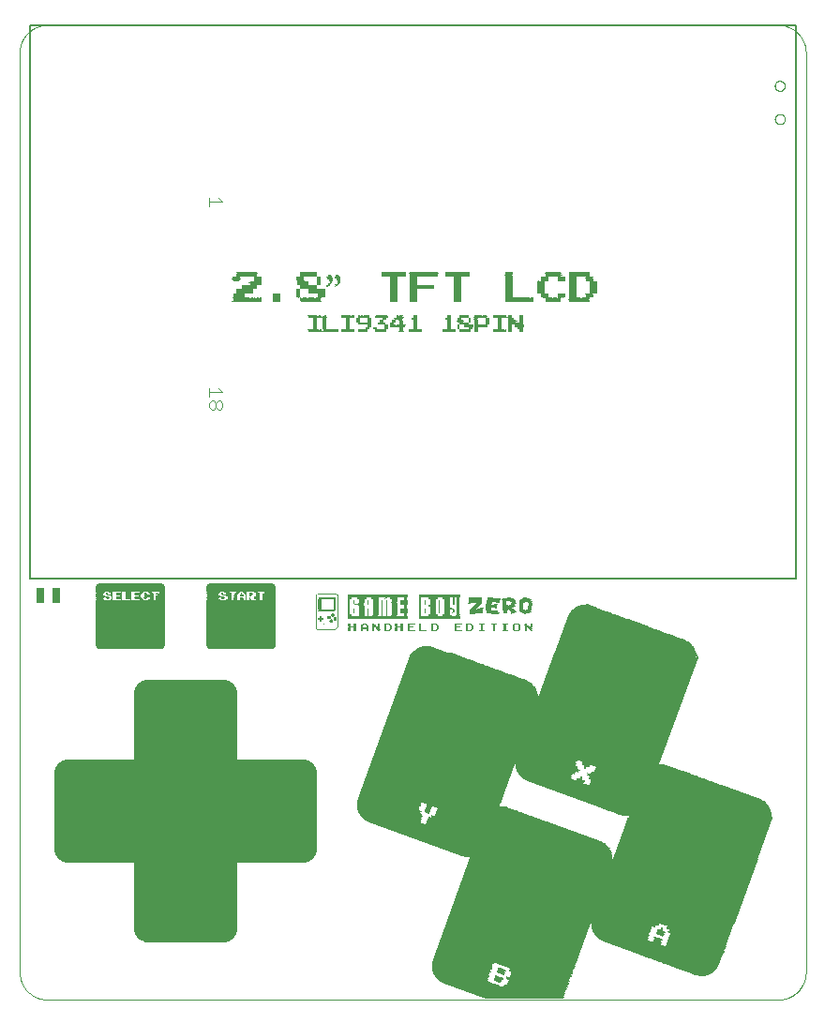
<source format=gto>
G75*
%MOIN*%
%OFA0B0*%
%FSLAX25Y25*%
%IPPOS*%
%LPD*%
%AMOC8*
5,1,8,0,0,1.08239X$1,22.5*
%
%ADD10C,0.00000*%
%ADD11R,0.27961X0.00333*%
%ADD12R,0.29293X0.00333*%
%ADD13R,0.30291X0.00333*%
%ADD14R,0.31290X0.00333*%
%ADD15R,0.32289X0.00333*%
%ADD16R,0.33287X0.00333*%
%ADD17R,0.34286X0.00333*%
%ADD18R,0.35617X0.00333*%
%ADD19R,0.36283X0.00333*%
%ADD20R,0.37282X0.00333*%
%ADD21R,0.38613X0.00333*%
%ADD22R,0.39612X0.00333*%
%ADD23R,0.40611X0.00333*%
%ADD24R,0.17642X0.00333*%
%ADD25R,0.22968X0.00333*%
%ADD26R,0.17975X0.00333*%
%ADD27R,0.22635X0.00333*%
%ADD28R,0.17975X0.00333*%
%ADD29R,0.21970X0.00333*%
%ADD30R,0.17642X0.00333*%
%ADD31R,0.21970X0.00333*%
%ADD32R,0.17309X0.00333*%
%ADD33R,0.00999X0.00333*%
%ADD34R,0.21637X0.00333*%
%ADD35R,0.17309X0.00333*%
%ADD36R,0.02330X0.00333*%
%ADD37R,0.17309X0.00333*%
%ADD38R,0.02996X0.00333*%
%ADD39R,0.21637X0.00333*%
%ADD40R,0.03329X0.00333*%
%ADD41R,0.22302X0.00333*%
%ADD42R,0.18308X0.00333*%
%ADD43R,0.03329X0.00333*%
%ADD44R,0.22969X0.00333*%
%ADD45R,0.18641X0.00333*%
%ADD46R,0.02663X0.00333*%
%ADD47R,0.22969X0.00333*%
%ADD48R,0.19307X0.00333*%
%ADD49R,0.01665X0.00333*%
%ADD50R,0.00333X0.00333*%
%ADD51R,0.19307X0.00333*%
%ADD52R,0.00666X0.00333*%
%ADD53R,0.02996X0.00333*%
%ADD54R,0.19639X0.00333*%
%ADD55R,0.00666X0.00333*%
%ADD56R,0.05326X0.00333*%
%ADD57R,0.20306X0.00333*%
%ADD58R,0.06657X0.00333*%
%ADD59R,0.20306X0.00333*%
%ADD60R,0.08322X0.00333*%
%ADD61R,0.20638X0.00333*%
%ADD62R,0.02996X0.00333*%
%ADD63R,0.21970X0.00333*%
%ADD64R,0.09653X0.00333*%
%ADD65R,0.20971X0.00333*%
%ADD66R,0.22968X0.00333*%
%ADD67R,0.10985X0.00333*%
%ADD68R,0.20971X0.00333*%
%ADD69R,0.22968X0.00333*%
%ADD70R,0.11983X0.00333*%
%ADD71R,0.21304X0.00333*%
%ADD72R,0.01997X0.00333*%
%ADD73R,0.22635X0.00333*%
%ADD74R,0.13315X0.00333*%
%ADD75R,0.21304X0.00333*%
%ADD76R,0.01331X0.00333*%
%ADD77R,0.23301X0.00333*%
%ADD78R,0.14646X0.00333*%
%ADD79R,0.21304X0.00333*%
%ADD80R,0.23967X0.00333*%
%ADD81R,0.15645X0.00333*%
%ADD82R,0.25298X0.00333*%
%ADD83R,0.16644X0.00333*%
%ADD84R,0.21637X0.00333*%
%ADD85R,0.26297X0.00333*%
%ADD86R,0.17643X0.00333*%
%ADD87R,0.21637X0.00333*%
%ADD88R,0.27296X0.00333*%
%ADD89R,0.18974X0.00333*%
%ADD90R,0.28294X0.00333*%
%ADD91R,0.19972X0.00333*%
%ADD92R,0.51263X0.00333*%
%ADD93R,0.20971X0.00333*%
%ADD94R,0.51263X0.00333*%
%ADD95R,0.51263X0.00333*%
%ADD96R,0.24300X0.00333*%
%ADD97R,0.24965X0.00333*%
%ADD98R,0.25964X0.00333*%
%ADD99R,0.27296X0.00333*%
%ADD100R,0.51595X0.00333*%
%ADD101R,0.28294X0.00333*%
%ADD102R,0.29293X0.00333*%
%ADD103R,0.30291X0.00333*%
%ADD104R,0.51596X0.00333*%
%ADD105R,0.31290X0.00333*%
%ADD106R,0.32622X0.00333*%
%ADD107R,0.51595X0.00333*%
%ADD108R,0.36616X0.00333*%
%ADD109R,0.17975X0.00333*%
%ADD110R,0.51596X0.00333*%
%ADD111R,0.29293X0.00333*%
%ADD112R,0.20305X0.00333*%
%ADD113R,0.21637X0.00333*%
%ADD114R,0.30957X0.00333*%
%ADD115R,0.16976X0.00333*%
%ADD116R,0.31956X0.00333*%
%ADD117R,0.03329X0.00333*%
%ADD118R,0.33287X0.00333*%
%ADD119R,0.33953X0.00333*%
%ADD120R,0.01997X0.00333*%
%ADD121R,0.34619X0.00333*%
%ADD122R,0.18308X0.00333*%
%ADD123R,0.00999X0.00333*%
%ADD124R,0.18641X0.00333*%
%ADD125R,0.00333X0.00333*%
%ADD126R,0.35285X0.00333*%
%ADD127R,0.51595X0.00333*%
%ADD128R,0.35950X0.00333*%
%ADD129R,0.19640X0.00333*%
%ADD130R,0.02663X0.00333*%
%ADD131R,0.35950X0.00333*%
%ADD132R,0.51596X0.00333*%
%ADD133R,0.20305X0.00333*%
%ADD134R,0.22635X0.00333*%
%ADD135R,0.20971X0.00333*%
%ADD136R,0.02330X0.00333*%
%ADD137R,0.22303X0.00333*%
%ADD138R,0.36616X0.00333*%
%ADD139R,0.00998X0.00333*%
%ADD140R,0.23301X0.00333*%
%ADD141R,0.00998X0.00333*%
%ADD142R,0.36616X0.00333*%
%ADD143R,0.23634X0.00333*%
%ADD144R,0.23967X0.00333*%
%ADD145R,0.24633X0.00333*%
%ADD146R,0.25964X0.00333*%
%ADD147R,1.02525X0.00333*%
%ADD148R,1.02525X0.00333*%
%ADD149R,1.02525X0.00333*%
%ADD150R,1.02192X0.00333*%
%ADD151R,1.02192X0.00333*%
%ADD152R,1.02192X0.00333*%
%ADD153R,0.85881X0.00333*%
%ADD154R,0.87879X0.00333*%
%ADD155R,0.88544X0.00333*%
%ADD156R,0.89876X0.00333*%
%ADD157R,0.90542X0.00333*%
%ADD158R,0.50930X0.00333*%
%ADD159R,0.91207X0.00333*%
%ADD160R,0.52927X0.00333*%
%ADD161R,0.91873X0.00333*%
%ADD162R,0.54258X0.00333*%
%ADD163R,0.92539X0.00333*%
%ADD164R,0.54924X0.00333*%
%ADD165R,0.55590X0.00333*%
%ADD166R,0.92539X0.00333*%
%ADD167R,0.56589X0.00333*%
%ADD168R,0.93205X0.00333*%
%ADD169R,0.57587X0.00333*%
%ADD170R,0.57920X0.00333*%
%ADD171R,0.58919X0.00333*%
%ADD172R,0.59585X0.00333*%
%ADD173R,0.60583X0.00333*%
%ADD174R,0.60916X0.00333*%
%ADD175R,0.61582X0.00333*%
%ADD176R,0.93205X0.00333*%
%ADD177R,0.62247X0.00333*%
%ADD178R,0.62913X0.00333*%
%ADD179R,0.63246X0.00333*%
%ADD180R,0.63579X0.00333*%
%ADD181R,0.63912X0.00333*%
%ADD182R,0.64244X0.00333*%
%ADD183R,0.93205X0.00333*%
%ADD184R,0.63912X0.00333*%
%ADD185R,0.64245X0.00333*%
%ADD186R,0.63912X0.00333*%
%ADD187R,0.64244X0.00333*%
%ADD188R,0.45271X0.00333*%
%ADD189R,0.43939X0.00333*%
%ADD190R,0.18641X0.00333*%
%ADD191R,0.43274X0.00333*%
%ADD192R,0.19307X0.00333*%
%ADD193R,0.42275X0.00333*%
%ADD194R,0.40944X0.00333*%
%ADD195R,0.39945X0.00333*%
%ADD196R,0.38946X0.00333*%
%ADD197R,0.36949X0.00333*%
%ADD198R,0.33620X0.00333*%
%ADD199R,0.53260X0.00333*%
%ADD200R,0.32955X0.00333*%
%ADD201R,0.54591X0.00333*%
%ADD202R,0.31623X0.00333*%
%ADD203R,0.55257X0.00333*%
%ADD204R,0.22303X0.00333*%
%ADD205R,0.01665X0.00333*%
%ADD206R,0.30624X0.00333*%
%ADD207R,0.56256X0.00333*%
%ADD208R,0.29626X0.00333*%
%ADD209R,0.56922X0.00333*%
%ADD210R,0.28627X0.00333*%
%ADD211R,0.27629X0.00333*%
%ADD212R,0.58586X0.00333*%
%ADD213R,0.26297X0.00333*%
%ADD214R,0.59252X0.00333*%
%ADD215R,0.22302X0.00333*%
%ADD216R,0.02330X0.00333*%
%ADD217R,0.25631X0.00333*%
%ADD218R,0.60250X0.00333*%
%ADD219R,0.60916X0.00333*%
%ADD220R,0.62247X0.00333*%
%ADD221R,0.64578X0.00333*%
%ADD222R,0.64910X0.00333*%
%ADD223R,0.65243X0.00333*%
%ADD224R,0.65243X0.00333*%
%ADD225R,0.65243X0.00333*%
%ADD226R,0.46269X0.00333*%
%ADD227R,0.17643X0.00333*%
%ADD228R,0.45604X0.00333*%
%ADD229R,0.44272X0.00333*%
%ADD230R,0.43274X0.00333*%
%ADD231R,0.42275X0.00333*%
%ADD232R,0.41609X0.00333*%
%ADD233R,0.41276X0.00333*%
%ADD234R,0.40278X0.00333*%
%ADD235R,0.38281X0.00333*%
%ADD236R,0.36949X0.00333*%
%ADD237R,0.35285X0.00333*%
%ADD238R,0.20971X0.00333*%
%ADD239R,0.33953X0.00333*%
%ADD240R,0.28960X0.00333*%
%ADD241R,0.26963X0.00333*%
%ADD242R,0.26963X0.00333*%
%ADD243R,0.73232X0.00333*%
%ADD244R,0.89876X0.00333*%
%ADD245R,0.72900X0.00333*%
%ADD246R,0.28294X0.00333*%
%ADD247R,1.02193X0.00333*%
%ADD248R,1.02193X0.00333*%
%ADD249R,0.50597X0.00333*%
%ADD250R,0.50264X0.00333*%
%ADD251R,0.49931X0.00333*%
%ADD252R,0.49931X0.00333*%
%ADD253R,0.49598X0.00333*%
%ADD254R,0.49265X0.00333*%
%ADD255R,0.48600X0.00333*%
%ADD256R,0.48267X0.00333*%
%ADD257R,0.47601X0.00333*%
%ADD258R,0.47268X0.00333*%
%ADD259R,0.46602X0.00333*%
%ADD260R,0.44605X0.00333*%
%ADD261R,0.43939X0.00333*%
%ADD262R,0.42941X0.00333*%
%ADD263R,0.41609X0.00333*%
%ADD264R,0.40611X0.00333*%
%ADD265R,0.37615X0.00333*%
%ADD266R,0.35617X0.00333*%
%ADD267R,0.31623X0.00333*%
%ADD268R,0.28294X0.00333*%
%ADD269R,0.26297X0.00333*%
%ADD270R,0.24965X0.00333*%
%ADD271R,0.18974X0.00333*%
%ADD272R,0.50930X0.00333*%
%ADD273R,0.15978X0.00333*%
%ADD274R,0.14646X0.00333*%
%ADD275R,0.50597X0.00333*%
%ADD276R,0.13315X0.00333*%
%ADD277R,0.50264X0.00333*%
%ADD278R,0.12317X0.00333*%
%ADD279R,0.10985X0.00333*%
%ADD280R,0.49598X0.00333*%
%ADD281R,0.08322X0.00333*%
%ADD282R,0.06990X0.00333*%
%ADD283R,0.03662X0.00333*%
%ADD284R,0.48267X0.00333*%
%ADD285R,0.47601X0.00333*%
%ADD286R,0.46270X0.00333*%
%ADD287R,0.45604X0.00333*%
%ADD288R,0.42941X0.00333*%
%ADD289R,0.37615X0.00333*%
%ADD290R,0.36283X0.00333*%
%ADD291R,0.35618X0.00333*%
%ADD292R,0.00333X0.00333*%
%ADD293R,0.01664X0.00333*%
%ADD294R,0.32289X0.00333*%
%ADD295R,0.24633X0.00333*%
%ADD296R,0.00333X0.00333*%
%ADD297R,0.02996X0.00333*%
%ADD298R,0.00666X0.00333*%
%ADD299R,0.02996X0.00333*%
%ADD300R,0.00999X0.00333*%
%ADD301R,0.02663X0.00333*%
%ADD302R,0.30292X0.00333*%
%ADD303R,0.24966X0.00333*%
%ADD304R,0.18974X0.00333*%
%ADD305R,0.01665X0.00333*%
%ADD306R,0.15645X0.00333*%
%ADD307R,0.04993X0.00333*%
%ADD308R,0.04660X0.00333*%
%ADD309R,0.04327X0.00333*%
%ADD310R,0.03994X0.00333*%
%ADD311R,0.05992X0.00333*%
%ADD312R,0.04328X0.00333*%
%ADD313R,0.12316X0.00333*%
%ADD314R,0.06324X0.00333*%
%ADD315R,0.10985X0.00333*%
%ADD316R,0.09654X0.00333*%
%ADD317R,0.08322X0.00333*%
%ADD318R,0.06991X0.00333*%
%ADD319R,0.04993X0.00333*%
%ADD320R,0.24633X0.00333*%
%ADD321R,0.00333X0.00333*%
%ADD322R,0.01331X0.00333*%
%ADD323R,0.00998X0.00333*%
%ADD324R,0.00333X0.00333*%
%ADD325R,0.04993X0.00333*%
%ADD326R,0.04993X0.00333*%
%ADD327R,0.04660X0.00333*%
%ADD328R,0.04328X0.00333*%
%ADD329R,0.03661X0.00333*%
%ADD330R,0.06325X0.00333*%
%ADD331R,0.05659X0.00333*%
%ADD332R,0.06657X0.00333*%
%ADD333R,0.10652X0.00333*%
%ADD334R,0.07656X0.00333*%
%ADD335R,0.10319X0.00333*%
%ADD336R,0.07323X0.00333*%
%ADD337R,0.10319X0.00333*%
%ADD338R,0.08655X0.00333*%
%ADD339R,0.05992X0.00333*%
%ADD340R,0.02996X0.00333*%
%ADD341R,0.05992X0.00333*%
%ADD342R,0.01331X0.00333*%
%ADD343R,0.05659X0.00333*%
%ADD344R,0.08655X0.00333*%
%ADD345R,0.05659X0.00333*%
%ADD346R,0.08987X0.00333*%
%ADD347R,0.04328X0.00333*%
%ADD348R,0.01997X0.00333*%
%ADD349R,0.07323X0.00333*%
%ADD350R,0.01664X0.00333*%
%ADD351R,0.08987X0.00333*%
%ADD352R,0.10319X0.00333*%
%ADD353R,0.05659X0.00333*%
%ADD354R,0.07323X0.00333*%
%ADD355R,0.10319X0.00333*%
%ADD356R,0.07656X0.00333*%
%ADD357R,0.10652X0.00333*%
%ADD358R,0.06324X0.00333*%
%ADD359R,0.02559X0.05512*%
%ADD360C,0.00400*%
%ADD361C,0.00500*%
%ADD362C,0.00800*%
%ADD363C,0.02756*%
D10*
X0003248Y0011343D02*
X0003248Y0338114D01*
X0003251Y0338352D01*
X0003259Y0338590D01*
X0003274Y0338827D01*
X0003294Y0339064D01*
X0003320Y0339300D01*
X0003351Y0339536D01*
X0003388Y0339771D01*
X0003431Y0340005D01*
X0003480Y0340238D01*
X0003534Y0340470D01*
X0003594Y0340700D01*
X0003659Y0340929D01*
X0003730Y0341156D01*
X0003806Y0341381D01*
X0003888Y0341604D01*
X0003975Y0341826D01*
X0004067Y0342045D01*
X0004165Y0342262D01*
X0004267Y0342476D01*
X0004375Y0342688D01*
X0004489Y0342898D01*
X0004607Y0343104D01*
X0004730Y0343308D01*
X0004858Y0343508D01*
X0004990Y0343705D01*
X0005128Y0343900D01*
X0005270Y0344090D01*
X0005417Y0344278D01*
X0005568Y0344461D01*
X0005723Y0344641D01*
X0005883Y0344817D01*
X0006047Y0344989D01*
X0006216Y0345158D01*
X0006388Y0345322D01*
X0006564Y0345482D01*
X0006744Y0345637D01*
X0006927Y0345788D01*
X0007115Y0345935D01*
X0007305Y0346077D01*
X0007500Y0346215D01*
X0007697Y0346347D01*
X0007897Y0346475D01*
X0008101Y0346598D01*
X0008307Y0346716D01*
X0008517Y0346830D01*
X0008729Y0346938D01*
X0008943Y0347040D01*
X0009160Y0347138D01*
X0009379Y0347230D01*
X0009601Y0347317D01*
X0009824Y0347399D01*
X0010049Y0347475D01*
X0010276Y0347546D01*
X0010505Y0347611D01*
X0010735Y0347671D01*
X0010967Y0347725D01*
X0011200Y0347774D01*
X0011434Y0347817D01*
X0011669Y0347854D01*
X0011905Y0347885D01*
X0012141Y0347911D01*
X0012378Y0347931D01*
X0012615Y0347946D01*
X0012853Y0347954D01*
X0013091Y0347957D01*
X0272933Y0347957D01*
X0273171Y0347954D01*
X0273409Y0347946D01*
X0273646Y0347931D01*
X0273883Y0347911D01*
X0274119Y0347885D01*
X0274355Y0347854D01*
X0274590Y0347817D01*
X0274824Y0347774D01*
X0275057Y0347725D01*
X0275289Y0347671D01*
X0275519Y0347611D01*
X0275748Y0347546D01*
X0275975Y0347475D01*
X0276200Y0347399D01*
X0276423Y0347317D01*
X0276645Y0347230D01*
X0276864Y0347138D01*
X0277081Y0347040D01*
X0277295Y0346938D01*
X0277507Y0346830D01*
X0277717Y0346716D01*
X0277923Y0346598D01*
X0278127Y0346475D01*
X0278327Y0346347D01*
X0278524Y0346215D01*
X0278719Y0346077D01*
X0278909Y0345935D01*
X0279097Y0345788D01*
X0279280Y0345637D01*
X0279460Y0345482D01*
X0279636Y0345322D01*
X0279808Y0345158D01*
X0279977Y0344989D01*
X0280141Y0344817D01*
X0280301Y0344641D01*
X0280456Y0344461D01*
X0280607Y0344278D01*
X0280754Y0344090D01*
X0280896Y0343900D01*
X0281034Y0343705D01*
X0281166Y0343508D01*
X0281294Y0343308D01*
X0281417Y0343104D01*
X0281535Y0342898D01*
X0281649Y0342688D01*
X0281757Y0342476D01*
X0281859Y0342262D01*
X0281957Y0342045D01*
X0282049Y0341826D01*
X0282136Y0341604D01*
X0282218Y0341381D01*
X0282294Y0341156D01*
X0282365Y0340929D01*
X0282430Y0340700D01*
X0282490Y0340470D01*
X0282544Y0340238D01*
X0282593Y0340005D01*
X0282636Y0339771D01*
X0282673Y0339536D01*
X0282704Y0339300D01*
X0282730Y0339064D01*
X0282750Y0338827D01*
X0282765Y0338590D01*
X0282773Y0338352D01*
X0282776Y0338114D01*
X0282776Y0011343D01*
X0282773Y0011105D01*
X0282765Y0010867D01*
X0282750Y0010630D01*
X0282730Y0010393D01*
X0282704Y0010157D01*
X0282673Y0009921D01*
X0282636Y0009686D01*
X0282593Y0009452D01*
X0282544Y0009219D01*
X0282490Y0008987D01*
X0282430Y0008757D01*
X0282365Y0008528D01*
X0282294Y0008301D01*
X0282218Y0008076D01*
X0282136Y0007853D01*
X0282049Y0007631D01*
X0281957Y0007412D01*
X0281859Y0007195D01*
X0281757Y0006981D01*
X0281649Y0006769D01*
X0281535Y0006559D01*
X0281417Y0006353D01*
X0281294Y0006149D01*
X0281166Y0005949D01*
X0281034Y0005752D01*
X0280896Y0005557D01*
X0280754Y0005367D01*
X0280607Y0005179D01*
X0280456Y0004996D01*
X0280301Y0004816D01*
X0280141Y0004640D01*
X0279977Y0004468D01*
X0279808Y0004299D01*
X0279636Y0004135D01*
X0279460Y0003975D01*
X0279280Y0003820D01*
X0279097Y0003669D01*
X0278909Y0003522D01*
X0278719Y0003380D01*
X0278524Y0003242D01*
X0278327Y0003110D01*
X0278127Y0002982D01*
X0277923Y0002859D01*
X0277717Y0002741D01*
X0277507Y0002627D01*
X0277295Y0002519D01*
X0277081Y0002417D01*
X0276864Y0002319D01*
X0276645Y0002227D01*
X0276423Y0002140D01*
X0276200Y0002058D01*
X0275975Y0001982D01*
X0275748Y0001911D01*
X0275519Y0001846D01*
X0275289Y0001786D01*
X0275057Y0001732D01*
X0274824Y0001683D01*
X0274590Y0001640D01*
X0274355Y0001603D01*
X0274119Y0001572D01*
X0273883Y0001546D01*
X0273646Y0001526D01*
X0273409Y0001511D01*
X0273171Y0001503D01*
X0272933Y0001500D01*
X0013091Y0001500D01*
X0012853Y0001503D01*
X0012615Y0001511D01*
X0012378Y0001526D01*
X0012141Y0001546D01*
X0011905Y0001572D01*
X0011669Y0001603D01*
X0011434Y0001640D01*
X0011200Y0001683D01*
X0010967Y0001732D01*
X0010735Y0001786D01*
X0010505Y0001846D01*
X0010276Y0001911D01*
X0010049Y0001982D01*
X0009824Y0002058D01*
X0009601Y0002140D01*
X0009379Y0002227D01*
X0009160Y0002319D01*
X0008943Y0002417D01*
X0008729Y0002519D01*
X0008517Y0002627D01*
X0008307Y0002741D01*
X0008101Y0002859D01*
X0007897Y0002982D01*
X0007697Y0003110D01*
X0007500Y0003242D01*
X0007305Y0003380D01*
X0007115Y0003522D01*
X0006927Y0003669D01*
X0006744Y0003820D01*
X0006564Y0003975D01*
X0006388Y0004135D01*
X0006216Y0004299D01*
X0006047Y0004468D01*
X0005883Y0004640D01*
X0005723Y0004816D01*
X0005568Y0004996D01*
X0005417Y0005179D01*
X0005270Y0005367D01*
X0005128Y0005557D01*
X0004990Y0005752D01*
X0004858Y0005949D01*
X0004730Y0006149D01*
X0004607Y0006353D01*
X0004489Y0006559D01*
X0004375Y0006769D01*
X0004267Y0006981D01*
X0004165Y0007195D01*
X0004067Y0007412D01*
X0003975Y0007631D01*
X0003888Y0007853D01*
X0003806Y0008076D01*
X0003730Y0008301D01*
X0003659Y0008528D01*
X0003594Y0008757D01*
X0003534Y0008987D01*
X0003480Y0009219D01*
X0003431Y0009452D01*
X0003388Y0009686D01*
X0003351Y0009921D01*
X0003320Y0010157D01*
X0003294Y0010393D01*
X0003274Y0010630D01*
X0003259Y0010867D01*
X0003251Y0011105D01*
X0003248Y0011343D01*
X0271752Y0314492D02*
X0271754Y0314576D01*
X0271760Y0314659D01*
X0271770Y0314742D01*
X0271784Y0314825D01*
X0271801Y0314907D01*
X0271823Y0314988D01*
X0271848Y0315067D01*
X0271877Y0315146D01*
X0271910Y0315223D01*
X0271946Y0315298D01*
X0271986Y0315372D01*
X0272029Y0315444D01*
X0272076Y0315513D01*
X0272126Y0315580D01*
X0272179Y0315645D01*
X0272235Y0315707D01*
X0272293Y0315767D01*
X0272355Y0315824D01*
X0272419Y0315877D01*
X0272486Y0315928D01*
X0272555Y0315975D01*
X0272626Y0316020D01*
X0272699Y0316060D01*
X0272774Y0316097D01*
X0272851Y0316131D01*
X0272929Y0316161D01*
X0273008Y0316187D01*
X0273089Y0316210D01*
X0273171Y0316228D01*
X0273253Y0316243D01*
X0273336Y0316254D01*
X0273419Y0316261D01*
X0273503Y0316264D01*
X0273587Y0316263D01*
X0273670Y0316258D01*
X0273754Y0316249D01*
X0273836Y0316236D01*
X0273918Y0316220D01*
X0273999Y0316199D01*
X0274080Y0316175D01*
X0274158Y0316147D01*
X0274236Y0316115D01*
X0274312Y0316079D01*
X0274386Y0316040D01*
X0274458Y0315998D01*
X0274528Y0315952D01*
X0274596Y0315903D01*
X0274661Y0315851D01*
X0274724Y0315796D01*
X0274784Y0315738D01*
X0274842Y0315677D01*
X0274896Y0315613D01*
X0274948Y0315547D01*
X0274996Y0315479D01*
X0275041Y0315408D01*
X0275082Y0315335D01*
X0275121Y0315261D01*
X0275155Y0315185D01*
X0275186Y0315107D01*
X0275213Y0315028D01*
X0275237Y0314947D01*
X0275256Y0314866D01*
X0275272Y0314784D01*
X0275284Y0314701D01*
X0275292Y0314617D01*
X0275296Y0314534D01*
X0275296Y0314450D01*
X0275292Y0314367D01*
X0275284Y0314283D01*
X0275272Y0314200D01*
X0275256Y0314118D01*
X0275237Y0314037D01*
X0275213Y0313956D01*
X0275186Y0313877D01*
X0275155Y0313799D01*
X0275121Y0313723D01*
X0275082Y0313649D01*
X0275041Y0313576D01*
X0274996Y0313505D01*
X0274948Y0313437D01*
X0274896Y0313371D01*
X0274842Y0313307D01*
X0274784Y0313246D01*
X0274724Y0313188D01*
X0274661Y0313133D01*
X0274596Y0313081D01*
X0274528Y0313032D01*
X0274458Y0312986D01*
X0274386Y0312944D01*
X0274312Y0312905D01*
X0274236Y0312869D01*
X0274158Y0312837D01*
X0274080Y0312809D01*
X0273999Y0312785D01*
X0273918Y0312764D01*
X0273836Y0312748D01*
X0273754Y0312735D01*
X0273670Y0312726D01*
X0273587Y0312721D01*
X0273503Y0312720D01*
X0273419Y0312723D01*
X0273336Y0312730D01*
X0273253Y0312741D01*
X0273171Y0312756D01*
X0273089Y0312774D01*
X0273008Y0312797D01*
X0272929Y0312823D01*
X0272851Y0312853D01*
X0272774Y0312887D01*
X0272699Y0312924D01*
X0272626Y0312964D01*
X0272555Y0313009D01*
X0272486Y0313056D01*
X0272419Y0313107D01*
X0272355Y0313160D01*
X0272293Y0313217D01*
X0272235Y0313277D01*
X0272179Y0313339D01*
X0272126Y0313404D01*
X0272076Y0313471D01*
X0272029Y0313540D01*
X0271986Y0313612D01*
X0271946Y0313686D01*
X0271910Y0313761D01*
X0271877Y0313838D01*
X0271848Y0313917D01*
X0271823Y0313996D01*
X0271801Y0314077D01*
X0271784Y0314159D01*
X0271770Y0314242D01*
X0271760Y0314325D01*
X0271754Y0314408D01*
X0271752Y0314492D01*
X0271752Y0326303D02*
X0271754Y0326387D01*
X0271760Y0326470D01*
X0271770Y0326553D01*
X0271784Y0326636D01*
X0271801Y0326718D01*
X0271823Y0326799D01*
X0271848Y0326878D01*
X0271877Y0326957D01*
X0271910Y0327034D01*
X0271946Y0327109D01*
X0271986Y0327183D01*
X0272029Y0327255D01*
X0272076Y0327324D01*
X0272126Y0327391D01*
X0272179Y0327456D01*
X0272235Y0327518D01*
X0272293Y0327578D01*
X0272355Y0327635D01*
X0272419Y0327688D01*
X0272486Y0327739D01*
X0272555Y0327786D01*
X0272626Y0327831D01*
X0272699Y0327871D01*
X0272774Y0327908D01*
X0272851Y0327942D01*
X0272929Y0327972D01*
X0273008Y0327998D01*
X0273089Y0328021D01*
X0273171Y0328039D01*
X0273253Y0328054D01*
X0273336Y0328065D01*
X0273419Y0328072D01*
X0273503Y0328075D01*
X0273587Y0328074D01*
X0273670Y0328069D01*
X0273754Y0328060D01*
X0273836Y0328047D01*
X0273918Y0328031D01*
X0273999Y0328010D01*
X0274080Y0327986D01*
X0274158Y0327958D01*
X0274236Y0327926D01*
X0274312Y0327890D01*
X0274386Y0327851D01*
X0274458Y0327809D01*
X0274528Y0327763D01*
X0274596Y0327714D01*
X0274661Y0327662D01*
X0274724Y0327607D01*
X0274784Y0327549D01*
X0274842Y0327488D01*
X0274896Y0327424D01*
X0274948Y0327358D01*
X0274996Y0327290D01*
X0275041Y0327219D01*
X0275082Y0327146D01*
X0275121Y0327072D01*
X0275155Y0326996D01*
X0275186Y0326918D01*
X0275213Y0326839D01*
X0275237Y0326758D01*
X0275256Y0326677D01*
X0275272Y0326595D01*
X0275284Y0326512D01*
X0275292Y0326428D01*
X0275296Y0326345D01*
X0275296Y0326261D01*
X0275292Y0326178D01*
X0275284Y0326094D01*
X0275272Y0326011D01*
X0275256Y0325929D01*
X0275237Y0325848D01*
X0275213Y0325767D01*
X0275186Y0325688D01*
X0275155Y0325610D01*
X0275121Y0325534D01*
X0275082Y0325460D01*
X0275041Y0325387D01*
X0274996Y0325316D01*
X0274948Y0325248D01*
X0274896Y0325182D01*
X0274842Y0325118D01*
X0274784Y0325057D01*
X0274724Y0324999D01*
X0274661Y0324944D01*
X0274596Y0324892D01*
X0274528Y0324843D01*
X0274458Y0324797D01*
X0274386Y0324755D01*
X0274312Y0324716D01*
X0274236Y0324680D01*
X0274158Y0324648D01*
X0274080Y0324620D01*
X0273999Y0324596D01*
X0273918Y0324575D01*
X0273836Y0324559D01*
X0273754Y0324546D01*
X0273670Y0324537D01*
X0273587Y0324532D01*
X0273503Y0324531D01*
X0273419Y0324534D01*
X0273336Y0324541D01*
X0273253Y0324552D01*
X0273171Y0324567D01*
X0273089Y0324585D01*
X0273008Y0324608D01*
X0272929Y0324634D01*
X0272851Y0324664D01*
X0272774Y0324698D01*
X0272699Y0324735D01*
X0272626Y0324775D01*
X0272555Y0324820D01*
X0272486Y0324867D01*
X0272419Y0324918D01*
X0272355Y0324971D01*
X0272293Y0325028D01*
X0272235Y0325088D01*
X0272179Y0325150D01*
X0272126Y0325215D01*
X0272076Y0325282D01*
X0272029Y0325351D01*
X0271986Y0325423D01*
X0271946Y0325497D01*
X0271910Y0325572D01*
X0271877Y0325649D01*
X0271848Y0325728D01*
X0271823Y0325807D01*
X0271801Y0325888D01*
X0271784Y0325970D01*
X0271770Y0326053D01*
X0271760Y0326136D01*
X0271754Y0326219D01*
X0271752Y0326303D01*
D11*
X0182501Y0001833D03*
D12*
X0182168Y0002166D03*
D13*
X0181669Y0002499D03*
D14*
X0181169Y0002831D03*
D15*
X0181003Y0003164D03*
X0156370Y0118672D03*
D16*
X0156869Y0118339D03*
X0213125Y0132985D03*
X0237092Y0018477D03*
X0180504Y0003497D03*
X0062333Y0113679D03*
D17*
X0180004Y0003830D03*
X0236593Y0018809D03*
D18*
X0236260Y0019142D03*
X0179671Y0004163D03*
D19*
X0179338Y0004496D03*
X0158034Y0117340D03*
D20*
X0235428Y0019808D03*
X0178839Y0004829D03*
D21*
X0178506Y0005162D03*
X0235095Y0020141D03*
X0224776Y0080724D03*
X0215122Y0131321D03*
X0158867Y0116674D03*
D22*
X0178007Y0005494D03*
D23*
X0177840Y0005827D03*
D24*
X0165358Y0006160D03*
D25*
X0186662Y0006160D03*
X0217952Y0027464D03*
D26*
X0164525Y0006493D03*
D27*
X0186828Y0006493D03*
D28*
X0163527Y0006826D03*
X0160864Y0008490D03*
D29*
X0187494Y0006826D03*
X0188492Y0009822D03*
X0188825Y0010820D03*
D30*
X0162695Y0007159D03*
D31*
X0187494Y0007159D03*
X0187827Y0007825D03*
X0188492Y0009489D03*
X0188825Y0010488D03*
D32*
X0161863Y0007492D03*
X0217785Y0022804D03*
X0223444Y0020474D03*
D33*
X0174012Y0007492D03*
X0159366Y0143304D03*
X0116758Y0256149D03*
X0116758Y0256814D03*
D34*
X0187660Y0007492D03*
D35*
X0161197Y0007825D03*
D36*
X0173680Y0007825D03*
X0159033Y0133984D03*
X0142389Y0133984D03*
D37*
X0190490Y0080058D03*
X0190822Y0079725D03*
X0191488Y0079393D03*
X0222446Y0020807D03*
X0160864Y0008157D03*
D38*
X0173347Y0008157D03*
X0174678Y0011819D03*
X0229935Y0022138D03*
X0231267Y0025467D03*
X0146717Y0132652D03*
X0183333Y0138977D03*
X0183333Y0143970D03*
X0138062Y0243167D03*
X0132070Y0241835D03*
X0132070Y0241502D03*
X0177341Y0252154D03*
X0189990Y0252154D03*
X0189990Y0251821D03*
X0189990Y0251488D03*
X0189990Y0251155D03*
X0195982Y0251155D03*
X0195982Y0251488D03*
X0195982Y0251821D03*
X0195982Y0252154D03*
X0199977Y0251488D03*
X0195982Y0257147D03*
X0189990Y0257147D03*
X0204637Y0250823D03*
X0205968Y0251488D03*
X0207300Y0252487D03*
X0207300Y0252820D03*
X0207300Y0253153D03*
X0053512Y0145302D03*
X0045523Y0145967D03*
X0045523Y0143970D03*
D39*
X0160697Y0013151D03*
X0187993Y0008157D03*
X0188659Y0010155D03*
X0217286Y0026798D03*
X0217286Y0027131D03*
X0243916Y0020807D03*
X0245247Y0024468D03*
D40*
X0231100Y0025134D03*
X0173513Y0008490D03*
D41*
X0187660Y0008490D03*
X0244915Y0025134D03*
D42*
X0160697Y0008823D03*
D43*
X0173513Y0008823D03*
X0174512Y0011486D03*
X0080308Y0257480D03*
D44*
X0240920Y0015148D03*
X0187660Y0008823D03*
D45*
X0160531Y0009156D03*
D46*
X0173513Y0009156D03*
X0174512Y0010820D03*
X0230102Y0022804D03*
X0139893Y0143304D03*
X0143222Y0253486D03*
X0143222Y0255483D03*
X0143222Y0256149D03*
X0143222Y0256814D03*
X0143222Y0257813D03*
X0177175Y0257813D03*
X0177175Y0258479D03*
X0177175Y0259144D03*
X0177175Y0259810D03*
X0177175Y0256814D03*
X0177175Y0256149D03*
X0177175Y0255483D03*
X0177175Y0254817D03*
X0177175Y0254151D03*
X0177175Y0253486D03*
X0188493Y0253486D03*
X0188493Y0254151D03*
X0188493Y0254817D03*
X0188493Y0255483D03*
X0188493Y0256149D03*
X0199810Y0256149D03*
X0199810Y0256814D03*
X0199810Y0257813D03*
X0199810Y0255483D03*
X0199810Y0254817D03*
X0199810Y0254151D03*
X0199810Y0253486D03*
X0102944Y0257813D03*
X0080308Y0257813D03*
D47*
X0187660Y0009156D03*
D48*
X0160531Y0009489D03*
X0217453Y0024135D03*
X0221780Y0021472D03*
D49*
X0231600Y0024135D03*
X0175011Y0010488D03*
X0173014Y0009489D03*
X0116425Y0257480D03*
D50*
X0108769Y0133984D03*
X0201974Y0082056D03*
X0176675Y0009489D03*
D51*
X0160531Y0009822D03*
D52*
X0172514Y0009822D03*
X0157535Y0143304D03*
X0112597Y0254817D03*
D53*
X0189990Y0256814D03*
X0189990Y0257813D03*
X0195982Y0257813D03*
X0195982Y0256814D03*
X0205968Y0256814D03*
X0207300Y0256149D03*
X0207300Y0255483D03*
X0207300Y0254817D03*
X0207300Y0254151D03*
X0207300Y0253486D03*
X0245913Y0009822D03*
D54*
X0160365Y0010155D03*
D55*
X0175177Y0010155D03*
X0148881Y0066078D03*
X0148547Y0067409D03*
X0149879Y0132985D03*
X0149879Y0133318D03*
X0149879Y0133651D03*
X0149879Y0134317D03*
X0149879Y0134650D03*
X0151544Y0134650D03*
X0151876Y0134317D03*
X0151876Y0133651D03*
X0151876Y0133318D03*
X0151544Y0132985D03*
X0158201Y0132985D03*
X0158201Y0133318D03*
X0158201Y0133651D03*
X0158201Y0134317D03*
X0158201Y0134650D03*
X0157535Y0139310D03*
X0157535Y0139643D03*
X0157535Y0139976D03*
X0157535Y0141973D03*
X0157535Y0142306D03*
X0157535Y0142639D03*
X0157535Y0142971D03*
X0157535Y0143637D03*
X0157535Y0143970D03*
X0157535Y0144303D03*
X0163860Y0134650D03*
X0164193Y0133318D03*
X0163860Y0132985D03*
X0171849Y0132985D03*
X0171849Y0132652D03*
X0171849Y0133318D03*
X0171849Y0133651D03*
X0171849Y0134317D03*
X0171849Y0134650D03*
X0172514Y0140641D03*
X0180836Y0132985D03*
X0183166Y0132985D03*
X0183166Y0132652D03*
X0183166Y0133318D03*
X0183166Y0133651D03*
X0183166Y0134982D03*
X0185164Y0134982D03*
X0185164Y0134650D03*
X0185164Y0134317D03*
X0185164Y0132652D03*
X0141557Y0132985D03*
X0141557Y0133318D03*
X0141557Y0134317D03*
X0141557Y0134650D03*
X0135232Y0134317D03*
X0134900Y0134650D03*
X0135232Y0133651D03*
X0135232Y0133318D03*
X0134900Y0132985D03*
X0133235Y0132985D03*
X0133235Y0133318D03*
X0133235Y0133651D03*
X0133235Y0134317D03*
X0133235Y0134650D03*
X0126911Y0134317D03*
X0126578Y0134650D03*
X0124914Y0134317D03*
X0124914Y0132985D03*
X0124914Y0132652D03*
X0126911Y0132652D03*
X0126911Y0132985D03*
X0133568Y0144303D03*
X0116259Y0145302D03*
X0114594Y0138644D03*
X0114594Y0137645D03*
X0110267Y0137645D03*
X0110267Y0137313D03*
X0110267Y0136314D03*
X0110267Y0135981D03*
X0085301Y0143637D03*
X0085301Y0144969D03*
X0083637Y0145634D03*
X0075315Y0145634D03*
X0075315Y0145967D03*
X0048019Y0145967D03*
X0048019Y0143970D03*
X0046022Y0144969D03*
X0039365Y0144969D03*
X0036036Y0144969D03*
X0036036Y0145634D03*
X0034372Y0145634D03*
X0034372Y0145967D03*
X0036036Y0143637D03*
X0110267Y0239505D03*
X0123915Y0244498D03*
X0124914Y0244498D03*
X0137563Y0244498D03*
X0159199Y0241169D03*
X0159199Y0240836D03*
X0159199Y0240504D03*
X0159199Y0240171D03*
X0159199Y0239838D03*
X0163194Y0242168D03*
X0163194Y0242501D03*
X0163194Y0242834D03*
X0163194Y0243167D03*
X0163194Y0243499D03*
X0185164Y0250823D03*
X0088963Y0250823D03*
X0228770Y0027131D03*
D56*
X0245747Y0010155D03*
X0147882Y0126661D03*
X0204137Y0141307D03*
D57*
X0160365Y0010488D03*
D58*
X0245747Y0010488D03*
D59*
X0160365Y0010820D03*
D60*
X0245580Y0010820D03*
D61*
X0217119Y0025467D03*
X0193818Y0079060D03*
X0160531Y0011153D03*
X0135898Y0065412D03*
D62*
X0174345Y0011153D03*
X0230934Y0024801D03*
X0172348Y0138644D03*
X0155039Y0138311D03*
X0178340Y0242168D03*
X0178340Y0242834D03*
X0159033Y0249491D03*
X0159033Y0249824D03*
X0159033Y0250157D03*
X0159033Y0250490D03*
X0159033Y0250823D03*
X0159033Y0251155D03*
X0159033Y0251488D03*
X0159033Y0251821D03*
X0159033Y0252154D03*
X0159033Y0252487D03*
X0159033Y0252820D03*
X0159033Y0253153D03*
X0159033Y0257147D03*
X0136398Y0257147D03*
X0136398Y0253153D03*
X0136398Y0252820D03*
X0136398Y0252487D03*
X0136398Y0252154D03*
X0136398Y0251821D03*
X0136398Y0251488D03*
X0136398Y0251155D03*
X0136398Y0250823D03*
X0136398Y0250490D03*
X0136398Y0250157D03*
X0136398Y0249824D03*
X0136398Y0249491D03*
X0110433Y0251155D03*
X0110433Y0251488D03*
X0110433Y0251821D03*
X0110433Y0252154D03*
X0087798Y0257147D03*
X0031875Y0145967D03*
X0031875Y0144303D03*
X0031875Y0143637D03*
X0205635Y0252154D03*
D63*
X0208798Y0136647D03*
X0190490Y0083720D03*
X0190490Y0083387D03*
X0190823Y0083054D03*
X0152542Y0122000D03*
X0134234Y0069073D03*
X0134234Y0068741D03*
X0134567Y0068408D03*
X0134900Y0067409D03*
X0135232Y0067076D03*
X0135566Y0066410D03*
X0160864Y0014149D03*
X0188825Y0011153D03*
X0241419Y0014815D03*
D64*
X0245247Y0011153D03*
X0148714Y0125662D03*
D65*
X0160365Y0011486D03*
D66*
X0188659Y0011486D03*
D67*
X0244915Y0011486D03*
D68*
X0160365Y0011819D03*
X0135732Y0065745D03*
X0208298Y0136980D03*
D69*
X0134733Y0071071D03*
X0188659Y0011819D03*
D70*
X0244748Y0011819D03*
D71*
X0243750Y0020474D03*
X0244748Y0022804D03*
X0160531Y0012152D03*
D72*
X0174179Y0012152D03*
X0155205Y0143304D03*
X0150212Y0143304D03*
X0136564Y0143304D03*
X0129906Y0143304D03*
X0124914Y0143304D03*
X0116259Y0257813D03*
X0113596Y0257813D03*
X0080308Y0256814D03*
D73*
X0188825Y0012152D03*
D74*
X0244415Y0012152D03*
D75*
X0244082Y0021140D03*
X0244415Y0022138D03*
X0244415Y0022471D03*
X0244748Y0023137D03*
X0244748Y0023470D03*
X0245081Y0023803D03*
X0245414Y0024801D03*
X0190157Y0084718D03*
X0160531Y0012485D03*
X0130572Y0136980D03*
X0130572Y0137313D03*
X0130572Y0137645D03*
X0130572Y0144636D03*
X0130572Y0144969D03*
X0130572Y0145302D03*
D76*
X0129241Y0134650D03*
X0130905Y0132985D03*
X0125912Y0134982D03*
X0114594Y0137978D03*
X0114594Y0138311D03*
X0113263Y0137645D03*
X0113263Y0137313D03*
X0113263Y0136980D03*
X0113929Y0135981D03*
X0109934Y0140308D03*
X0109934Y0140641D03*
X0109934Y0140974D03*
X0109934Y0141307D03*
X0109934Y0141640D03*
X0109934Y0141973D03*
X0109934Y0142306D03*
X0109934Y0142639D03*
X0109934Y0142971D03*
X0109934Y0143637D03*
X0087299Y0146300D03*
X0085634Y0145634D03*
X0083304Y0146300D03*
X0082306Y0145302D03*
X0082306Y0144969D03*
X0082306Y0143970D03*
X0082306Y0143637D03*
X0079976Y0143637D03*
X0079976Y0143970D03*
X0079976Y0144303D03*
X0079976Y0144969D03*
X0080974Y0146300D03*
X0050017Y0145967D03*
X0049684Y0146300D03*
X0048020Y0144303D03*
X0046688Y0143637D03*
X0046688Y0146300D03*
X0035703Y0146300D03*
X0111598Y0239838D03*
X0111598Y0240171D03*
X0111598Y0240504D03*
X0111598Y0240836D03*
X0111598Y0241169D03*
X0111598Y0241502D03*
X0111598Y0241835D03*
X0111598Y0242168D03*
X0111598Y0242501D03*
X0111598Y0242834D03*
X0111598Y0243499D03*
X0111598Y0244165D03*
X0102278Y0251155D03*
X0102278Y0251488D03*
X0102278Y0252154D03*
X0102278Y0252487D03*
X0102278Y0252820D03*
X0102278Y0253153D03*
X0109601Y0257147D03*
X0116592Y0257147D03*
X0123582Y0243499D03*
X0123582Y0243167D03*
X0123582Y0242834D03*
X0123582Y0242501D03*
X0123582Y0242168D03*
X0126911Y0240171D03*
X0129574Y0240171D03*
X0129574Y0239838D03*
X0132902Y0243167D03*
X0132902Y0243499D03*
X0135565Y0241835D03*
X0135565Y0241502D03*
X0138894Y0241502D03*
X0138894Y0242168D03*
X0138894Y0242501D03*
X0138894Y0244498D03*
X0138894Y0240171D03*
X0138894Y0239838D03*
X0138894Y0239505D03*
X0138894Y0239172D03*
X0159532Y0243167D03*
X0159532Y0243499D03*
X0165524Y0243499D03*
X0165524Y0242834D03*
X0165524Y0242501D03*
X0165524Y0242168D03*
X0165524Y0241502D03*
X0165524Y0240171D03*
X0165524Y0239838D03*
X0165524Y0239505D03*
X0165524Y0239172D03*
X0177507Y0239172D03*
X0177507Y0239505D03*
X0177507Y0239838D03*
X0177507Y0240171D03*
X0177507Y0240504D03*
X0177507Y0240836D03*
X0177507Y0244165D03*
X0177507Y0244498D03*
X0193485Y0250823D03*
X0181502Y0141973D03*
X0181502Y0141640D03*
X0181502Y0141307D03*
X0184498Y0140308D03*
X0183499Y0134317D03*
X0184831Y0133318D03*
X0173180Y0142639D03*
X0172515Y0141973D03*
X0167521Y0140641D03*
X0159200Y0138311D03*
X0173846Y0012485D03*
D77*
X0188825Y0012485D03*
X0245081Y0026798D03*
X0245081Y0027131D03*
X0209131Y0136314D03*
X0152875Y0121667D03*
D78*
X0152542Y0136980D03*
X0152542Y0137313D03*
X0152542Y0137645D03*
X0152542Y0144636D03*
X0152542Y0144969D03*
X0152542Y0145302D03*
X0206135Y0138977D03*
X0244082Y0012485D03*
D79*
X0244082Y0021472D03*
X0245081Y0024135D03*
X0217120Y0026466D03*
X0160531Y0012818D03*
D80*
X0188493Y0012818D03*
D81*
X0243583Y0012818D03*
D82*
X0188159Y0013151D03*
D83*
X0243417Y0013151D03*
X0150545Y0123665D03*
X0206801Y0138311D03*
D84*
X0160697Y0013483D03*
D85*
X0187660Y0013483D03*
D86*
X0242917Y0013483D03*
D87*
X0160697Y0013816D03*
D88*
X0187161Y0013816D03*
D89*
X0242584Y0013816D03*
D90*
X0186994Y0014149D03*
X0210961Y0134650D03*
D91*
X0207799Y0137313D03*
X0194151Y0078727D03*
X0151543Y0122666D03*
X0135898Y0065079D03*
X0242085Y0014149D03*
D92*
X0240754Y0053428D03*
X0242418Y0058089D03*
X0215455Y0115010D03*
X0150878Y0077062D03*
X0180171Y0027464D03*
X0178506Y0022804D03*
X0176842Y0018144D03*
X0175843Y0015814D03*
X0175510Y0014482D03*
D93*
X0241919Y0014482D03*
D94*
X0240088Y0051431D03*
X0240088Y0051764D03*
X0240421Y0052430D03*
X0240421Y0052763D03*
X0240754Y0053095D03*
X0241086Y0054094D03*
X0241086Y0054427D03*
X0241419Y0055093D03*
X0241419Y0055426D03*
X0241752Y0056424D03*
X0242085Y0056757D03*
X0242085Y0057090D03*
X0242418Y0057756D03*
X0242751Y0058754D03*
X0242751Y0059087D03*
X0243084Y0059753D03*
X0243084Y0060086D03*
X0243417Y0060419D03*
X0243749Y0061417D03*
X0243749Y0061750D03*
X0244082Y0062416D03*
X0244082Y0062749D03*
X0244415Y0063415D03*
X0244415Y0063747D03*
X0244748Y0064080D03*
X0244748Y0064746D03*
X0245081Y0065079D03*
X0245081Y0065412D03*
X0245081Y0065745D03*
X0213458Y0109351D03*
X0213458Y0109684D03*
X0213791Y0110017D03*
X0214124Y0111016D03*
X0214124Y0111348D03*
X0214456Y0112014D03*
X0214456Y0112347D03*
X0214790Y0113013D03*
X0214790Y0113346D03*
X0215122Y0113679D03*
X0215122Y0114011D03*
X0215455Y0114677D03*
X0215788Y0115676D03*
X0215788Y0116009D03*
X0216121Y0116674D03*
X0216121Y0117007D03*
X0216454Y0117340D03*
X0216454Y0117673D03*
X0216787Y0118339D03*
X0216787Y0118672D03*
X0217119Y0119337D03*
X0217119Y0119670D03*
X0217453Y0120336D03*
X0217453Y0120669D03*
X0217785Y0121002D03*
X0217785Y0121335D03*
X0217785Y0121667D03*
X0218118Y0122000D03*
X0218118Y0122333D03*
X0218118Y0122666D03*
X0153541Y0084718D03*
X0153541Y0084386D03*
X0153208Y0084053D03*
X0153208Y0083720D03*
X0152875Y0083054D03*
X0152875Y0082721D03*
X0152542Y0081723D03*
X0152209Y0081057D03*
X0152209Y0080724D03*
X0151876Y0080391D03*
X0151876Y0080058D03*
X0151544Y0079393D03*
X0151544Y0079060D03*
X0151210Y0078394D03*
X0151210Y0078061D03*
X0150878Y0077395D03*
X0150545Y0076730D03*
X0150545Y0076397D03*
X0150212Y0075731D03*
X0150212Y0075398D03*
X0149879Y0074732D03*
X0149879Y0074399D03*
X0149546Y0073734D03*
X0149546Y0073401D03*
X0149213Y0073068D03*
X0149213Y0072735D03*
X0148881Y0072069D03*
X0148881Y0071736D03*
X0148881Y0071404D03*
X0180503Y0028130D03*
X0180171Y0027131D03*
X0179838Y0026798D03*
X0179505Y0025800D03*
X0179505Y0025467D03*
X0179172Y0024801D03*
X0179172Y0024468D03*
X0178839Y0023803D03*
X0178839Y0023470D03*
X0178506Y0023137D03*
X0178173Y0022138D03*
X0178173Y0021805D03*
X0177840Y0021140D03*
X0177840Y0020807D03*
X0177508Y0020141D03*
X0177508Y0019808D03*
X0177175Y0019475D03*
X0176842Y0018477D03*
X0176509Y0017478D03*
X0176176Y0016479D03*
X0175843Y0015481D03*
X0175510Y0014815D03*
D95*
X0175843Y0015148D03*
X0176176Y0016146D03*
X0176509Y0017145D03*
X0177175Y0019142D03*
X0179838Y0026466D03*
X0149213Y0072402D03*
X0152542Y0082056D03*
X0213791Y0110350D03*
X0244748Y0064413D03*
X0243417Y0060752D03*
X0241752Y0056091D03*
D96*
X0240587Y0015481D03*
D97*
X0240254Y0015814D03*
D98*
X0239755Y0016146D03*
D99*
X0239422Y0016479D03*
X0216787Y0085051D03*
X0216787Y0085384D03*
X0216787Y0085717D03*
X0210795Y0134982D03*
X0160531Y0071071D03*
X0154539Y0120336D03*
D100*
X0177674Y0020474D03*
X0176343Y0016812D03*
X0244249Y0063082D03*
D101*
X0238923Y0016812D03*
D102*
X0238756Y0017145D03*
D103*
X0238257Y0017478D03*
X0155704Y0119337D03*
D104*
X0152708Y0082388D03*
X0151377Y0078727D03*
X0150045Y0075065D03*
X0176675Y0017811D03*
X0241253Y0054760D03*
X0242584Y0058421D03*
X0243916Y0062083D03*
X0213957Y0110683D03*
X0214623Y0112680D03*
X0215289Y0114344D03*
X0215955Y0116342D03*
X0216620Y0118006D03*
D105*
X0237758Y0017811D03*
X0062333Y0114344D03*
D106*
X0237425Y0018144D03*
D107*
X0240254Y0052097D03*
X0240920Y0053761D03*
X0241586Y0055758D03*
X0242252Y0057423D03*
X0242917Y0059420D03*
X0243583Y0061084D03*
X0214290Y0111681D03*
X0215622Y0115343D03*
X0216953Y0119005D03*
X0153041Y0083387D03*
X0152376Y0081390D03*
X0151710Y0079725D03*
X0151044Y0077728D03*
X0150378Y0076064D03*
X0149713Y0074067D03*
X0180337Y0027797D03*
X0179671Y0026133D03*
X0178340Y0022471D03*
X0177008Y0018809D03*
D108*
X0235760Y0019475D03*
X0062333Y0025467D03*
X0062333Y0025800D03*
X0062333Y0026133D03*
X0062333Y0026798D03*
X0062333Y0027131D03*
X0062333Y0027797D03*
X0062333Y0028130D03*
X0062333Y0028463D03*
X0062333Y0029129D03*
X0062333Y0029461D03*
X0062333Y0030127D03*
X0062333Y0030460D03*
X0062333Y0030793D03*
X0062333Y0031459D03*
X0062333Y0031792D03*
X0062333Y0032457D03*
X0062333Y0032790D03*
X0062333Y0033456D03*
X0062333Y0033789D03*
X0062333Y0034122D03*
X0062333Y0034787D03*
X0062333Y0035120D03*
X0062333Y0035453D03*
X0062333Y0035786D03*
X0062333Y0036119D03*
X0062333Y0036452D03*
X0062333Y0036785D03*
X0062333Y0037450D03*
X0062333Y0037783D03*
X0062333Y0038116D03*
X0062333Y0038449D03*
X0062333Y0038782D03*
X0062333Y0039115D03*
X0062333Y0039781D03*
X0062333Y0040113D03*
X0062333Y0040446D03*
X0062333Y0040779D03*
X0062333Y0041112D03*
X0062333Y0041445D03*
X0062333Y0042111D03*
X0062333Y0042443D03*
X0062333Y0042776D03*
X0062333Y0043109D03*
X0062333Y0043442D03*
X0062333Y0043775D03*
X0062333Y0044441D03*
X0062333Y0044774D03*
X0062333Y0045107D03*
X0062333Y0045439D03*
X0062333Y0045772D03*
X0062333Y0046105D03*
X0062333Y0046771D03*
X0062333Y0047104D03*
X0062333Y0047437D03*
X0062333Y0047769D03*
X0062333Y0048102D03*
X0062333Y0048435D03*
X0062333Y0049101D03*
X0062333Y0049434D03*
X0062333Y0049767D03*
X0062333Y0087049D03*
X0062333Y0087382D03*
X0062333Y0087714D03*
X0062333Y0088047D03*
X0062333Y0088380D03*
X0062333Y0088713D03*
X0062333Y0089046D03*
X0062333Y0089379D03*
X0062333Y0089712D03*
X0062333Y0090045D03*
X0062333Y0090377D03*
X0062333Y0090710D03*
X0062333Y0091043D03*
X0062333Y0091709D03*
X0062333Y0092042D03*
X0062333Y0092375D03*
X0062333Y0092707D03*
X0062333Y0093040D03*
X0062333Y0093373D03*
X0062333Y0093706D03*
X0062333Y0094039D03*
X0062333Y0094372D03*
X0062333Y0094705D03*
X0062333Y0095038D03*
X0062333Y0095370D03*
X0062333Y0095703D03*
X0062333Y0096369D03*
X0062333Y0096702D03*
X0062333Y0097035D03*
X0062333Y0097368D03*
X0062333Y0097701D03*
X0062333Y0098033D03*
X0062333Y0098366D03*
X0062333Y0098699D03*
X0062333Y0099032D03*
X0062333Y0099365D03*
X0062333Y0099698D03*
X0062333Y0100031D03*
X0062333Y0100364D03*
X0062333Y0100696D03*
X0062333Y0101362D03*
X0062333Y0101695D03*
X0062333Y0102028D03*
X0062333Y0102361D03*
X0062333Y0102694D03*
X0062333Y0103027D03*
X0062333Y0103359D03*
X0062333Y0103692D03*
X0062333Y0104025D03*
X0062333Y0104358D03*
X0062333Y0104691D03*
X0062333Y0105024D03*
X0062333Y0105690D03*
X0062333Y0106022D03*
X0062333Y0106355D03*
X0062333Y0106688D03*
X0062333Y0107021D03*
X0062333Y0107354D03*
X0062333Y0107687D03*
X0062333Y0108020D03*
X0062333Y0108353D03*
X0062333Y0108685D03*
X0062333Y0109018D03*
X0062333Y0109351D03*
X0062333Y0109684D03*
X0062333Y0110017D03*
X0062333Y0110683D03*
X0062333Y0111016D03*
D109*
X0136897Y0064080D03*
X0137895Y0063747D03*
X0150878Y0123332D03*
X0190490Y0080391D03*
X0195816Y0077728D03*
X0217785Y0023137D03*
X0222113Y0021140D03*
X0207133Y0137978D03*
D110*
X0217286Y0120003D03*
X0178007Y0021472D03*
D111*
X0155205Y0119670D03*
X0211461Y0134317D03*
X0062333Y0114677D03*
X0062333Y0021805D03*
D112*
X0190656Y0081723D03*
X0221281Y0021805D03*
D113*
X0244249Y0021805D03*
X0190323Y0084386D03*
X0135732Y0066078D03*
D114*
X0062500Y0022138D03*
X0222945Y0082721D03*
D115*
X0218285Y0022471D03*
X0218950Y0022138D03*
D116*
X0223444Y0082388D03*
X0062333Y0114011D03*
X0062333Y0022471D03*
D117*
X0150212Y0137978D03*
X0150212Y0138311D03*
X0150212Y0143970D03*
X0150212Y0144303D03*
X0155205Y0137978D03*
X0124914Y0143970D03*
X0124914Y0144303D03*
X0053345Y0144303D03*
X0053345Y0144636D03*
X0053345Y0144969D03*
X0053345Y0145634D03*
X0053345Y0143970D03*
X0053345Y0143637D03*
X0032042Y0144969D03*
X0032042Y0146300D03*
X0107271Y0244498D03*
X0125246Y0239505D03*
X0125246Y0239172D03*
X0125246Y0238839D03*
X0137895Y0243499D03*
X0138894Y0241169D03*
X0161197Y0241502D03*
X0161197Y0241835D03*
X0162861Y0241169D03*
X0162861Y0240836D03*
X0162861Y0240504D03*
X0161197Y0243832D03*
X0161197Y0244165D03*
X0161197Y0244498D03*
X0178506Y0242501D03*
X0180836Y0241169D03*
X0180836Y0240836D03*
X0180836Y0240504D03*
X0190823Y0250823D03*
X0204138Y0141640D03*
X0230102Y0022471D03*
D118*
X0062333Y0022804D03*
D119*
X0062333Y0023137D03*
X0062333Y0113346D03*
D120*
X0050017Y0143637D03*
X0076980Y0146300D03*
X0077645Y0145634D03*
X0077645Y0144969D03*
X0077645Y0143637D03*
X0087632Y0143970D03*
X0110267Y0136980D03*
X0110267Y0136647D03*
X0124914Y0137978D03*
X0124914Y0138311D03*
X0124914Y0138644D03*
X0124914Y0138977D03*
X0124914Y0139310D03*
X0124914Y0139643D03*
X0124914Y0139976D03*
X0124914Y0140308D03*
X0124914Y0140641D03*
X0124914Y0140974D03*
X0124914Y0141307D03*
X0124914Y0142639D03*
X0124914Y0142971D03*
X0124914Y0143637D03*
X0129906Y0143637D03*
X0129906Y0142971D03*
X0129906Y0142639D03*
X0129906Y0142306D03*
X0129906Y0141973D03*
X0129906Y0141640D03*
X0129906Y0141307D03*
X0129906Y0140974D03*
X0129906Y0140641D03*
X0129906Y0140308D03*
X0129906Y0139976D03*
X0129906Y0139643D03*
X0129906Y0139310D03*
X0129906Y0138977D03*
X0129906Y0138644D03*
X0129906Y0138311D03*
X0133901Y0134982D03*
X0133901Y0132652D03*
X0136564Y0138311D03*
X0136564Y0138644D03*
X0136564Y0138977D03*
X0136564Y0139310D03*
X0136564Y0139643D03*
X0136564Y0139976D03*
X0136564Y0140308D03*
X0136564Y0140641D03*
X0136564Y0140974D03*
X0136564Y0141307D03*
X0136564Y0141640D03*
X0136564Y0141973D03*
X0136564Y0142306D03*
X0136564Y0142971D03*
X0136564Y0143637D03*
X0150212Y0143637D03*
X0150212Y0142971D03*
X0150212Y0142639D03*
X0150212Y0142306D03*
X0150212Y0141973D03*
X0150212Y0140974D03*
X0150212Y0140641D03*
X0150212Y0140308D03*
X0150212Y0139976D03*
X0150212Y0139643D03*
X0150212Y0139310D03*
X0150212Y0138977D03*
X0150212Y0138644D03*
X0150545Y0134982D03*
X0150545Y0132652D03*
X0155205Y0138644D03*
X0155205Y0138977D03*
X0155205Y0139310D03*
X0155205Y0139643D03*
X0155205Y0139976D03*
X0155205Y0141307D03*
X0155205Y0141640D03*
X0155205Y0141973D03*
X0155205Y0142306D03*
X0155205Y0142639D03*
X0155205Y0142971D03*
X0155205Y0143637D03*
X0162861Y0134982D03*
X0162861Y0132652D03*
X0164525Y0140308D03*
X0164858Y0140641D03*
X0165191Y0140974D03*
X0165524Y0141307D03*
X0165857Y0141640D03*
X0166190Y0141973D03*
X0166523Y0142306D03*
X0170184Y0142306D03*
X0170184Y0142639D03*
X0175843Y0141640D03*
X0175843Y0139976D03*
X0178839Y0142306D03*
X0181835Y0142639D03*
X0181835Y0139976D03*
X0184165Y0139976D03*
X0179838Y0132652D03*
X0171849Y0134982D03*
X0148881Y0069739D03*
X0148547Y0069073D03*
X0148215Y0068408D03*
X0148215Y0068075D03*
X0229769Y0023137D03*
X0138894Y0238839D03*
X0135898Y0241169D03*
X0126578Y0244498D03*
D121*
X0213458Y0132652D03*
X0157202Y0118006D03*
X0062333Y0113013D03*
X0062333Y0112680D03*
X0062333Y0023803D03*
X0062333Y0023470D03*
D122*
X0190323Y0080724D03*
X0217619Y0023470D03*
D123*
X0229269Y0023470D03*
X0176010Y0132985D03*
X0176010Y0133318D03*
X0176010Y0133651D03*
X0176010Y0134317D03*
X0176010Y0134650D03*
X0183333Y0134650D03*
X0163360Y0142306D03*
X0159366Y0142306D03*
X0159366Y0142639D03*
X0159366Y0142971D03*
X0159366Y0143637D03*
X0159366Y0143970D03*
X0159366Y0144303D03*
X0159366Y0141973D03*
X0159366Y0141640D03*
X0159366Y0141307D03*
X0159366Y0140974D03*
X0159366Y0140641D03*
X0159366Y0140308D03*
X0159366Y0139976D03*
X0159366Y0139643D03*
X0159366Y0139310D03*
X0159366Y0138977D03*
X0159366Y0138644D03*
X0140725Y0138644D03*
X0140725Y0138311D03*
X0140725Y0137978D03*
X0140725Y0140641D03*
X0140725Y0140974D03*
X0140725Y0141307D03*
X0140725Y0141640D03*
X0140725Y0143637D03*
X0140725Y0143970D03*
X0140725Y0144303D03*
X0139394Y0134982D03*
X0139394Y0134650D03*
X0139394Y0134317D03*
X0139394Y0133651D03*
X0139394Y0133318D03*
X0139394Y0132985D03*
X0139394Y0132652D03*
X0137396Y0132652D03*
X0137396Y0132985D03*
X0137396Y0133318D03*
X0137396Y0133651D03*
X0137396Y0134317D03*
X0137396Y0134650D03*
X0137396Y0134982D03*
X0125413Y0134650D03*
X0122750Y0134650D03*
X0122750Y0134982D03*
X0122750Y0134317D03*
X0122750Y0133651D03*
X0122750Y0133318D03*
X0122750Y0132985D03*
X0122750Y0132652D03*
X0120753Y0132652D03*
X0120753Y0132985D03*
X0120753Y0133318D03*
X0120753Y0133651D03*
X0120753Y0134317D03*
X0120753Y0134650D03*
X0120753Y0134982D03*
X0115427Y0136314D03*
X0115427Y0136647D03*
X0115427Y0136980D03*
X0115427Y0137313D03*
X0114095Y0136314D03*
X0114095Y0135648D03*
X0085468Y0145302D03*
X0085468Y0145967D03*
X0083471Y0145967D03*
X0082139Y0144303D03*
X0080142Y0144636D03*
X0080142Y0145302D03*
X0075482Y0143970D03*
X0048186Y0145634D03*
X0122084Y0244498D03*
D124*
X0190157Y0081057D03*
X0194484Y0078394D03*
X0217452Y0023803D03*
D125*
X0231932Y0023803D03*
X0200642Y0081390D03*
X0205303Y0081723D03*
X0157369Y0138977D03*
X0152708Y0138977D03*
X0152708Y0139310D03*
X0152708Y0139643D03*
X0152708Y0139976D03*
X0152708Y0140308D03*
X0152708Y0140641D03*
X0152708Y0140974D03*
X0152708Y0141307D03*
X0152708Y0141640D03*
X0152708Y0141973D03*
X0152708Y0142306D03*
X0152708Y0142639D03*
X0152708Y0142971D03*
X0134068Y0142971D03*
X0134068Y0142639D03*
X0134068Y0142306D03*
X0134068Y0141973D03*
X0134068Y0141640D03*
X0134068Y0141307D03*
X0134068Y0140974D03*
X0134068Y0140641D03*
X0134068Y0140308D03*
X0134068Y0139976D03*
X0134068Y0139643D03*
X0134068Y0139310D03*
X0134068Y0138977D03*
X0134068Y0138644D03*
X0134068Y0138311D03*
X0134068Y0137978D03*
X0133402Y0143970D03*
X0127410Y0142971D03*
X0127410Y0142639D03*
X0127410Y0142306D03*
X0127410Y0141973D03*
X0127410Y0140308D03*
X0127410Y0139976D03*
X0127410Y0139643D03*
X0127410Y0139310D03*
X0127410Y0138977D03*
X0127410Y0138644D03*
X0127410Y0138311D03*
X0127410Y0137978D03*
X0116092Y0133651D03*
X0114095Y0136647D03*
X0111432Y0134982D03*
X0108769Y0134982D03*
X0108769Y0134650D03*
X0108769Y0134317D03*
X0108769Y0133651D03*
X0108769Y0133318D03*
X0108769Y0135315D03*
X0108769Y0135648D03*
X0108769Y0135981D03*
X0108769Y0136314D03*
X0108769Y0136647D03*
X0108769Y0136980D03*
X0108769Y0137313D03*
X0108769Y0137645D03*
X0108769Y0137978D03*
X0108769Y0138311D03*
X0108769Y0138644D03*
X0108769Y0138977D03*
X0108769Y0139310D03*
X0108769Y0139643D03*
X0108769Y0139976D03*
X0108769Y0140308D03*
X0108769Y0140641D03*
X0108769Y0140974D03*
X0108769Y0141307D03*
X0108769Y0141640D03*
X0108769Y0141973D03*
X0108769Y0142306D03*
X0108769Y0142639D03*
X0108769Y0142971D03*
X0108769Y0143637D03*
X0108769Y0143970D03*
X0108769Y0144303D03*
X0108769Y0144636D03*
X0108769Y0144969D03*
X0108769Y0145302D03*
X0082139Y0145634D03*
X0082139Y0145967D03*
X0052181Y0145967D03*
X0042860Y0143637D03*
X0039531Y0143637D03*
X0039531Y0146300D03*
X0036203Y0144636D03*
X0036203Y0144303D03*
X0036203Y0143970D03*
X0086799Y0250823D03*
X0185996Y0250823D03*
X0196648Y0250823D03*
X0150045Y0066743D03*
D126*
X0062333Y0024135D03*
D127*
X0179006Y0024135D03*
D128*
X0167521Y0066410D03*
X0062333Y0024801D03*
X0062333Y0024468D03*
X0062333Y0111348D03*
X0062333Y0111681D03*
X0062333Y0112014D03*
D129*
X0217286Y0024801D03*
X0217286Y0024468D03*
D130*
X0231100Y0024468D03*
X0159200Y0132652D03*
X0159200Y0134982D03*
X0155538Y0140641D03*
X0154872Y0143970D03*
X0154872Y0144303D03*
X0149879Y0141640D03*
X0149879Y0141307D03*
X0142556Y0134982D03*
X0142556Y0132652D03*
X0139893Y0138977D03*
X0139893Y0139310D03*
X0139893Y0139643D03*
X0139893Y0139976D03*
X0139893Y0140308D03*
X0139893Y0141973D03*
X0139893Y0142306D03*
X0139893Y0142639D03*
X0139893Y0142971D03*
X0136231Y0143970D03*
X0136231Y0144303D03*
X0129574Y0144303D03*
X0129574Y0143970D03*
X0125912Y0133651D03*
X0125912Y0133318D03*
X0045357Y0144303D03*
X0045357Y0145634D03*
X0031709Y0145634D03*
X0031709Y0145302D03*
X0031709Y0143970D03*
X0094622Y0249491D03*
X0094622Y0249824D03*
X0094622Y0250157D03*
X0094622Y0250490D03*
X0094622Y0250823D03*
X0094622Y0251155D03*
X0094622Y0251488D03*
X0094622Y0251821D03*
X0094622Y0252154D03*
X0102944Y0257147D03*
X0080308Y0257147D03*
X0138561Y0243832D03*
X0143222Y0249491D03*
X0143222Y0249824D03*
X0143222Y0250157D03*
X0143222Y0250490D03*
X0143222Y0250823D03*
X0143222Y0251155D03*
X0143222Y0251488D03*
X0143222Y0251821D03*
X0143222Y0252154D03*
X0143222Y0252487D03*
X0143222Y0252820D03*
X0143222Y0253153D03*
X0143222Y0257147D03*
X0159865Y0242501D03*
X0166190Y0244498D03*
X0177175Y0251155D03*
X0177175Y0251488D03*
X0177175Y0251821D03*
X0177175Y0252487D03*
X0177175Y0252820D03*
X0177175Y0253153D03*
X0177175Y0257147D03*
X0188493Y0253153D03*
X0188493Y0252820D03*
X0188493Y0252487D03*
X0199810Y0252487D03*
X0199810Y0252820D03*
X0199810Y0253153D03*
X0199810Y0252154D03*
X0199810Y0251821D03*
X0199810Y0251155D03*
X0199810Y0257147D03*
X0205802Y0257147D03*
X0205802Y0251821D03*
X0205802Y0251155D03*
D131*
X0062333Y0025134D03*
D132*
X0179338Y0025134D03*
D133*
X0217286Y0025134D03*
D134*
X0245081Y0025467D03*
X0191156Y0082721D03*
X0134567Y0070738D03*
X0134567Y0070405D03*
X0134567Y0070072D03*
X0134900Y0068075D03*
X0081973Y0126328D03*
X0081973Y0149296D03*
X0042694Y0149296D03*
X0042694Y0126328D03*
D135*
X0152043Y0122333D03*
X0217286Y0026133D03*
X0217286Y0025800D03*
D136*
X0230934Y0025800D03*
X0230934Y0026133D03*
X0202307Y0079393D03*
X0202307Y0079725D03*
X0204970Y0084053D03*
X0204970Y0084386D03*
X0167688Y0132652D03*
X0167688Y0134982D03*
X0164359Y0138644D03*
X0167022Y0140308D03*
X0178340Y0139976D03*
X0179006Y0139310D03*
X0178340Y0141640D03*
X0136398Y0142639D03*
X0136398Y0137978D03*
X0129740Y0137978D03*
X0148381Y0068741D03*
X0053845Y0145967D03*
X0053845Y0146300D03*
X0045190Y0145302D03*
X0045190Y0144636D03*
X0041861Y0144636D03*
X0041861Y0144969D03*
X0041861Y0145302D03*
X0041861Y0145634D03*
X0041861Y0145967D03*
X0041861Y0146300D03*
X0041861Y0144303D03*
X0041861Y0143970D03*
X0038533Y0143970D03*
X0038533Y0144303D03*
X0038533Y0144636D03*
X0038533Y0145302D03*
X0038533Y0145634D03*
X0038533Y0145967D03*
X0035204Y0145302D03*
X0138395Y0244165D03*
X0143721Y0243499D03*
X0143721Y0243167D03*
X0155704Y0243167D03*
X0155704Y0243499D03*
D137*
X0190656Y0084053D03*
X0135399Y0066743D03*
X0245247Y0026133D03*
X0245247Y0025800D03*
D138*
X0062333Y0026466D03*
X0062333Y0028796D03*
X0062333Y0031126D03*
X0062333Y0033123D03*
X0062333Y0037118D03*
X0062333Y0041778D03*
X0062333Y0046438D03*
X0062333Y0091376D03*
X0062333Y0101029D03*
X0062333Y0110350D03*
D139*
X0145718Y0133984D03*
X0162362Y0133984D03*
X0164359Y0133984D03*
X0167688Y0133984D03*
X0179006Y0133984D03*
X0181003Y0133984D03*
X0231600Y0026466D03*
X0115759Y0255150D03*
X0116425Y0255816D03*
X0113762Y0256481D03*
D140*
X0245081Y0026466D03*
D141*
X0231600Y0026798D03*
X0202972Y0080058D03*
X0202972Y0080391D03*
X0204304Y0083387D03*
X0204304Y0083720D03*
X0184997Y0132985D03*
X0181003Y0133318D03*
X0181003Y0133651D03*
X0181003Y0134317D03*
X0181003Y0134650D03*
X0179006Y0134650D03*
X0179006Y0134317D03*
X0179006Y0133651D03*
X0179006Y0133318D03*
X0179006Y0132985D03*
X0183000Y0138644D03*
X0167688Y0134650D03*
X0167688Y0134317D03*
X0167688Y0133651D03*
X0167688Y0133318D03*
X0167688Y0132985D03*
X0164359Y0133651D03*
X0164359Y0134317D03*
X0162362Y0134317D03*
X0162362Y0134650D03*
X0162362Y0133651D03*
X0162362Y0133318D03*
X0162362Y0132985D03*
X0145718Y0132985D03*
X0145718Y0133318D03*
X0145718Y0133651D03*
X0145718Y0134317D03*
X0145718Y0134650D03*
X0145718Y0134982D03*
X0145718Y0137978D03*
X0145718Y0138311D03*
X0145718Y0138644D03*
X0145718Y0138977D03*
X0145718Y0139310D03*
X0145718Y0139643D03*
X0145718Y0139976D03*
X0145718Y0140308D03*
X0145718Y0140641D03*
X0145718Y0140974D03*
X0145718Y0141307D03*
X0145718Y0141640D03*
X0145718Y0141973D03*
X0145718Y0142306D03*
X0145718Y0142639D03*
X0145718Y0142971D03*
X0145718Y0143637D03*
X0145718Y0143970D03*
X0145718Y0144303D03*
X0141724Y0133651D03*
X0131072Y0134317D03*
X0131072Y0134650D03*
X0131072Y0134982D03*
X0129074Y0134982D03*
X0129074Y0133651D03*
X0129074Y0133318D03*
X0129074Y0132985D03*
X0129074Y0132652D03*
X0131072Y0132652D03*
X0120420Y0138644D03*
X0120420Y0138977D03*
X0120420Y0139310D03*
X0120420Y0139643D03*
X0120420Y0139976D03*
X0120420Y0140308D03*
X0120420Y0140641D03*
X0120420Y0140974D03*
X0120420Y0141307D03*
X0120420Y0141640D03*
X0120420Y0141973D03*
X0120420Y0142306D03*
X0120420Y0142639D03*
X0120420Y0142971D03*
X0120420Y0143637D03*
X0115094Y0143637D03*
X0115094Y0142971D03*
X0115094Y0142639D03*
X0115094Y0142306D03*
X0115094Y0141973D03*
X0115094Y0141640D03*
X0115094Y0141307D03*
X0115094Y0140974D03*
X0115094Y0140641D03*
X0115094Y0140308D03*
X0035870Y0145967D03*
X0034538Y0143970D03*
X0109768Y0244498D03*
X0111765Y0244498D03*
X0087798Y0250823D03*
X0085801Y0250823D03*
D142*
X0062333Y0105357D03*
X0062333Y0096036D03*
X0062333Y0086716D03*
X0062333Y0048768D03*
X0062333Y0044108D03*
X0062333Y0039448D03*
X0062333Y0034455D03*
X0062333Y0032124D03*
X0062333Y0029794D03*
X0062333Y0027464D03*
D143*
X0245247Y0027464D03*
D144*
X0218451Y0027797D03*
X0218451Y0028130D03*
X0153208Y0121335D03*
X0209463Y0135981D03*
X0081973Y0126994D03*
X0081973Y0126661D03*
X0081973Y0148630D03*
X0081973Y0148963D03*
X0042694Y0148963D03*
X0042694Y0148630D03*
X0042694Y0126994D03*
X0042694Y0126661D03*
D145*
X0042694Y0127326D03*
X0042694Y0127659D03*
X0042694Y0127992D03*
X0042694Y0128325D03*
X0042694Y0128658D03*
X0042694Y0128991D03*
X0042694Y0129324D03*
X0042694Y0129657D03*
X0042694Y0129989D03*
X0042694Y0130322D03*
X0042694Y0130655D03*
X0042694Y0130988D03*
X0042694Y0131321D03*
X0042694Y0131654D03*
X0042694Y0131987D03*
X0042694Y0132320D03*
X0042694Y0132652D03*
X0042694Y0132985D03*
X0042694Y0133318D03*
X0042694Y0133651D03*
X0042694Y0134317D03*
X0042694Y0134650D03*
X0042694Y0134982D03*
X0042694Y0135315D03*
X0042694Y0135648D03*
X0042694Y0135981D03*
X0042694Y0136314D03*
X0042694Y0136647D03*
X0042694Y0136980D03*
X0042694Y0137313D03*
X0042694Y0137645D03*
X0042694Y0137978D03*
X0042694Y0138311D03*
X0042694Y0138644D03*
X0042694Y0138977D03*
X0042694Y0139310D03*
X0042694Y0139643D03*
X0042694Y0139976D03*
X0042694Y0140308D03*
X0042694Y0140641D03*
X0042694Y0140974D03*
X0042694Y0141307D03*
X0042694Y0141640D03*
X0042694Y0141973D03*
X0042694Y0142306D03*
X0042694Y0142639D03*
X0042694Y0142971D03*
X0042694Y0146633D03*
X0042694Y0146966D03*
X0042694Y0147299D03*
X0042694Y0147632D03*
X0042694Y0147965D03*
X0042694Y0148297D03*
X0081973Y0148297D03*
X0081973Y0147965D03*
X0081973Y0147632D03*
X0081973Y0147299D03*
X0081973Y0146966D03*
X0081973Y0146633D03*
X0081973Y0142971D03*
X0081973Y0142639D03*
X0081973Y0142306D03*
X0081973Y0141973D03*
X0081973Y0141640D03*
X0081973Y0141307D03*
X0081973Y0140974D03*
X0081973Y0140641D03*
X0081973Y0140308D03*
X0081973Y0139976D03*
X0081973Y0139643D03*
X0081973Y0139310D03*
X0081973Y0138977D03*
X0081973Y0138644D03*
X0081973Y0138311D03*
X0081973Y0137978D03*
X0081973Y0137645D03*
X0081973Y0137313D03*
X0081973Y0136980D03*
X0081973Y0136647D03*
X0081973Y0136314D03*
X0081973Y0135981D03*
X0081973Y0135648D03*
X0081973Y0135315D03*
X0081973Y0134982D03*
X0081973Y0134650D03*
X0081973Y0134317D03*
X0081973Y0133651D03*
X0081973Y0133318D03*
X0081973Y0132985D03*
X0081973Y0132652D03*
X0081973Y0132320D03*
X0081973Y0131987D03*
X0081973Y0131654D03*
X0081973Y0131321D03*
X0081973Y0130988D03*
X0081973Y0130655D03*
X0081973Y0130322D03*
X0081973Y0129989D03*
X0081973Y0129657D03*
X0081973Y0129324D03*
X0081973Y0128991D03*
X0081973Y0128658D03*
X0081973Y0128325D03*
X0081973Y0127992D03*
X0081973Y0127659D03*
X0081973Y0127326D03*
X0244748Y0027797D03*
D146*
X0244415Y0028130D03*
X0163527Y0069739D03*
X0160864Y0070072D03*
D147*
X0179838Y0087049D03*
X0180504Y0088713D03*
X0180836Y0089712D03*
X0181169Y0090710D03*
X0181835Y0092375D03*
X0182168Y0093373D03*
X0182501Y0094372D03*
X0183499Y0097035D03*
X0183832Y0098033D03*
X0184498Y0099698D03*
X0184831Y0100696D03*
X0185164Y0101695D03*
X0185830Y0103359D03*
X0186162Y0104358D03*
X0187161Y0107021D03*
X0187494Y0108020D03*
X0187827Y0109018D03*
X0214124Y0050765D03*
X0214124Y0050433D03*
X0214124Y0050100D03*
X0213791Y0049767D03*
X0213791Y0049434D03*
X0213458Y0048435D03*
X0213125Y0048102D03*
X0213125Y0047769D03*
X0213125Y0047437D03*
X0212792Y0047104D03*
X0212792Y0046771D03*
X0212459Y0046105D03*
X0212459Y0045772D03*
X0212126Y0045107D03*
X0212126Y0044774D03*
X0211794Y0044441D03*
X0211794Y0043775D03*
X0211461Y0043442D03*
X0211461Y0043109D03*
X0211461Y0042776D03*
X0211128Y0042443D03*
X0211128Y0042111D03*
X0210795Y0041445D03*
X0210795Y0041112D03*
X0210462Y0040779D03*
X0210462Y0040446D03*
X0210462Y0040113D03*
X0210129Y0039781D03*
X0210129Y0039115D03*
X0209796Y0038782D03*
X0209796Y0038449D03*
X0209463Y0037783D03*
X0209463Y0037450D03*
X0209131Y0036785D03*
X0209131Y0036452D03*
X0208798Y0036119D03*
X0208798Y0035786D03*
X0208798Y0035453D03*
X0208465Y0035120D03*
X0208465Y0034787D03*
X0208132Y0034122D03*
X0208132Y0033789D03*
X0207799Y0033456D03*
X0207799Y0032790D03*
X0207466Y0032457D03*
X0207466Y0031792D03*
X0207133Y0031459D03*
X0206800Y0030460D03*
X0206800Y0030127D03*
X0206468Y0029461D03*
X0206468Y0029129D03*
X0206135Y0028463D03*
D148*
X0206135Y0028796D03*
X0207133Y0031126D03*
X0207799Y0033123D03*
X0209131Y0037118D03*
X0212792Y0046438D03*
X0214457Y0051098D03*
D149*
X0213458Y0048768D03*
X0211794Y0044108D03*
X0210129Y0039448D03*
X0207466Y0032124D03*
X0206468Y0029794D03*
X0183167Y0096036D03*
X0186495Y0105357D03*
D150*
X0186329Y0105024D03*
X0186329Y0104691D03*
X0186994Y0106355D03*
X0186994Y0106688D03*
X0187660Y0108353D03*
X0187660Y0108685D03*
X0185663Y0103027D03*
X0185663Y0102694D03*
X0184997Y0101362D03*
X0184331Y0099365D03*
X0184331Y0099032D03*
X0183666Y0097701D03*
X0183666Y0097368D03*
X0183000Y0095703D03*
X0183000Y0095370D03*
X0182334Y0094039D03*
X0182334Y0093706D03*
X0181669Y0092042D03*
X0181669Y0091709D03*
X0181003Y0090377D03*
X0181003Y0090045D03*
X0180337Y0088380D03*
X0180337Y0088047D03*
X0179671Y0086383D03*
X0213624Y0049101D03*
X0212293Y0045439D03*
X0209630Y0038116D03*
X0206967Y0030793D03*
D151*
X0208298Y0034455D03*
X0179671Y0086716D03*
D152*
X0184997Y0101029D03*
X0210961Y0041778D03*
D153*
X0062333Y0050100D03*
X0062333Y0086383D03*
D154*
X0062333Y0086050D03*
X0062333Y0050433D03*
D155*
X0062333Y0050765D03*
X0062333Y0085717D03*
D156*
X0062333Y0051098D03*
D157*
X0062333Y0051431D03*
X0062333Y0085051D03*
D158*
X0188659Y0051764D03*
X0188659Y0051431D03*
X0245247Y0066078D03*
X0245247Y0066410D03*
D159*
X0062333Y0052097D03*
X0062333Y0051764D03*
X0062333Y0084386D03*
X0062333Y0084718D03*
D160*
X0187660Y0052097D03*
D161*
X0062333Y0052430D03*
X0062333Y0084053D03*
D162*
X0186994Y0052430D03*
D163*
X0062333Y0052763D03*
X0062333Y0053095D03*
X0062333Y0083054D03*
X0062333Y0083387D03*
X0062333Y0083720D03*
D164*
X0186662Y0052763D03*
D165*
X0185996Y0053095D03*
D166*
X0062333Y0053428D03*
D167*
X0185497Y0053428D03*
D168*
X0062333Y0053761D03*
X0062333Y0054094D03*
X0062333Y0054427D03*
X0062333Y0054760D03*
X0062333Y0055093D03*
X0062333Y0055426D03*
X0062333Y0055758D03*
X0062333Y0056424D03*
X0062333Y0056757D03*
X0062333Y0057090D03*
X0062333Y0057423D03*
X0062333Y0057756D03*
X0062333Y0058421D03*
X0062333Y0058754D03*
X0062333Y0059087D03*
X0062333Y0059420D03*
X0062333Y0059753D03*
X0062333Y0060086D03*
X0062333Y0060419D03*
X0062333Y0061084D03*
X0062333Y0061417D03*
X0062333Y0061750D03*
X0062333Y0062083D03*
X0062333Y0062416D03*
X0062333Y0062749D03*
X0062333Y0063415D03*
X0062333Y0063747D03*
X0062333Y0064080D03*
X0062333Y0064746D03*
X0062333Y0065079D03*
X0062333Y0065412D03*
X0062333Y0065745D03*
X0062333Y0066078D03*
X0062333Y0066410D03*
X0062333Y0066743D03*
X0062333Y0067076D03*
X0062333Y0067409D03*
X0062333Y0068075D03*
X0062333Y0068408D03*
X0062333Y0068741D03*
X0062333Y0069073D03*
X0062333Y0069406D03*
X0062333Y0069739D03*
X0062333Y0070072D03*
X0062333Y0070405D03*
X0062333Y0070738D03*
X0062333Y0071071D03*
X0062333Y0071404D03*
X0062333Y0071736D03*
X0062333Y0072069D03*
X0062333Y0072735D03*
X0062333Y0073068D03*
X0062333Y0073401D03*
X0062333Y0073734D03*
X0062333Y0074067D03*
X0062333Y0074399D03*
X0062333Y0074732D03*
X0062333Y0075065D03*
X0062333Y0075398D03*
X0062333Y0075731D03*
X0062333Y0076064D03*
X0062333Y0076397D03*
X0062333Y0076730D03*
X0062333Y0077395D03*
X0062333Y0077728D03*
X0062333Y0078061D03*
X0062333Y0078394D03*
X0062333Y0078727D03*
X0062333Y0079060D03*
X0062333Y0079393D03*
X0062333Y0079725D03*
X0062333Y0080058D03*
X0062333Y0080391D03*
X0062333Y0080724D03*
X0062333Y0081057D03*
X0062333Y0081390D03*
X0062333Y0081723D03*
X0062333Y0082388D03*
X0062333Y0082721D03*
D169*
X0184997Y0053761D03*
D170*
X0184498Y0054094D03*
X0241419Y0068408D03*
D171*
X0183999Y0054427D03*
D172*
X0183333Y0054760D03*
D173*
X0182834Y0055093D03*
D174*
X0182334Y0055426D03*
D175*
X0181669Y0055758D03*
X0238923Y0070072D03*
D176*
X0062333Y0072402D03*
X0062333Y0064413D03*
X0062333Y0060752D03*
X0062333Y0056091D03*
X0062333Y0082056D03*
D177*
X0181003Y0056091D03*
D178*
X0180337Y0056424D03*
X0237591Y0070738D03*
D179*
X0179838Y0056757D03*
D180*
X0179006Y0057090D03*
X0236926Y0071071D03*
D181*
X0236426Y0071404D03*
X0178173Y0057423D03*
X0175510Y0058421D03*
X0174512Y0058754D03*
X0172847Y0059420D03*
X0171849Y0059753D03*
X0170850Y0060086D03*
X0168187Y0061084D03*
X0167189Y0061417D03*
X0165524Y0062083D03*
X0164526Y0062416D03*
X0163527Y0062749D03*
X0161863Y0063415D03*
D182*
X0170018Y0060419D03*
X0177341Y0057756D03*
D183*
X0062333Y0058089D03*
X0062333Y0063082D03*
X0062333Y0067742D03*
X0062333Y0077062D03*
D184*
X0176509Y0058089D03*
D185*
X0173680Y0059087D03*
X0166356Y0061750D03*
D186*
X0169186Y0060752D03*
D187*
X0162695Y0063082D03*
D188*
X0170184Y0063747D03*
D189*
X0169852Y0064080D03*
X0217120Y0129657D03*
D190*
X0136564Y0064413D03*
D191*
X0169519Y0064413D03*
D192*
X0190157Y0081390D03*
X0136231Y0064746D03*
D193*
X0169019Y0064746D03*
D194*
X0168686Y0065079D03*
D195*
X0168187Y0065412D03*
X0159200Y0116342D03*
X0215455Y0130988D03*
D196*
X0225275Y0080391D03*
X0168021Y0065745D03*
D197*
X0168021Y0066078D03*
D198*
X0167688Y0066743D03*
D199*
X0244082Y0066743D03*
D200*
X0167355Y0067076D03*
D201*
X0243417Y0067076D03*
D202*
X0212293Y0133651D03*
X0167022Y0067409D03*
D203*
X0243084Y0067409D03*
D204*
X0134733Y0067742D03*
D205*
X0148381Y0067742D03*
D206*
X0166523Y0067742D03*
D207*
X0242584Y0067742D03*
D208*
X0222612Y0083054D03*
X0217952Y0084718D03*
X0166023Y0068075D03*
D209*
X0241919Y0068075D03*
D210*
X0165857Y0068408D03*
D211*
X0165358Y0068741D03*
X0221946Y0083720D03*
D212*
X0241087Y0068741D03*
D213*
X0210296Y0135315D03*
X0165025Y0069073D03*
X0161030Y0070405D03*
X0161030Y0070738D03*
D214*
X0240421Y0069073D03*
D215*
X0190989Y0082388D03*
X0134400Y0069739D03*
X0134400Y0069406D03*
D216*
X0148714Y0069406D03*
X0176010Y0132652D03*
X0176010Y0134982D03*
X0180004Y0134982D03*
X0178673Y0139643D03*
X0178673Y0142971D03*
X0170684Y0144303D03*
X0170018Y0141973D03*
X0170018Y0140641D03*
X0170018Y0140308D03*
X0170018Y0139976D03*
X0155371Y0140974D03*
X0124747Y0141640D03*
X0124747Y0142306D03*
X0087465Y0144303D03*
X0087465Y0144636D03*
X0077479Y0145967D03*
X0160032Y0242168D03*
X0160032Y0242834D03*
X0178007Y0243167D03*
X0178007Y0243499D03*
X0181336Y0240171D03*
X0181336Y0239838D03*
X0109435Y0250823D03*
X0106772Y0250823D03*
D217*
X0164359Y0069406D03*
D218*
X0239921Y0069406D03*
D219*
X0239256Y0069739D03*
D220*
X0238257Y0070405D03*
D221*
X0235760Y0071736D03*
D222*
X0234928Y0072069D03*
D223*
X0234096Y0072402D03*
D224*
X0233430Y0072735D03*
X0232432Y0073068D03*
X0231433Y0073401D03*
X0230435Y0073734D03*
X0229769Y0074067D03*
X0228770Y0074399D03*
X0227772Y0074732D03*
X0226773Y0075065D03*
X0226107Y0075398D03*
X0225109Y0075731D03*
X0224110Y0076064D03*
X0223111Y0076397D03*
X0222446Y0076730D03*
X0220448Y0077395D03*
D225*
X0221447Y0077062D03*
D226*
X0228937Y0077728D03*
X0161696Y0114011D03*
D227*
X0194983Y0078061D03*
D228*
X0228604Y0078061D03*
X0161363Y0114344D03*
D229*
X0228271Y0078394D03*
D230*
X0227771Y0078727D03*
D231*
X0227272Y0079060D03*
D232*
X0226939Y0079393D03*
X0216287Y0130322D03*
D233*
X0226107Y0079725D03*
D234*
X0225608Y0080058D03*
D235*
X0223944Y0081057D03*
D236*
X0223611Y0081390D03*
D237*
X0223777Y0081723D03*
X0062333Y0112347D03*
D238*
X0190656Y0082056D03*
D239*
X0223444Y0082056D03*
D240*
X0222279Y0083387D03*
D241*
X0221281Y0084053D03*
D242*
X0220282Y0084386D03*
D243*
X0164858Y0086050D03*
X0164526Y0085051D03*
D244*
X0062333Y0085384D03*
D245*
X0164692Y0085384D03*
X0164692Y0085717D03*
D246*
X0216620Y0086050D03*
D247*
X0185996Y0103692D03*
X0185996Y0104025D03*
X0185330Y0102361D03*
X0185330Y0102028D03*
X0184664Y0100364D03*
X0184664Y0100031D03*
X0183999Y0098699D03*
X0183999Y0098366D03*
X0183333Y0096702D03*
X0183333Y0096369D03*
X0182667Y0095038D03*
X0182667Y0094705D03*
X0182001Y0093040D03*
X0182001Y0092707D03*
X0181336Y0091043D03*
X0180670Y0089379D03*
X0180670Y0089046D03*
X0180004Y0087714D03*
X0180004Y0087382D03*
X0186662Y0105690D03*
X0186662Y0106022D03*
X0187327Y0107354D03*
X0187327Y0107687D03*
D248*
X0181336Y0091376D03*
D249*
X0162195Y0109351D03*
X0162195Y0109684D03*
X0218451Y0123998D03*
D250*
X0162362Y0110017D03*
D251*
X0162195Y0110350D03*
D252*
X0162195Y0110683D03*
X0218451Y0124996D03*
X0218451Y0125329D03*
D253*
X0162362Y0111016D03*
D254*
X0162195Y0111348D03*
X0162195Y0111681D03*
X0218451Y0125995D03*
X0218451Y0126328D03*
D255*
X0218451Y0126661D03*
X0218451Y0126994D03*
X0162195Y0112347D03*
X0162195Y0112014D03*
D256*
X0162029Y0112680D03*
D257*
X0162029Y0113013D03*
D258*
X0161862Y0113346D03*
X0218118Y0127992D03*
D259*
X0218118Y0128325D03*
X0161863Y0113679D03*
D260*
X0161197Y0114677D03*
X0217453Y0129324D03*
D261*
X0160864Y0115010D03*
D262*
X0160365Y0115343D03*
D263*
X0160032Y0115676D03*
D264*
X0159532Y0116009D03*
X0215788Y0130655D03*
D265*
X0158367Y0117007D03*
D266*
X0157702Y0117673D03*
D267*
X0156037Y0119005D03*
D268*
X0154706Y0120003D03*
D269*
X0154040Y0120669D03*
D270*
X0153707Y0121002D03*
D271*
X0151377Y0122999D03*
D272*
X0218285Y0122999D03*
X0218285Y0123332D03*
X0218285Y0123665D03*
D273*
X0150212Y0123998D03*
D274*
X0149879Y0124331D03*
D275*
X0218451Y0124331D03*
D276*
X0205802Y0139310D03*
X0149546Y0124663D03*
D277*
X0218618Y0124663D03*
D278*
X0149047Y0124996D03*
D279*
X0148714Y0125329D03*
D280*
X0218618Y0125662D03*
D281*
X0148381Y0125995D03*
D282*
X0148048Y0126328D03*
X0112098Y0132985D03*
D283*
X0124081Y0141973D03*
X0148048Y0126994D03*
X0156037Y0140308D03*
X0176675Y0140641D03*
X0119421Y0244498D03*
X0076813Y0145302D03*
D284*
X0218285Y0127326D03*
D285*
X0218285Y0127659D03*
D286*
X0217952Y0128658D03*
D287*
X0217619Y0128991D03*
D288*
X0216620Y0129989D03*
D289*
X0214623Y0131654D03*
D290*
X0214290Y0131987D03*
D291*
X0213957Y0132320D03*
D292*
X0178340Y0138644D03*
X0147715Y0138977D03*
X0147715Y0139310D03*
X0147715Y0139643D03*
X0147715Y0139976D03*
X0147715Y0140308D03*
X0147715Y0141973D03*
X0147715Y0142306D03*
X0147715Y0142639D03*
X0147715Y0142971D03*
X0132403Y0142971D03*
X0132403Y0142639D03*
X0132403Y0142306D03*
X0132403Y0141973D03*
X0132403Y0141640D03*
X0132403Y0141307D03*
X0132403Y0140974D03*
X0132403Y0140641D03*
X0132403Y0140308D03*
X0132403Y0139976D03*
X0132403Y0139643D03*
X0132403Y0139310D03*
X0132403Y0138977D03*
X0132403Y0138644D03*
X0132403Y0138311D03*
X0132403Y0137978D03*
X0122417Y0138977D03*
X0122417Y0139310D03*
X0122417Y0139643D03*
X0122417Y0139976D03*
X0122417Y0140308D03*
X0122417Y0142306D03*
X0122417Y0142639D03*
X0122417Y0142971D03*
X0116425Y0142971D03*
X0116425Y0142639D03*
X0116425Y0142306D03*
X0116425Y0141973D03*
X0116425Y0141640D03*
X0116425Y0141307D03*
X0116425Y0140974D03*
X0116425Y0140641D03*
X0116425Y0140308D03*
X0116425Y0139976D03*
X0116425Y0139643D03*
X0116425Y0139310D03*
X0116425Y0138977D03*
X0116425Y0138644D03*
X0116425Y0138311D03*
X0116425Y0137978D03*
X0116425Y0137645D03*
X0116425Y0137313D03*
X0116425Y0136980D03*
X0116425Y0136647D03*
X0116425Y0136314D03*
X0116425Y0135981D03*
X0116425Y0135648D03*
X0116425Y0135315D03*
X0116425Y0134982D03*
X0116425Y0134650D03*
X0116425Y0134317D03*
X0115759Y0133318D03*
X0116425Y0143637D03*
X0116425Y0143970D03*
X0116425Y0144303D03*
X0116425Y0144636D03*
X0116425Y0144969D03*
X0085135Y0144303D03*
X0085135Y0143970D03*
X0083804Y0143970D03*
X0083804Y0143637D03*
X0083804Y0144303D03*
X0083804Y0144636D03*
X0083804Y0144969D03*
X0083804Y0145302D03*
X0102444Y0250823D03*
X0103110Y0250823D03*
X0176343Y0239505D03*
D293*
X0174012Y0239838D03*
X0174012Y0240171D03*
X0174012Y0240504D03*
X0174012Y0240836D03*
X0174012Y0241169D03*
X0174012Y0241502D03*
X0174012Y0241835D03*
X0174012Y0242168D03*
X0174012Y0242501D03*
X0174012Y0242834D03*
X0174012Y0243167D03*
X0174012Y0243499D03*
X0168686Y0244498D03*
X0165358Y0243167D03*
X0156037Y0242834D03*
X0156037Y0242501D03*
X0156037Y0242168D03*
X0156037Y0241835D03*
X0156037Y0241502D03*
X0156037Y0241169D03*
X0156037Y0240836D03*
X0156037Y0240504D03*
X0156037Y0240171D03*
X0156037Y0239838D03*
X0156037Y0243832D03*
X0156037Y0244165D03*
X0156037Y0244498D03*
X0144054Y0244498D03*
X0144054Y0244165D03*
X0144054Y0243832D03*
X0144054Y0242834D03*
X0144054Y0242501D03*
X0144054Y0242168D03*
X0144054Y0241835D03*
X0144054Y0241502D03*
X0144054Y0241169D03*
X0144054Y0240836D03*
X0144054Y0240504D03*
X0144054Y0240171D03*
X0144054Y0239838D03*
X0138728Y0242834D03*
X0132070Y0242834D03*
X0132070Y0242501D03*
X0132070Y0242168D03*
X0120087Y0242168D03*
X0120087Y0242501D03*
X0120087Y0242834D03*
X0120087Y0243167D03*
X0120087Y0243499D03*
X0120087Y0241835D03*
X0120087Y0241502D03*
X0120087Y0241169D03*
X0120087Y0240836D03*
X0120087Y0240504D03*
X0120087Y0240171D03*
X0120087Y0239838D03*
X0111432Y0243167D03*
X0108103Y0243167D03*
X0108103Y0243499D03*
X0108103Y0242834D03*
X0108103Y0242501D03*
X0108103Y0242168D03*
X0108103Y0241835D03*
X0108103Y0241502D03*
X0108103Y0241169D03*
X0108103Y0240836D03*
X0108103Y0240504D03*
X0108103Y0240171D03*
X0108103Y0239838D03*
X0102112Y0251821D03*
X0080142Y0145634D03*
X0075482Y0144303D03*
X0050183Y0144303D03*
X0050183Y0143970D03*
X0050183Y0145634D03*
X0120753Y0144303D03*
X0120753Y0143970D03*
X0120753Y0138311D03*
X0120753Y0137978D03*
X0129407Y0134317D03*
X0130739Y0133651D03*
X0130739Y0133318D03*
X0176010Y0138977D03*
X0176010Y0139310D03*
X0176010Y0139643D03*
X0178673Y0138977D03*
X0178673Y0141973D03*
X0177341Y0144303D03*
X0184664Y0142639D03*
X0184664Y0141307D03*
X0184664Y0140974D03*
X0184664Y0140641D03*
X0184664Y0133651D03*
X0195316Y0250823D03*
D294*
X0212626Y0133318D03*
D295*
X0081973Y0133984D03*
X0042694Y0133984D03*
D296*
X0116425Y0133984D03*
D297*
X0121751Y0133984D03*
X0138395Y0133984D03*
X0136398Y0253819D03*
X0136398Y0254484D03*
X0136398Y0255150D03*
X0136398Y0255816D03*
X0136398Y0256481D03*
X0136398Y0257480D03*
X0136398Y0258146D03*
X0159033Y0258146D03*
X0159033Y0257480D03*
X0159033Y0256481D03*
X0159033Y0255816D03*
X0159033Y0255150D03*
X0159033Y0254484D03*
X0159033Y0253819D03*
X0177008Y0258812D03*
X0087798Y0258146D03*
X0087798Y0257480D03*
D298*
X0124914Y0133984D03*
X0126911Y0133984D03*
X0133235Y0133984D03*
X0135232Y0133984D03*
X0149879Y0133984D03*
X0151876Y0133984D03*
X0171849Y0133984D03*
D299*
X0130073Y0133984D03*
X0143388Y0253819D03*
X0177341Y0259477D03*
X0189990Y0258146D03*
X0189990Y0257480D03*
X0195982Y0257480D03*
X0195982Y0258146D03*
X0207300Y0256481D03*
X0207300Y0255816D03*
X0207300Y0255150D03*
X0207300Y0254484D03*
X0207300Y0253819D03*
D300*
X0116758Y0256481D03*
X0116092Y0258812D03*
X0113429Y0258812D03*
X0113429Y0255816D03*
X0176010Y0133984D03*
D301*
X0184165Y0133984D03*
X0188493Y0253819D03*
X0188493Y0254484D03*
X0188493Y0255150D03*
X0188493Y0255816D03*
X0188493Y0256481D03*
X0199810Y0256481D03*
X0199810Y0255816D03*
X0199810Y0255150D03*
X0199810Y0254484D03*
X0199810Y0253819D03*
X0199810Y0257480D03*
X0199810Y0258146D03*
X0205802Y0258146D03*
X0205802Y0257480D03*
X0177175Y0257480D03*
X0177175Y0258146D03*
X0177175Y0256481D03*
X0177175Y0255816D03*
X0177175Y0255150D03*
X0177175Y0254484D03*
X0177175Y0253819D03*
X0143222Y0255816D03*
X0143222Y0256481D03*
X0143222Y0257480D03*
X0143222Y0258146D03*
X0102944Y0258146D03*
X0102944Y0257480D03*
X0080308Y0258146D03*
D302*
X0211960Y0133984D03*
D303*
X0209963Y0135648D03*
D304*
X0207633Y0137645D03*
D305*
X0184997Y0141640D03*
X0184997Y0141973D03*
X0184997Y0142306D03*
X0183000Y0144303D03*
X0181669Y0142306D03*
X0181669Y0140974D03*
X0181669Y0140641D03*
X0181669Y0140308D03*
X0179006Y0142639D03*
X0175677Y0142639D03*
X0175677Y0142971D03*
X0175677Y0142306D03*
X0175677Y0141973D03*
X0159033Y0137978D03*
X0087798Y0143637D03*
X0087798Y0144969D03*
X0087798Y0145302D03*
X0087798Y0145634D03*
X0087798Y0145967D03*
X0080475Y0145967D03*
X0077812Y0144636D03*
X0077812Y0144303D03*
X0077812Y0143970D03*
X0034538Y0144303D03*
X0104442Y0250823D03*
X0113762Y0257147D03*
X0127743Y0243499D03*
X0127743Y0243167D03*
X0127743Y0242834D03*
X0127743Y0242501D03*
X0127743Y0242168D03*
X0127743Y0241169D03*
X0127743Y0240836D03*
X0127743Y0240504D03*
X0127077Y0239838D03*
X0133735Y0239838D03*
X0133735Y0240171D03*
X0133735Y0240504D03*
X0133735Y0240836D03*
X0133735Y0241169D03*
X0136398Y0242168D03*
X0136398Y0242501D03*
X0136398Y0242834D03*
X0139061Y0241835D03*
X0163693Y0240171D03*
X0163693Y0239838D03*
X0165691Y0238839D03*
X0165691Y0241835D03*
X0169685Y0241835D03*
X0169685Y0241502D03*
X0169685Y0242168D03*
X0169685Y0242501D03*
X0169685Y0242834D03*
X0169685Y0243167D03*
X0169685Y0243499D03*
X0177674Y0241169D03*
X0177674Y0238839D03*
X0181669Y0238839D03*
X0181669Y0239172D03*
X0181669Y0239505D03*
X0181669Y0242168D03*
X0181669Y0242501D03*
X0181669Y0242834D03*
X0181669Y0243167D03*
X0181669Y0243499D03*
X0181669Y0243832D03*
X0181669Y0244165D03*
X0181669Y0244498D03*
D306*
X0206301Y0138644D03*
D307*
X0165691Y0138977D03*
X0165691Y0139310D03*
X0165691Y0139643D03*
X0165691Y0139976D03*
X0091793Y0143637D03*
X0091793Y0143970D03*
X0091793Y0144303D03*
X0091793Y0144636D03*
X0091793Y0144969D03*
X0091793Y0145634D03*
X0167022Y0243832D03*
D308*
X0167188Y0244165D03*
X0167188Y0240504D03*
X0091959Y0145302D03*
X0071986Y0145967D03*
X0071986Y0144303D03*
X0032707Y0144636D03*
X0165191Y0144303D03*
X0171516Y0142971D03*
X0171849Y0143637D03*
X0171849Y0143970D03*
X0176842Y0143637D03*
X0177175Y0141307D03*
X0171516Y0138977D03*
X0183166Y0142971D03*
D309*
X0171349Y0139643D03*
X0171349Y0139310D03*
X0092125Y0145967D03*
X0132070Y0244498D03*
X0200642Y0250823D03*
D310*
X0161530Y0239172D03*
X0131571Y0239172D03*
X0131571Y0238839D03*
X0125579Y0243832D03*
X0125579Y0244165D03*
X0107604Y0239505D03*
X0092292Y0146300D03*
X0170850Y0140974D03*
X0176842Y0140974D03*
X0176842Y0140308D03*
X0176842Y0143970D03*
X0183167Y0143637D03*
X0183167Y0139310D03*
D311*
X0112264Y0139643D03*
X0081973Y0250823D03*
X0083304Y0252487D03*
X0083304Y0252820D03*
X0083304Y0253153D03*
X0108936Y0253153D03*
X0108936Y0252820D03*
X0108936Y0252487D03*
D312*
X0131737Y0239505D03*
X0161696Y0239505D03*
X0161696Y0238839D03*
X0173680Y0239505D03*
X0171017Y0141640D03*
X0171017Y0141307D03*
X0183000Y0139643D03*
X0081141Y0251155D03*
X0081141Y0251488D03*
X0081141Y0251821D03*
X0081141Y0252154D03*
X0071820Y0145634D03*
X0071820Y0145302D03*
X0071820Y0143970D03*
D313*
X0205303Y0139643D03*
D314*
X0112431Y0139976D03*
X0112431Y0143970D03*
X0112431Y0144303D03*
D315*
X0111099Y0238839D03*
X0204970Y0139976D03*
D316*
X0204970Y0140308D03*
D317*
X0204637Y0140641D03*
D318*
X0204304Y0140974D03*
X0112431Y0145634D03*
X0109102Y0243832D03*
D319*
X0108103Y0244165D03*
X0108103Y0239172D03*
X0120087Y0239172D03*
X0120087Y0238839D03*
X0120087Y0239505D03*
X0120087Y0243832D03*
X0120087Y0244165D03*
X0126079Y0241835D03*
X0126079Y0241502D03*
X0132070Y0243832D03*
X0132070Y0244165D03*
X0144054Y0239505D03*
X0144054Y0239172D03*
X0144054Y0238839D03*
X0156037Y0238839D03*
X0156037Y0239172D03*
X0156037Y0239505D03*
X0167355Y0240836D03*
X0167355Y0241169D03*
X0174012Y0239172D03*
X0174012Y0238839D03*
X0174012Y0244165D03*
X0174012Y0244498D03*
X0165358Y0143970D03*
X0165358Y0143637D03*
X0165358Y0142971D03*
X0165358Y0142639D03*
X0072153Y0143637D03*
X0072153Y0144969D03*
X0072153Y0146300D03*
D320*
X0081973Y0143304D03*
X0042694Y0143304D03*
D321*
X0108769Y0143304D03*
X0127410Y0143304D03*
X0134068Y0143304D03*
X0152708Y0143304D03*
X0115427Y0254817D03*
X0187993Y0256814D03*
D322*
X0115926Y0255483D03*
X0113929Y0256814D03*
X0109601Y0256814D03*
X0109601Y0256149D03*
X0109601Y0255483D03*
X0109601Y0257813D03*
X0102278Y0253486D03*
X0109934Y0143304D03*
D323*
X0115094Y0143304D03*
X0120420Y0143304D03*
X0145718Y0143304D03*
X0113096Y0255483D03*
X0113762Y0256149D03*
D324*
X0116425Y0143304D03*
X0122417Y0143304D03*
X0132403Y0143304D03*
X0147715Y0143304D03*
D325*
X0165358Y0143304D03*
D326*
X0171682Y0143304D03*
D327*
X0177175Y0143304D03*
X0086966Y0256149D03*
D328*
X0087132Y0255483D03*
X0103776Y0255483D03*
X0103776Y0256149D03*
X0183000Y0143304D03*
D329*
X0049185Y0144636D03*
X0049185Y0144969D03*
X0049185Y0145302D03*
D330*
X0072819Y0144636D03*
D331*
X0113762Y0239172D03*
X0113762Y0239505D03*
X0137729Y0240504D03*
X0137729Y0240836D03*
X0179671Y0241502D03*
X0179671Y0241835D03*
X0192986Y0249491D03*
X0192986Y0249824D03*
X0192986Y0250157D03*
X0192986Y0250490D03*
D332*
X0174844Y0243832D03*
D333*
X0083970Y0249491D03*
D334*
X0106772Y0249491D03*
X0201974Y0250157D03*
D335*
X0181003Y0250157D03*
X0181003Y0250490D03*
X0181003Y0249824D03*
X0181003Y0249491D03*
D336*
X0202140Y0249491D03*
X0202140Y0249824D03*
X0202140Y0250490D03*
X0106605Y0250490D03*
X0106605Y0250157D03*
X0106605Y0249824D03*
D337*
X0084136Y0249824D03*
X0084136Y0250157D03*
X0084136Y0250490D03*
D338*
X0180171Y0250823D03*
D339*
X0108936Y0253486D03*
X0105940Y0254151D03*
X0105940Y0254817D03*
X0105940Y0258479D03*
X0105940Y0259144D03*
X0105940Y0259810D03*
X0083304Y0253486D03*
D340*
X0087798Y0256814D03*
X0087798Y0257813D03*
X0103110Y0256814D03*
X0136398Y0256814D03*
X0136398Y0256149D03*
X0136398Y0255483D03*
X0136398Y0254817D03*
X0136398Y0254151D03*
X0136398Y0253486D03*
X0136398Y0257813D03*
X0159033Y0257813D03*
X0159033Y0256814D03*
X0159033Y0256149D03*
X0159033Y0255483D03*
X0159033Y0254817D03*
X0159033Y0254151D03*
X0159033Y0253486D03*
X0205635Y0257813D03*
D341*
X0193153Y0258812D03*
X0108936Y0253819D03*
X0105940Y0254484D03*
X0105940Y0255150D03*
X0105940Y0258812D03*
X0105940Y0259477D03*
X0083304Y0253819D03*
D342*
X0102278Y0253819D03*
X0109601Y0255816D03*
X0109601Y0256481D03*
X0109601Y0257480D03*
X0109601Y0258146D03*
X0112930Y0255150D03*
D343*
X0084802Y0254817D03*
X0084802Y0254151D03*
D344*
X0146218Y0254151D03*
X0146218Y0254817D03*
D345*
X0084802Y0254484D03*
X0084802Y0255150D03*
D346*
X0136398Y0258812D03*
X0136398Y0259477D03*
X0146384Y0255150D03*
X0146384Y0254484D03*
X0159033Y0258812D03*
X0159033Y0259477D03*
D347*
X0103776Y0256481D03*
X0103776Y0255816D03*
X0087132Y0255816D03*
X0087132Y0256481D03*
D348*
X0113263Y0258146D03*
X0113596Y0257480D03*
X0116259Y0258146D03*
D349*
X0083970Y0258479D03*
X0083970Y0259144D03*
X0083970Y0259810D03*
X0202140Y0259810D03*
X0202140Y0259144D03*
X0202140Y0258479D03*
D350*
X0116092Y0258479D03*
X0113429Y0258479D03*
D351*
X0136398Y0258479D03*
X0136398Y0259144D03*
X0136398Y0259810D03*
X0159033Y0259810D03*
X0159033Y0259144D03*
X0159033Y0258479D03*
D352*
X0147050Y0258479D03*
X0147050Y0259144D03*
X0147050Y0259810D03*
D353*
X0192986Y0259810D03*
X0192986Y0259144D03*
X0192986Y0258479D03*
D354*
X0202140Y0258812D03*
X0202140Y0259477D03*
X0083970Y0258812D03*
D355*
X0147050Y0258812D03*
D356*
X0084136Y0259477D03*
D357*
X0146883Y0259477D03*
D358*
X0192986Y0259477D03*
D359*
X0016405Y0145195D03*
X0010605Y0145195D03*
D360*
X0071479Y0211262D02*
X0070712Y0212030D01*
X0070712Y0213564D01*
X0071479Y0214331D01*
X0072246Y0214331D01*
X0073014Y0213564D01*
X0073014Y0212030D01*
X0072246Y0211262D01*
X0071479Y0211262D01*
X0073014Y0212030D02*
X0073781Y0211262D01*
X0074548Y0211262D01*
X0075316Y0212030D01*
X0075316Y0213564D01*
X0074548Y0214331D01*
X0073781Y0214331D01*
X0073014Y0213564D01*
X0070712Y0215866D02*
X0070712Y0218935D01*
X0070712Y0217401D02*
X0075316Y0217401D01*
X0073781Y0218935D01*
X0070712Y0283564D02*
X0070712Y0286633D01*
X0070712Y0285099D02*
X0075316Y0285099D01*
X0073781Y0286633D01*
D361*
X0006791Y0347957D02*
X0006791Y0151106D01*
X0279232Y0151106D01*
X0279232Y0347957D01*
X0006791Y0347957D01*
D362*
X0031791Y0140280D02*
X0053445Y0140280D01*
X0053445Y0140279D02*
X0053507Y0140277D01*
X0053568Y0140271D01*
X0053629Y0140262D01*
X0053690Y0140248D01*
X0053749Y0140231D01*
X0053807Y0140210D01*
X0053864Y0140185D01*
X0053919Y0140157D01*
X0053972Y0140126D01*
X0054023Y0140091D01*
X0054072Y0140053D01*
X0054119Y0140012D01*
X0054162Y0139969D01*
X0054203Y0139922D01*
X0054241Y0139873D01*
X0054276Y0139822D01*
X0054307Y0139769D01*
X0054335Y0139714D01*
X0054360Y0139657D01*
X0054381Y0139599D01*
X0054398Y0139540D01*
X0054412Y0139479D01*
X0054421Y0139418D01*
X0054427Y0139357D01*
X0054429Y0139295D01*
X0054429Y0137720D01*
X0054429Y0129059D02*
X0054429Y0127484D01*
X0054427Y0127422D01*
X0054421Y0127361D01*
X0054412Y0127300D01*
X0054398Y0127239D01*
X0054381Y0127180D01*
X0054360Y0127122D01*
X0054335Y0127065D01*
X0054307Y0127010D01*
X0054276Y0126957D01*
X0054241Y0126906D01*
X0054203Y0126857D01*
X0054162Y0126810D01*
X0054119Y0126767D01*
X0054072Y0126726D01*
X0054023Y0126688D01*
X0053972Y0126653D01*
X0053919Y0126622D01*
X0053864Y0126594D01*
X0053807Y0126569D01*
X0053749Y0126548D01*
X0053690Y0126531D01*
X0053629Y0126517D01*
X0053568Y0126508D01*
X0053507Y0126502D01*
X0053445Y0126500D01*
X0031791Y0126500D01*
X0031729Y0126502D01*
X0031668Y0126508D01*
X0031607Y0126517D01*
X0031546Y0126531D01*
X0031487Y0126548D01*
X0031429Y0126569D01*
X0031372Y0126594D01*
X0031317Y0126622D01*
X0031264Y0126653D01*
X0031213Y0126688D01*
X0031164Y0126726D01*
X0031117Y0126767D01*
X0031074Y0126810D01*
X0031033Y0126857D01*
X0030995Y0126906D01*
X0030960Y0126957D01*
X0030929Y0127010D01*
X0030901Y0127065D01*
X0030876Y0127122D01*
X0030855Y0127180D01*
X0030838Y0127239D01*
X0030824Y0127300D01*
X0030815Y0127361D01*
X0030809Y0127422D01*
X0030807Y0127484D01*
X0030807Y0129059D01*
X0036713Y0130437D02*
X0036713Y0136343D01*
X0048524Y0136343D01*
X0048524Y0130437D01*
X0036713Y0130437D01*
X0030807Y0137720D02*
X0030807Y0139295D01*
X0030809Y0139357D01*
X0030815Y0139418D01*
X0030824Y0139479D01*
X0030838Y0139540D01*
X0030855Y0139599D01*
X0030876Y0139657D01*
X0030901Y0139714D01*
X0030929Y0139769D01*
X0030960Y0139822D01*
X0030995Y0139873D01*
X0031033Y0139922D01*
X0031074Y0139969D01*
X0031117Y0140012D01*
X0031164Y0140053D01*
X0031213Y0140091D01*
X0031264Y0140126D01*
X0031317Y0140157D01*
X0031372Y0140185D01*
X0031429Y0140210D01*
X0031487Y0140231D01*
X0031546Y0140248D01*
X0031607Y0140262D01*
X0031668Y0140271D01*
X0031729Y0140277D01*
X0031791Y0140279D01*
X0062303Y0110723D02*
X0045600Y0094020D01*
X0062303Y0077316D01*
X0079006Y0094020D01*
X0062303Y0110723D01*
X0071161Y0126500D02*
X0092815Y0126500D01*
X0092877Y0126502D01*
X0092938Y0126508D01*
X0092999Y0126517D01*
X0093060Y0126531D01*
X0093119Y0126548D01*
X0093177Y0126569D01*
X0093234Y0126594D01*
X0093289Y0126622D01*
X0093342Y0126653D01*
X0093393Y0126688D01*
X0093442Y0126726D01*
X0093489Y0126767D01*
X0093532Y0126810D01*
X0093573Y0126857D01*
X0093611Y0126906D01*
X0093646Y0126957D01*
X0093677Y0127010D01*
X0093705Y0127065D01*
X0093730Y0127122D01*
X0093751Y0127180D01*
X0093768Y0127239D01*
X0093782Y0127300D01*
X0093791Y0127361D01*
X0093797Y0127422D01*
X0093799Y0127484D01*
X0093799Y0129059D01*
X0087894Y0130437D02*
X0087894Y0136343D01*
X0076083Y0136343D01*
X0076083Y0130437D01*
X0087894Y0130437D01*
X0093799Y0137720D02*
X0093799Y0139295D01*
X0093797Y0139357D01*
X0093791Y0139418D01*
X0093782Y0139479D01*
X0093768Y0139540D01*
X0093751Y0139599D01*
X0093730Y0139657D01*
X0093705Y0139714D01*
X0093677Y0139769D01*
X0093646Y0139822D01*
X0093611Y0139873D01*
X0093573Y0139922D01*
X0093532Y0139969D01*
X0093489Y0140012D01*
X0093442Y0140053D01*
X0093393Y0140091D01*
X0093342Y0140126D01*
X0093289Y0140157D01*
X0093234Y0140185D01*
X0093177Y0140210D01*
X0093119Y0140231D01*
X0093060Y0140248D01*
X0092999Y0140262D01*
X0092938Y0140271D01*
X0092877Y0140277D01*
X0092815Y0140279D01*
X0092815Y0140280D02*
X0071161Y0140280D01*
X0071161Y0140279D02*
X0071099Y0140277D01*
X0071038Y0140271D01*
X0070977Y0140262D01*
X0070916Y0140248D01*
X0070857Y0140231D01*
X0070799Y0140210D01*
X0070742Y0140185D01*
X0070687Y0140157D01*
X0070634Y0140126D01*
X0070583Y0140091D01*
X0070534Y0140053D01*
X0070487Y0140012D01*
X0070444Y0139969D01*
X0070403Y0139922D01*
X0070365Y0139873D01*
X0070330Y0139822D01*
X0070299Y0139769D01*
X0070271Y0139714D01*
X0070246Y0139657D01*
X0070225Y0139599D01*
X0070208Y0139540D01*
X0070194Y0139479D01*
X0070185Y0139418D01*
X0070179Y0139357D01*
X0070177Y0139295D01*
X0070177Y0137720D01*
X0070177Y0129059D02*
X0070177Y0127484D01*
X0070179Y0127422D01*
X0070185Y0127361D01*
X0070194Y0127300D01*
X0070208Y0127239D01*
X0070225Y0127180D01*
X0070246Y0127122D01*
X0070271Y0127065D01*
X0070299Y0127010D01*
X0070330Y0126957D01*
X0070365Y0126906D01*
X0070403Y0126857D01*
X0070444Y0126810D01*
X0070487Y0126767D01*
X0070534Y0126726D01*
X0070583Y0126688D01*
X0070634Y0126653D01*
X0070687Y0126622D01*
X0070742Y0126594D01*
X0070799Y0126569D01*
X0070857Y0126548D01*
X0070916Y0126531D01*
X0070977Y0126517D01*
X0071038Y0126508D01*
X0071099Y0126502D01*
X0071161Y0126500D01*
X0055413Y0094020D02*
X0055415Y0094189D01*
X0055421Y0094358D01*
X0055432Y0094527D01*
X0055446Y0094695D01*
X0055465Y0094863D01*
X0055488Y0095031D01*
X0055514Y0095198D01*
X0055545Y0095364D01*
X0055580Y0095530D01*
X0055619Y0095694D01*
X0055663Y0095858D01*
X0055710Y0096020D01*
X0055761Y0096181D01*
X0055816Y0096341D01*
X0055875Y0096500D01*
X0055937Y0096657D01*
X0056004Y0096812D01*
X0056075Y0096966D01*
X0056149Y0097118D01*
X0056227Y0097268D01*
X0056308Y0097416D01*
X0056393Y0097562D01*
X0056482Y0097706D01*
X0056574Y0097848D01*
X0056670Y0097987D01*
X0056769Y0098124D01*
X0056871Y0098259D01*
X0056977Y0098391D01*
X0057086Y0098520D01*
X0057198Y0098647D01*
X0057313Y0098771D01*
X0057431Y0098892D01*
X0057552Y0099010D01*
X0057676Y0099125D01*
X0057803Y0099237D01*
X0057932Y0099346D01*
X0058064Y0099452D01*
X0058199Y0099554D01*
X0058336Y0099653D01*
X0058475Y0099749D01*
X0058617Y0099841D01*
X0058761Y0099930D01*
X0058907Y0100015D01*
X0059055Y0100096D01*
X0059205Y0100174D01*
X0059357Y0100248D01*
X0059511Y0100319D01*
X0059666Y0100386D01*
X0059823Y0100448D01*
X0059982Y0100507D01*
X0060142Y0100562D01*
X0060303Y0100613D01*
X0060465Y0100660D01*
X0060629Y0100704D01*
X0060793Y0100743D01*
X0060959Y0100778D01*
X0061125Y0100809D01*
X0061292Y0100835D01*
X0061460Y0100858D01*
X0061628Y0100877D01*
X0061796Y0100891D01*
X0061965Y0100902D01*
X0062134Y0100908D01*
X0062303Y0100910D01*
X0062472Y0100908D01*
X0062641Y0100902D01*
X0062810Y0100891D01*
X0062978Y0100877D01*
X0063146Y0100858D01*
X0063314Y0100835D01*
X0063481Y0100809D01*
X0063647Y0100778D01*
X0063813Y0100743D01*
X0063977Y0100704D01*
X0064141Y0100660D01*
X0064303Y0100613D01*
X0064464Y0100562D01*
X0064624Y0100507D01*
X0064783Y0100448D01*
X0064940Y0100386D01*
X0065095Y0100319D01*
X0065249Y0100248D01*
X0065401Y0100174D01*
X0065551Y0100096D01*
X0065699Y0100015D01*
X0065845Y0099930D01*
X0065989Y0099841D01*
X0066131Y0099749D01*
X0066270Y0099653D01*
X0066407Y0099554D01*
X0066542Y0099452D01*
X0066674Y0099346D01*
X0066803Y0099237D01*
X0066930Y0099125D01*
X0067054Y0099010D01*
X0067175Y0098892D01*
X0067293Y0098771D01*
X0067408Y0098647D01*
X0067520Y0098520D01*
X0067629Y0098391D01*
X0067735Y0098259D01*
X0067837Y0098124D01*
X0067936Y0097987D01*
X0068032Y0097848D01*
X0068124Y0097706D01*
X0068213Y0097562D01*
X0068298Y0097416D01*
X0068379Y0097268D01*
X0068457Y0097118D01*
X0068531Y0096966D01*
X0068602Y0096812D01*
X0068669Y0096657D01*
X0068731Y0096500D01*
X0068790Y0096341D01*
X0068845Y0096181D01*
X0068896Y0096020D01*
X0068943Y0095858D01*
X0068987Y0095694D01*
X0069026Y0095530D01*
X0069061Y0095364D01*
X0069092Y0095198D01*
X0069118Y0095031D01*
X0069141Y0094863D01*
X0069160Y0094695D01*
X0069174Y0094527D01*
X0069185Y0094358D01*
X0069191Y0094189D01*
X0069193Y0094020D01*
X0069191Y0093851D01*
X0069185Y0093682D01*
X0069174Y0093513D01*
X0069160Y0093345D01*
X0069141Y0093177D01*
X0069118Y0093009D01*
X0069092Y0092842D01*
X0069061Y0092676D01*
X0069026Y0092510D01*
X0068987Y0092346D01*
X0068943Y0092182D01*
X0068896Y0092020D01*
X0068845Y0091859D01*
X0068790Y0091699D01*
X0068731Y0091540D01*
X0068669Y0091383D01*
X0068602Y0091228D01*
X0068531Y0091074D01*
X0068457Y0090922D01*
X0068379Y0090772D01*
X0068298Y0090624D01*
X0068213Y0090478D01*
X0068124Y0090334D01*
X0068032Y0090192D01*
X0067936Y0090053D01*
X0067837Y0089916D01*
X0067735Y0089781D01*
X0067629Y0089649D01*
X0067520Y0089520D01*
X0067408Y0089393D01*
X0067293Y0089269D01*
X0067175Y0089148D01*
X0067054Y0089030D01*
X0066930Y0088915D01*
X0066803Y0088803D01*
X0066674Y0088694D01*
X0066542Y0088588D01*
X0066407Y0088486D01*
X0066270Y0088387D01*
X0066131Y0088291D01*
X0065989Y0088199D01*
X0065845Y0088110D01*
X0065699Y0088025D01*
X0065551Y0087944D01*
X0065401Y0087866D01*
X0065249Y0087792D01*
X0065095Y0087721D01*
X0064940Y0087654D01*
X0064783Y0087592D01*
X0064624Y0087533D01*
X0064464Y0087478D01*
X0064303Y0087427D01*
X0064141Y0087380D01*
X0063977Y0087336D01*
X0063813Y0087297D01*
X0063647Y0087262D01*
X0063481Y0087231D01*
X0063314Y0087205D01*
X0063146Y0087182D01*
X0062978Y0087163D01*
X0062810Y0087149D01*
X0062641Y0087138D01*
X0062472Y0087132D01*
X0062303Y0087130D01*
X0062134Y0087132D01*
X0061965Y0087138D01*
X0061796Y0087149D01*
X0061628Y0087163D01*
X0061460Y0087182D01*
X0061292Y0087205D01*
X0061125Y0087231D01*
X0060959Y0087262D01*
X0060793Y0087297D01*
X0060629Y0087336D01*
X0060465Y0087380D01*
X0060303Y0087427D01*
X0060142Y0087478D01*
X0059982Y0087533D01*
X0059823Y0087592D01*
X0059666Y0087654D01*
X0059511Y0087721D01*
X0059357Y0087792D01*
X0059205Y0087866D01*
X0059055Y0087944D01*
X0058907Y0088025D01*
X0058761Y0088110D01*
X0058617Y0088199D01*
X0058475Y0088291D01*
X0058336Y0088387D01*
X0058199Y0088486D01*
X0058064Y0088588D01*
X0057932Y0088694D01*
X0057803Y0088803D01*
X0057676Y0088915D01*
X0057552Y0089030D01*
X0057431Y0089148D01*
X0057313Y0089269D01*
X0057198Y0089393D01*
X0057086Y0089520D01*
X0056977Y0089649D01*
X0056871Y0089781D01*
X0056769Y0089916D01*
X0056670Y0090053D01*
X0056574Y0090192D01*
X0056482Y0090334D01*
X0056393Y0090478D01*
X0056308Y0090624D01*
X0056227Y0090772D01*
X0056149Y0090922D01*
X0056075Y0091074D01*
X0056004Y0091228D01*
X0055937Y0091383D01*
X0055875Y0091540D01*
X0055816Y0091699D01*
X0055761Y0091859D01*
X0055710Y0092020D01*
X0055663Y0092182D01*
X0055619Y0092346D01*
X0055580Y0092510D01*
X0055545Y0092676D01*
X0055514Y0092842D01*
X0055488Y0093009D01*
X0055465Y0093177D01*
X0055446Y0093345D01*
X0055432Y0093513D01*
X0055421Y0093682D01*
X0055415Y0093851D01*
X0055413Y0094020D01*
X0034744Y0085132D02*
X0051447Y0068429D01*
X0034744Y0051726D01*
X0018041Y0068429D01*
X0034744Y0085132D01*
X0027854Y0068429D02*
X0027856Y0068598D01*
X0027862Y0068767D01*
X0027873Y0068936D01*
X0027887Y0069104D01*
X0027906Y0069272D01*
X0027929Y0069440D01*
X0027955Y0069607D01*
X0027986Y0069773D01*
X0028021Y0069939D01*
X0028060Y0070103D01*
X0028104Y0070267D01*
X0028151Y0070429D01*
X0028202Y0070590D01*
X0028257Y0070750D01*
X0028316Y0070909D01*
X0028378Y0071066D01*
X0028445Y0071221D01*
X0028516Y0071375D01*
X0028590Y0071527D01*
X0028668Y0071677D01*
X0028749Y0071825D01*
X0028834Y0071971D01*
X0028923Y0072115D01*
X0029015Y0072257D01*
X0029111Y0072396D01*
X0029210Y0072533D01*
X0029312Y0072668D01*
X0029418Y0072800D01*
X0029527Y0072929D01*
X0029639Y0073056D01*
X0029754Y0073180D01*
X0029872Y0073301D01*
X0029993Y0073419D01*
X0030117Y0073534D01*
X0030244Y0073646D01*
X0030373Y0073755D01*
X0030505Y0073861D01*
X0030640Y0073963D01*
X0030777Y0074062D01*
X0030916Y0074158D01*
X0031058Y0074250D01*
X0031202Y0074339D01*
X0031348Y0074424D01*
X0031496Y0074505D01*
X0031646Y0074583D01*
X0031798Y0074657D01*
X0031952Y0074728D01*
X0032107Y0074795D01*
X0032264Y0074857D01*
X0032423Y0074916D01*
X0032583Y0074971D01*
X0032744Y0075022D01*
X0032906Y0075069D01*
X0033070Y0075113D01*
X0033234Y0075152D01*
X0033400Y0075187D01*
X0033566Y0075218D01*
X0033733Y0075244D01*
X0033901Y0075267D01*
X0034069Y0075286D01*
X0034237Y0075300D01*
X0034406Y0075311D01*
X0034575Y0075317D01*
X0034744Y0075319D01*
X0034913Y0075317D01*
X0035082Y0075311D01*
X0035251Y0075300D01*
X0035419Y0075286D01*
X0035587Y0075267D01*
X0035755Y0075244D01*
X0035922Y0075218D01*
X0036088Y0075187D01*
X0036254Y0075152D01*
X0036418Y0075113D01*
X0036582Y0075069D01*
X0036744Y0075022D01*
X0036905Y0074971D01*
X0037065Y0074916D01*
X0037224Y0074857D01*
X0037381Y0074795D01*
X0037536Y0074728D01*
X0037690Y0074657D01*
X0037842Y0074583D01*
X0037992Y0074505D01*
X0038140Y0074424D01*
X0038286Y0074339D01*
X0038430Y0074250D01*
X0038572Y0074158D01*
X0038711Y0074062D01*
X0038848Y0073963D01*
X0038983Y0073861D01*
X0039115Y0073755D01*
X0039244Y0073646D01*
X0039371Y0073534D01*
X0039495Y0073419D01*
X0039616Y0073301D01*
X0039734Y0073180D01*
X0039849Y0073056D01*
X0039961Y0072929D01*
X0040070Y0072800D01*
X0040176Y0072668D01*
X0040278Y0072533D01*
X0040377Y0072396D01*
X0040473Y0072257D01*
X0040565Y0072115D01*
X0040654Y0071971D01*
X0040739Y0071825D01*
X0040820Y0071677D01*
X0040898Y0071527D01*
X0040972Y0071375D01*
X0041043Y0071221D01*
X0041110Y0071066D01*
X0041172Y0070909D01*
X0041231Y0070750D01*
X0041286Y0070590D01*
X0041337Y0070429D01*
X0041384Y0070267D01*
X0041428Y0070103D01*
X0041467Y0069939D01*
X0041502Y0069773D01*
X0041533Y0069607D01*
X0041559Y0069440D01*
X0041582Y0069272D01*
X0041601Y0069104D01*
X0041615Y0068936D01*
X0041626Y0068767D01*
X0041632Y0068598D01*
X0041634Y0068429D01*
X0041632Y0068260D01*
X0041626Y0068091D01*
X0041615Y0067922D01*
X0041601Y0067754D01*
X0041582Y0067586D01*
X0041559Y0067418D01*
X0041533Y0067251D01*
X0041502Y0067085D01*
X0041467Y0066919D01*
X0041428Y0066755D01*
X0041384Y0066591D01*
X0041337Y0066429D01*
X0041286Y0066268D01*
X0041231Y0066108D01*
X0041172Y0065949D01*
X0041110Y0065792D01*
X0041043Y0065637D01*
X0040972Y0065483D01*
X0040898Y0065331D01*
X0040820Y0065181D01*
X0040739Y0065033D01*
X0040654Y0064887D01*
X0040565Y0064743D01*
X0040473Y0064601D01*
X0040377Y0064462D01*
X0040278Y0064325D01*
X0040176Y0064190D01*
X0040070Y0064058D01*
X0039961Y0063929D01*
X0039849Y0063802D01*
X0039734Y0063678D01*
X0039616Y0063557D01*
X0039495Y0063439D01*
X0039371Y0063324D01*
X0039244Y0063212D01*
X0039115Y0063103D01*
X0038983Y0062997D01*
X0038848Y0062895D01*
X0038711Y0062796D01*
X0038572Y0062700D01*
X0038430Y0062608D01*
X0038286Y0062519D01*
X0038140Y0062434D01*
X0037992Y0062353D01*
X0037842Y0062275D01*
X0037690Y0062201D01*
X0037536Y0062130D01*
X0037381Y0062063D01*
X0037224Y0062001D01*
X0037065Y0061942D01*
X0036905Y0061887D01*
X0036744Y0061836D01*
X0036582Y0061789D01*
X0036418Y0061745D01*
X0036254Y0061706D01*
X0036088Y0061671D01*
X0035922Y0061640D01*
X0035755Y0061614D01*
X0035587Y0061591D01*
X0035419Y0061572D01*
X0035251Y0061558D01*
X0035082Y0061547D01*
X0034913Y0061541D01*
X0034744Y0061539D01*
X0034575Y0061541D01*
X0034406Y0061547D01*
X0034237Y0061558D01*
X0034069Y0061572D01*
X0033901Y0061591D01*
X0033733Y0061614D01*
X0033566Y0061640D01*
X0033400Y0061671D01*
X0033234Y0061706D01*
X0033070Y0061745D01*
X0032906Y0061789D01*
X0032744Y0061836D01*
X0032583Y0061887D01*
X0032423Y0061942D01*
X0032264Y0062001D01*
X0032107Y0062063D01*
X0031952Y0062130D01*
X0031798Y0062201D01*
X0031646Y0062275D01*
X0031496Y0062353D01*
X0031348Y0062434D01*
X0031202Y0062519D01*
X0031058Y0062608D01*
X0030916Y0062700D01*
X0030777Y0062796D01*
X0030640Y0062895D01*
X0030505Y0062997D01*
X0030373Y0063103D01*
X0030244Y0063212D01*
X0030117Y0063324D01*
X0029993Y0063439D01*
X0029872Y0063557D01*
X0029754Y0063678D01*
X0029639Y0063802D01*
X0029527Y0063929D01*
X0029418Y0064058D01*
X0029312Y0064190D01*
X0029210Y0064325D01*
X0029111Y0064462D01*
X0029015Y0064601D01*
X0028923Y0064743D01*
X0028834Y0064887D01*
X0028749Y0065033D01*
X0028668Y0065181D01*
X0028590Y0065331D01*
X0028516Y0065483D01*
X0028445Y0065637D01*
X0028378Y0065792D01*
X0028316Y0065949D01*
X0028257Y0066108D01*
X0028202Y0066268D01*
X0028151Y0066429D01*
X0028104Y0066591D01*
X0028060Y0066755D01*
X0028021Y0066919D01*
X0027986Y0067085D01*
X0027955Y0067251D01*
X0027929Y0067418D01*
X0027906Y0067586D01*
X0027887Y0067754D01*
X0027873Y0067922D01*
X0027862Y0068091D01*
X0027856Y0068260D01*
X0027854Y0068429D01*
X0045600Y0042839D02*
X0062303Y0026135D01*
X0079006Y0042839D01*
X0062303Y0059542D01*
X0045600Y0042839D01*
X0055413Y0042839D02*
X0055415Y0043008D01*
X0055421Y0043177D01*
X0055432Y0043346D01*
X0055446Y0043514D01*
X0055465Y0043682D01*
X0055488Y0043850D01*
X0055514Y0044017D01*
X0055545Y0044183D01*
X0055580Y0044349D01*
X0055619Y0044513D01*
X0055663Y0044677D01*
X0055710Y0044839D01*
X0055761Y0045000D01*
X0055816Y0045160D01*
X0055875Y0045319D01*
X0055937Y0045476D01*
X0056004Y0045631D01*
X0056075Y0045785D01*
X0056149Y0045937D01*
X0056227Y0046087D01*
X0056308Y0046235D01*
X0056393Y0046381D01*
X0056482Y0046525D01*
X0056574Y0046667D01*
X0056670Y0046806D01*
X0056769Y0046943D01*
X0056871Y0047078D01*
X0056977Y0047210D01*
X0057086Y0047339D01*
X0057198Y0047466D01*
X0057313Y0047590D01*
X0057431Y0047711D01*
X0057552Y0047829D01*
X0057676Y0047944D01*
X0057803Y0048056D01*
X0057932Y0048165D01*
X0058064Y0048271D01*
X0058199Y0048373D01*
X0058336Y0048472D01*
X0058475Y0048568D01*
X0058617Y0048660D01*
X0058761Y0048749D01*
X0058907Y0048834D01*
X0059055Y0048915D01*
X0059205Y0048993D01*
X0059357Y0049067D01*
X0059511Y0049138D01*
X0059666Y0049205D01*
X0059823Y0049267D01*
X0059982Y0049326D01*
X0060142Y0049381D01*
X0060303Y0049432D01*
X0060465Y0049479D01*
X0060629Y0049523D01*
X0060793Y0049562D01*
X0060959Y0049597D01*
X0061125Y0049628D01*
X0061292Y0049654D01*
X0061460Y0049677D01*
X0061628Y0049696D01*
X0061796Y0049710D01*
X0061965Y0049721D01*
X0062134Y0049727D01*
X0062303Y0049729D01*
X0062472Y0049727D01*
X0062641Y0049721D01*
X0062810Y0049710D01*
X0062978Y0049696D01*
X0063146Y0049677D01*
X0063314Y0049654D01*
X0063481Y0049628D01*
X0063647Y0049597D01*
X0063813Y0049562D01*
X0063977Y0049523D01*
X0064141Y0049479D01*
X0064303Y0049432D01*
X0064464Y0049381D01*
X0064624Y0049326D01*
X0064783Y0049267D01*
X0064940Y0049205D01*
X0065095Y0049138D01*
X0065249Y0049067D01*
X0065401Y0048993D01*
X0065551Y0048915D01*
X0065699Y0048834D01*
X0065845Y0048749D01*
X0065989Y0048660D01*
X0066131Y0048568D01*
X0066270Y0048472D01*
X0066407Y0048373D01*
X0066542Y0048271D01*
X0066674Y0048165D01*
X0066803Y0048056D01*
X0066930Y0047944D01*
X0067054Y0047829D01*
X0067175Y0047711D01*
X0067293Y0047590D01*
X0067408Y0047466D01*
X0067520Y0047339D01*
X0067629Y0047210D01*
X0067735Y0047078D01*
X0067837Y0046943D01*
X0067936Y0046806D01*
X0068032Y0046667D01*
X0068124Y0046525D01*
X0068213Y0046381D01*
X0068298Y0046235D01*
X0068379Y0046087D01*
X0068457Y0045937D01*
X0068531Y0045785D01*
X0068602Y0045631D01*
X0068669Y0045476D01*
X0068731Y0045319D01*
X0068790Y0045160D01*
X0068845Y0045000D01*
X0068896Y0044839D01*
X0068943Y0044677D01*
X0068987Y0044513D01*
X0069026Y0044349D01*
X0069061Y0044183D01*
X0069092Y0044017D01*
X0069118Y0043850D01*
X0069141Y0043682D01*
X0069160Y0043514D01*
X0069174Y0043346D01*
X0069185Y0043177D01*
X0069191Y0043008D01*
X0069193Y0042839D01*
X0069191Y0042670D01*
X0069185Y0042501D01*
X0069174Y0042332D01*
X0069160Y0042164D01*
X0069141Y0041996D01*
X0069118Y0041828D01*
X0069092Y0041661D01*
X0069061Y0041495D01*
X0069026Y0041329D01*
X0068987Y0041165D01*
X0068943Y0041001D01*
X0068896Y0040839D01*
X0068845Y0040678D01*
X0068790Y0040518D01*
X0068731Y0040359D01*
X0068669Y0040202D01*
X0068602Y0040047D01*
X0068531Y0039893D01*
X0068457Y0039741D01*
X0068379Y0039591D01*
X0068298Y0039443D01*
X0068213Y0039297D01*
X0068124Y0039153D01*
X0068032Y0039011D01*
X0067936Y0038872D01*
X0067837Y0038735D01*
X0067735Y0038600D01*
X0067629Y0038468D01*
X0067520Y0038339D01*
X0067408Y0038212D01*
X0067293Y0038088D01*
X0067175Y0037967D01*
X0067054Y0037849D01*
X0066930Y0037734D01*
X0066803Y0037622D01*
X0066674Y0037513D01*
X0066542Y0037407D01*
X0066407Y0037305D01*
X0066270Y0037206D01*
X0066131Y0037110D01*
X0065989Y0037018D01*
X0065845Y0036929D01*
X0065699Y0036844D01*
X0065551Y0036763D01*
X0065401Y0036685D01*
X0065249Y0036611D01*
X0065095Y0036540D01*
X0064940Y0036473D01*
X0064783Y0036411D01*
X0064624Y0036352D01*
X0064464Y0036297D01*
X0064303Y0036246D01*
X0064141Y0036199D01*
X0063977Y0036155D01*
X0063813Y0036116D01*
X0063647Y0036081D01*
X0063481Y0036050D01*
X0063314Y0036024D01*
X0063146Y0036001D01*
X0062978Y0035982D01*
X0062810Y0035968D01*
X0062641Y0035957D01*
X0062472Y0035951D01*
X0062303Y0035949D01*
X0062134Y0035951D01*
X0061965Y0035957D01*
X0061796Y0035968D01*
X0061628Y0035982D01*
X0061460Y0036001D01*
X0061292Y0036024D01*
X0061125Y0036050D01*
X0060959Y0036081D01*
X0060793Y0036116D01*
X0060629Y0036155D01*
X0060465Y0036199D01*
X0060303Y0036246D01*
X0060142Y0036297D01*
X0059982Y0036352D01*
X0059823Y0036411D01*
X0059666Y0036473D01*
X0059511Y0036540D01*
X0059357Y0036611D01*
X0059205Y0036685D01*
X0059055Y0036763D01*
X0058907Y0036844D01*
X0058761Y0036929D01*
X0058617Y0037018D01*
X0058475Y0037110D01*
X0058336Y0037206D01*
X0058199Y0037305D01*
X0058064Y0037407D01*
X0057932Y0037513D01*
X0057803Y0037622D01*
X0057676Y0037734D01*
X0057552Y0037849D01*
X0057431Y0037967D01*
X0057313Y0038088D01*
X0057198Y0038212D01*
X0057086Y0038339D01*
X0056977Y0038468D01*
X0056871Y0038600D01*
X0056769Y0038735D01*
X0056670Y0038872D01*
X0056574Y0039011D01*
X0056482Y0039153D01*
X0056393Y0039297D01*
X0056308Y0039443D01*
X0056227Y0039591D01*
X0056149Y0039741D01*
X0056075Y0039893D01*
X0056004Y0040047D01*
X0055937Y0040202D01*
X0055875Y0040359D01*
X0055816Y0040518D01*
X0055761Y0040678D01*
X0055710Y0040839D01*
X0055663Y0041001D01*
X0055619Y0041165D01*
X0055580Y0041329D01*
X0055545Y0041495D01*
X0055514Y0041661D01*
X0055488Y0041828D01*
X0055465Y0041996D01*
X0055446Y0042164D01*
X0055432Y0042332D01*
X0055421Y0042501D01*
X0055415Y0042670D01*
X0055413Y0042839D01*
X0073159Y0068429D02*
X0089862Y0085132D01*
X0106566Y0068429D01*
X0089862Y0051726D01*
X0073159Y0068429D01*
X0082972Y0068429D02*
X0082974Y0068598D01*
X0082980Y0068767D01*
X0082991Y0068936D01*
X0083005Y0069104D01*
X0083024Y0069272D01*
X0083047Y0069440D01*
X0083073Y0069607D01*
X0083104Y0069773D01*
X0083139Y0069939D01*
X0083178Y0070103D01*
X0083222Y0070267D01*
X0083269Y0070429D01*
X0083320Y0070590D01*
X0083375Y0070750D01*
X0083434Y0070909D01*
X0083496Y0071066D01*
X0083563Y0071221D01*
X0083634Y0071375D01*
X0083708Y0071527D01*
X0083786Y0071677D01*
X0083867Y0071825D01*
X0083952Y0071971D01*
X0084041Y0072115D01*
X0084133Y0072257D01*
X0084229Y0072396D01*
X0084328Y0072533D01*
X0084430Y0072668D01*
X0084536Y0072800D01*
X0084645Y0072929D01*
X0084757Y0073056D01*
X0084872Y0073180D01*
X0084990Y0073301D01*
X0085111Y0073419D01*
X0085235Y0073534D01*
X0085362Y0073646D01*
X0085491Y0073755D01*
X0085623Y0073861D01*
X0085758Y0073963D01*
X0085895Y0074062D01*
X0086034Y0074158D01*
X0086176Y0074250D01*
X0086320Y0074339D01*
X0086466Y0074424D01*
X0086614Y0074505D01*
X0086764Y0074583D01*
X0086916Y0074657D01*
X0087070Y0074728D01*
X0087225Y0074795D01*
X0087382Y0074857D01*
X0087541Y0074916D01*
X0087701Y0074971D01*
X0087862Y0075022D01*
X0088024Y0075069D01*
X0088188Y0075113D01*
X0088352Y0075152D01*
X0088518Y0075187D01*
X0088684Y0075218D01*
X0088851Y0075244D01*
X0089019Y0075267D01*
X0089187Y0075286D01*
X0089355Y0075300D01*
X0089524Y0075311D01*
X0089693Y0075317D01*
X0089862Y0075319D01*
X0090031Y0075317D01*
X0090200Y0075311D01*
X0090369Y0075300D01*
X0090537Y0075286D01*
X0090705Y0075267D01*
X0090873Y0075244D01*
X0091040Y0075218D01*
X0091206Y0075187D01*
X0091372Y0075152D01*
X0091536Y0075113D01*
X0091700Y0075069D01*
X0091862Y0075022D01*
X0092023Y0074971D01*
X0092183Y0074916D01*
X0092342Y0074857D01*
X0092499Y0074795D01*
X0092654Y0074728D01*
X0092808Y0074657D01*
X0092960Y0074583D01*
X0093110Y0074505D01*
X0093258Y0074424D01*
X0093404Y0074339D01*
X0093548Y0074250D01*
X0093690Y0074158D01*
X0093829Y0074062D01*
X0093966Y0073963D01*
X0094101Y0073861D01*
X0094233Y0073755D01*
X0094362Y0073646D01*
X0094489Y0073534D01*
X0094613Y0073419D01*
X0094734Y0073301D01*
X0094852Y0073180D01*
X0094967Y0073056D01*
X0095079Y0072929D01*
X0095188Y0072800D01*
X0095294Y0072668D01*
X0095396Y0072533D01*
X0095495Y0072396D01*
X0095591Y0072257D01*
X0095683Y0072115D01*
X0095772Y0071971D01*
X0095857Y0071825D01*
X0095938Y0071677D01*
X0096016Y0071527D01*
X0096090Y0071375D01*
X0096161Y0071221D01*
X0096228Y0071066D01*
X0096290Y0070909D01*
X0096349Y0070750D01*
X0096404Y0070590D01*
X0096455Y0070429D01*
X0096502Y0070267D01*
X0096546Y0070103D01*
X0096585Y0069939D01*
X0096620Y0069773D01*
X0096651Y0069607D01*
X0096677Y0069440D01*
X0096700Y0069272D01*
X0096719Y0069104D01*
X0096733Y0068936D01*
X0096744Y0068767D01*
X0096750Y0068598D01*
X0096752Y0068429D01*
X0096750Y0068260D01*
X0096744Y0068091D01*
X0096733Y0067922D01*
X0096719Y0067754D01*
X0096700Y0067586D01*
X0096677Y0067418D01*
X0096651Y0067251D01*
X0096620Y0067085D01*
X0096585Y0066919D01*
X0096546Y0066755D01*
X0096502Y0066591D01*
X0096455Y0066429D01*
X0096404Y0066268D01*
X0096349Y0066108D01*
X0096290Y0065949D01*
X0096228Y0065792D01*
X0096161Y0065637D01*
X0096090Y0065483D01*
X0096016Y0065331D01*
X0095938Y0065181D01*
X0095857Y0065033D01*
X0095772Y0064887D01*
X0095683Y0064743D01*
X0095591Y0064601D01*
X0095495Y0064462D01*
X0095396Y0064325D01*
X0095294Y0064190D01*
X0095188Y0064058D01*
X0095079Y0063929D01*
X0094967Y0063802D01*
X0094852Y0063678D01*
X0094734Y0063557D01*
X0094613Y0063439D01*
X0094489Y0063324D01*
X0094362Y0063212D01*
X0094233Y0063103D01*
X0094101Y0062997D01*
X0093966Y0062895D01*
X0093829Y0062796D01*
X0093690Y0062700D01*
X0093548Y0062608D01*
X0093404Y0062519D01*
X0093258Y0062434D01*
X0093110Y0062353D01*
X0092960Y0062275D01*
X0092808Y0062201D01*
X0092654Y0062130D01*
X0092499Y0062063D01*
X0092342Y0062001D01*
X0092183Y0061942D01*
X0092023Y0061887D01*
X0091862Y0061836D01*
X0091700Y0061789D01*
X0091536Y0061745D01*
X0091372Y0061706D01*
X0091206Y0061671D01*
X0091040Y0061640D01*
X0090873Y0061614D01*
X0090705Y0061591D01*
X0090537Y0061572D01*
X0090369Y0061558D01*
X0090200Y0061547D01*
X0090031Y0061541D01*
X0089862Y0061539D01*
X0089693Y0061541D01*
X0089524Y0061547D01*
X0089355Y0061558D01*
X0089187Y0061572D01*
X0089019Y0061591D01*
X0088851Y0061614D01*
X0088684Y0061640D01*
X0088518Y0061671D01*
X0088352Y0061706D01*
X0088188Y0061745D01*
X0088024Y0061789D01*
X0087862Y0061836D01*
X0087701Y0061887D01*
X0087541Y0061942D01*
X0087382Y0062001D01*
X0087225Y0062063D01*
X0087070Y0062130D01*
X0086916Y0062201D01*
X0086764Y0062275D01*
X0086614Y0062353D01*
X0086466Y0062434D01*
X0086320Y0062519D01*
X0086176Y0062608D01*
X0086034Y0062700D01*
X0085895Y0062796D01*
X0085758Y0062895D01*
X0085623Y0062997D01*
X0085491Y0063103D01*
X0085362Y0063212D01*
X0085235Y0063324D01*
X0085111Y0063439D01*
X0084990Y0063557D01*
X0084872Y0063678D01*
X0084757Y0063802D01*
X0084645Y0063929D01*
X0084536Y0064058D01*
X0084430Y0064190D01*
X0084328Y0064325D01*
X0084229Y0064462D01*
X0084133Y0064601D01*
X0084041Y0064743D01*
X0083952Y0064887D01*
X0083867Y0065033D01*
X0083786Y0065181D01*
X0083708Y0065331D01*
X0083634Y0065483D01*
X0083563Y0065637D01*
X0083496Y0065792D01*
X0083434Y0065949D01*
X0083375Y0066108D01*
X0083320Y0066268D01*
X0083269Y0066429D01*
X0083222Y0066591D01*
X0083178Y0066755D01*
X0083139Y0066919D01*
X0083104Y0067085D01*
X0083073Y0067251D01*
X0083047Y0067418D01*
X0083024Y0067586D01*
X0083005Y0067754D01*
X0082991Y0067922D01*
X0082980Y0068091D01*
X0082974Y0068260D01*
X0082972Y0068429D01*
X0129156Y0087602D02*
X0131509Y0082556D01*
X0135209Y0081210D01*
X0129156Y0087602D02*
X0142622Y0124598D01*
X0147668Y0126951D01*
X0151367Y0125605D01*
X0162466Y0121565D02*
X0169865Y0118872D01*
X0180964Y0114832D02*
X0184663Y0113486D01*
X0187016Y0108440D01*
X0173551Y0071444D01*
X0168505Y0069091D01*
X0164805Y0070437D01*
X0169243Y0067508D02*
X0174289Y0069861D01*
X0177989Y0068514D01*
X0169243Y0067508D02*
X0155778Y0030512D01*
X0158131Y0025466D01*
X0161830Y0024119D01*
X0172929Y0020080D02*
X0180328Y0017387D01*
X0191427Y0013347D02*
X0195127Y0012000D01*
X0200173Y0014354D01*
X0213638Y0051349D01*
X0211285Y0056395D01*
X0207585Y0057742D01*
X0196487Y0061782D02*
X0189088Y0064475D01*
X0170928Y0040931D02*
X0170932Y0041269D01*
X0170945Y0041607D01*
X0170965Y0041945D01*
X0170994Y0042282D01*
X0171032Y0042618D01*
X0171077Y0042953D01*
X0171131Y0043287D01*
X0171193Y0043619D01*
X0171263Y0043950D01*
X0171341Y0044279D01*
X0171427Y0044606D01*
X0171521Y0044931D01*
X0171624Y0045254D01*
X0171734Y0045573D01*
X0171851Y0045890D01*
X0171977Y0046204D01*
X0172110Y0046515D01*
X0172251Y0046823D01*
X0172399Y0047127D01*
X0172555Y0047427D01*
X0172718Y0047723D01*
X0172888Y0048015D01*
X0173066Y0048303D01*
X0173250Y0048587D01*
X0173442Y0048866D01*
X0173640Y0049140D01*
X0173845Y0049409D01*
X0174056Y0049673D01*
X0174274Y0049932D01*
X0174498Y0050185D01*
X0174728Y0050433D01*
X0174964Y0050675D01*
X0175206Y0050911D01*
X0175454Y0051141D01*
X0175707Y0051365D01*
X0175966Y0051583D01*
X0176230Y0051794D01*
X0176499Y0051999D01*
X0176773Y0052197D01*
X0177052Y0052389D01*
X0177336Y0052573D01*
X0177624Y0052751D01*
X0177916Y0052921D01*
X0178212Y0053084D01*
X0178512Y0053240D01*
X0178816Y0053388D01*
X0179124Y0053529D01*
X0179435Y0053662D01*
X0179749Y0053788D01*
X0180066Y0053905D01*
X0180385Y0054015D01*
X0180708Y0054118D01*
X0181033Y0054212D01*
X0181360Y0054298D01*
X0181689Y0054376D01*
X0182020Y0054446D01*
X0182352Y0054508D01*
X0182686Y0054562D01*
X0183021Y0054607D01*
X0183357Y0054645D01*
X0183694Y0054674D01*
X0184032Y0054694D01*
X0184370Y0054707D01*
X0184708Y0054711D01*
X0185046Y0054707D01*
X0185384Y0054694D01*
X0185722Y0054674D01*
X0186059Y0054645D01*
X0186395Y0054607D01*
X0186730Y0054562D01*
X0187064Y0054508D01*
X0187396Y0054446D01*
X0187727Y0054376D01*
X0188056Y0054298D01*
X0188383Y0054212D01*
X0188708Y0054118D01*
X0189031Y0054015D01*
X0189350Y0053905D01*
X0189667Y0053788D01*
X0189981Y0053662D01*
X0190292Y0053529D01*
X0190600Y0053388D01*
X0190904Y0053240D01*
X0191204Y0053084D01*
X0191500Y0052921D01*
X0191792Y0052751D01*
X0192080Y0052573D01*
X0192364Y0052389D01*
X0192643Y0052197D01*
X0192917Y0051999D01*
X0193186Y0051794D01*
X0193450Y0051583D01*
X0193709Y0051365D01*
X0193962Y0051141D01*
X0194210Y0050911D01*
X0194452Y0050675D01*
X0194688Y0050433D01*
X0194918Y0050185D01*
X0195142Y0049932D01*
X0195360Y0049673D01*
X0195571Y0049409D01*
X0195776Y0049140D01*
X0195974Y0048866D01*
X0196166Y0048587D01*
X0196350Y0048303D01*
X0196528Y0048015D01*
X0196698Y0047723D01*
X0196861Y0047427D01*
X0197017Y0047127D01*
X0197165Y0046823D01*
X0197306Y0046515D01*
X0197439Y0046204D01*
X0197565Y0045890D01*
X0197682Y0045573D01*
X0197792Y0045254D01*
X0197895Y0044931D01*
X0197989Y0044606D01*
X0198075Y0044279D01*
X0198153Y0043950D01*
X0198223Y0043619D01*
X0198285Y0043287D01*
X0198339Y0042953D01*
X0198384Y0042618D01*
X0198422Y0042282D01*
X0198451Y0041945D01*
X0198471Y0041607D01*
X0198484Y0041269D01*
X0198488Y0040931D01*
X0198484Y0040593D01*
X0198471Y0040255D01*
X0198451Y0039917D01*
X0198422Y0039580D01*
X0198384Y0039244D01*
X0198339Y0038909D01*
X0198285Y0038575D01*
X0198223Y0038243D01*
X0198153Y0037912D01*
X0198075Y0037583D01*
X0197989Y0037256D01*
X0197895Y0036931D01*
X0197792Y0036608D01*
X0197682Y0036289D01*
X0197565Y0035972D01*
X0197439Y0035658D01*
X0197306Y0035347D01*
X0197165Y0035039D01*
X0197017Y0034735D01*
X0196861Y0034435D01*
X0196698Y0034139D01*
X0196528Y0033847D01*
X0196350Y0033559D01*
X0196166Y0033275D01*
X0195974Y0032996D01*
X0195776Y0032722D01*
X0195571Y0032453D01*
X0195360Y0032189D01*
X0195142Y0031930D01*
X0194918Y0031677D01*
X0194688Y0031429D01*
X0194452Y0031187D01*
X0194210Y0030951D01*
X0193962Y0030721D01*
X0193709Y0030497D01*
X0193450Y0030279D01*
X0193186Y0030068D01*
X0192917Y0029863D01*
X0192643Y0029665D01*
X0192364Y0029473D01*
X0192080Y0029289D01*
X0191792Y0029111D01*
X0191500Y0028941D01*
X0191204Y0028778D01*
X0190904Y0028622D01*
X0190600Y0028474D01*
X0190292Y0028333D01*
X0189981Y0028200D01*
X0189667Y0028074D01*
X0189350Y0027957D01*
X0189031Y0027847D01*
X0188708Y0027744D01*
X0188383Y0027650D01*
X0188056Y0027564D01*
X0187727Y0027486D01*
X0187396Y0027416D01*
X0187064Y0027354D01*
X0186730Y0027300D01*
X0186395Y0027255D01*
X0186059Y0027217D01*
X0185722Y0027188D01*
X0185384Y0027168D01*
X0185046Y0027155D01*
X0184708Y0027151D01*
X0184370Y0027155D01*
X0184032Y0027168D01*
X0183694Y0027188D01*
X0183357Y0027217D01*
X0183021Y0027255D01*
X0182686Y0027300D01*
X0182352Y0027354D01*
X0182020Y0027416D01*
X0181689Y0027486D01*
X0181360Y0027564D01*
X0181033Y0027650D01*
X0180708Y0027744D01*
X0180385Y0027847D01*
X0180066Y0027957D01*
X0179749Y0028074D01*
X0179435Y0028200D01*
X0179124Y0028333D01*
X0178816Y0028474D01*
X0178512Y0028622D01*
X0178212Y0028778D01*
X0177916Y0028941D01*
X0177624Y0029111D01*
X0177336Y0029289D01*
X0177052Y0029473D01*
X0176773Y0029665D01*
X0176499Y0029863D01*
X0176230Y0030068D01*
X0175966Y0030279D01*
X0175707Y0030497D01*
X0175454Y0030721D01*
X0175206Y0030951D01*
X0174964Y0031187D01*
X0174728Y0031429D01*
X0174498Y0031677D01*
X0174274Y0031930D01*
X0174056Y0032189D01*
X0173845Y0032453D01*
X0173640Y0032722D01*
X0173442Y0032996D01*
X0173250Y0033275D01*
X0173066Y0033559D01*
X0172888Y0033847D01*
X0172718Y0034139D01*
X0172555Y0034435D01*
X0172399Y0034735D01*
X0172251Y0035039D01*
X0172110Y0035347D01*
X0171977Y0035658D01*
X0171851Y0035972D01*
X0171734Y0036289D01*
X0171624Y0036608D01*
X0171521Y0036931D01*
X0171427Y0037256D01*
X0171341Y0037583D01*
X0171263Y0037912D01*
X0171193Y0038243D01*
X0171131Y0038575D01*
X0171077Y0038909D01*
X0171032Y0039244D01*
X0170994Y0039580D01*
X0170965Y0039917D01*
X0170945Y0040255D01*
X0170932Y0040593D01*
X0170928Y0040931D01*
X0153707Y0074477D02*
X0146308Y0077170D01*
X0144306Y0098021D02*
X0144310Y0098359D01*
X0144323Y0098697D01*
X0144343Y0099035D01*
X0144372Y0099372D01*
X0144410Y0099708D01*
X0144455Y0100043D01*
X0144509Y0100377D01*
X0144571Y0100709D01*
X0144641Y0101040D01*
X0144719Y0101369D01*
X0144805Y0101696D01*
X0144899Y0102021D01*
X0145002Y0102344D01*
X0145112Y0102663D01*
X0145229Y0102980D01*
X0145355Y0103294D01*
X0145488Y0103605D01*
X0145629Y0103913D01*
X0145777Y0104217D01*
X0145933Y0104517D01*
X0146096Y0104813D01*
X0146266Y0105105D01*
X0146444Y0105393D01*
X0146628Y0105677D01*
X0146820Y0105956D01*
X0147018Y0106230D01*
X0147223Y0106499D01*
X0147434Y0106763D01*
X0147652Y0107022D01*
X0147876Y0107275D01*
X0148106Y0107523D01*
X0148342Y0107765D01*
X0148584Y0108001D01*
X0148832Y0108231D01*
X0149085Y0108455D01*
X0149344Y0108673D01*
X0149608Y0108884D01*
X0149877Y0109089D01*
X0150151Y0109287D01*
X0150430Y0109479D01*
X0150714Y0109663D01*
X0151002Y0109841D01*
X0151294Y0110011D01*
X0151590Y0110174D01*
X0151890Y0110330D01*
X0152194Y0110478D01*
X0152502Y0110619D01*
X0152813Y0110752D01*
X0153127Y0110878D01*
X0153444Y0110995D01*
X0153763Y0111105D01*
X0154086Y0111208D01*
X0154411Y0111302D01*
X0154738Y0111388D01*
X0155067Y0111466D01*
X0155398Y0111536D01*
X0155730Y0111598D01*
X0156064Y0111652D01*
X0156399Y0111697D01*
X0156735Y0111735D01*
X0157072Y0111764D01*
X0157410Y0111784D01*
X0157748Y0111797D01*
X0158086Y0111801D01*
X0158424Y0111797D01*
X0158762Y0111784D01*
X0159100Y0111764D01*
X0159437Y0111735D01*
X0159773Y0111697D01*
X0160108Y0111652D01*
X0160442Y0111598D01*
X0160774Y0111536D01*
X0161105Y0111466D01*
X0161434Y0111388D01*
X0161761Y0111302D01*
X0162086Y0111208D01*
X0162409Y0111105D01*
X0162728Y0110995D01*
X0163045Y0110878D01*
X0163359Y0110752D01*
X0163670Y0110619D01*
X0163978Y0110478D01*
X0164282Y0110330D01*
X0164582Y0110174D01*
X0164878Y0110011D01*
X0165170Y0109841D01*
X0165458Y0109663D01*
X0165742Y0109479D01*
X0166021Y0109287D01*
X0166295Y0109089D01*
X0166564Y0108884D01*
X0166828Y0108673D01*
X0167087Y0108455D01*
X0167340Y0108231D01*
X0167588Y0108001D01*
X0167830Y0107765D01*
X0168066Y0107523D01*
X0168296Y0107275D01*
X0168520Y0107022D01*
X0168738Y0106763D01*
X0168949Y0106499D01*
X0169154Y0106230D01*
X0169352Y0105956D01*
X0169544Y0105677D01*
X0169728Y0105393D01*
X0169906Y0105105D01*
X0170076Y0104813D01*
X0170239Y0104517D01*
X0170395Y0104217D01*
X0170543Y0103913D01*
X0170684Y0103605D01*
X0170817Y0103294D01*
X0170943Y0102980D01*
X0171060Y0102663D01*
X0171170Y0102344D01*
X0171273Y0102021D01*
X0171367Y0101696D01*
X0171453Y0101369D01*
X0171531Y0101040D01*
X0171601Y0100709D01*
X0171663Y0100377D01*
X0171717Y0100043D01*
X0171762Y0099708D01*
X0171800Y0099372D01*
X0171829Y0099035D01*
X0171849Y0098697D01*
X0171862Y0098359D01*
X0171866Y0098021D01*
X0171862Y0097683D01*
X0171849Y0097345D01*
X0171829Y0097007D01*
X0171800Y0096670D01*
X0171762Y0096334D01*
X0171717Y0095999D01*
X0171663Y0095665D01*
X0171601Y0095333D01*
X0171531Y0095002D01*
X0171453Y0094673D01*
X0171367Y0094346D01*
X0171273Y0094021D01*
X0171170Y0093698D01*
X0171060Y0093379D01*
X0170943Y0093062D01*
X0170817Y0092748D01*
X0170684Y0092437D01*
X0170543Y0092129D01*
X0170395Y0091825D01*
X0170239Y0091525D01*
X0170076Y0091229D01*
X0169906Y0090937D01*
X0169728Y0090649D01*
X0169544Y0090365D01*
X0169352Y0090086D01*
X0169154Y0089812D01*
X0168949Y0089543D01*
X0168738Y0089279D01*
X0168520Y0089020D01*
X0168296Y0088767D01*
X0168066Y0088519D01*
X0167830Y0088277D01*
X0167588Y0088041D01*
X0167340Y0087811D01*
X0167087Y0087587D01*
X0166828Y0087369D01*
X0166564Y0087158D01*
X0166295Y0086953D01*
X0166021Y0086755D01*
X0165742Y0086563D01*
X0165458Y0086379D01*
X0165170Y0086201D01*
X0164878Y0086031D01*
X0164582Y0085868D01*
X0164282Y0085712D01*
X0163978Y0085564D01*
X0163670Y0085423D01*
X0163359Y0085290D01*
X0163045Y0085164D01*
X0162728Y0085047D01*
X0162409Y0084937D01*
X0162086Y0084834D01*
X0161761Y0084740D01*
X0161434Y0084654D01*
X0161105Y0084576D01*
X0160774Y0084506D01*
X0160442Y0084444D01*
X0160108Y0084390D01*
X0159773Y0084345D01*
X0159437Y0084307D01*
X0159100Y0084278D01*
X0158762Y0084258D01*
X0158424Y0084245D01*
X0158086Y0084241D01*
X0157748Y0084245D01*
X0157410Y0084258D01*
X0157072Y0084278D01*
X0156735Y0084307D01*
X0156399Y0084345D01*
X0156064Y0084390D01*
X0155730Y0084444D01*
X0155398Y0084506D01*
X0155067Y0084576D01*
X0154738Y0084654D01*
X0154411Y0084740D01*
X0154086Y0084834D01*
X0153763Y0084937D01*
X0153444Y0085047D01*
X0153127Y0085164D01*
X0152813Y0085290D01*
X0152502Y0085423D01*
X0152194Y0085564D01*
X0151890Y0085712D01*
X0151590Y0085868D01*
X0151294Y0086031D01*
X0151002Y0086201D01*
X0150714Y0086379D01*
X0150430Y0086563D01*
X0150151Y0086755D01*
X0149877Y0086953D01*
X0149608Y0087158D01*
X0149344Y0087369D01*
X0149085Y0087587D01*
X0148832Y0087811D01*
X0148584Y0088041D01*
X0148342Y0088277D01*
X0148106Y0088519D01*
X0147876Y0088767D01*
X0147652Y0089020D01*
X0147434Y0089279D01*
X0147223Y0089543D01*
X0147018Y0089812D01*
X0146820Y0090086D01*
X0146628Y0090365D01*
X0146444Y0090649D01*
X0146266Y0090937D01*
X0146096Y0091229D01*
X0145933Y0091525D01*
X0145777Y0091825D01*
X0145629Y0092129D01*
X0145488Y0092437D01*
X0145355Y0092748D01*
X0145229Y0093062D01*
X0145112Y0093379D01*
X0145002Y0093698D01*
X0144899Y0094021D01*
X0144805Y0094346D01*
X0144719Y0094673D01*
X0144641Y0095002D01*
X0144571Y0095333D01*
X0144509Y0095665D01*
X0144455Y0095999D01*
X0144410Y0096334D01*
X0144372Y0096670D01*
X0144343Y0097007D01*
X0144323Y0097345D01*
X0144310Y0097683D01*
X0144306Y0098021D01*
X0186246Y0102413D02*
X0188599Y0097367D01*
X0192299Y0096020D01*
X0186246Y0102413D02*
X0199712Y0139409D01*
X0204758Y0141762D01*
X0208457Y0140415D01*
X0219556Y0136375D02*
X0226955Y0133682D01*
X0238054Y0129643D02*
X0241754Y0128296D01*
X0244107Y0123250D01*
X0230641Y0086254D01*
X0225595Y0083901D01*
X0221896Y0085248D01*
X0226333Y0082318D02*
X0231380Y0084671D01*
X0235079Y0083325D01*
X0226333Y0082318D02*
X0212868Y0045323D01*
X0215221Y0040276D01*
X0218921Y0038930D01*
X0230019Y0034890D02*
X0237419Y0032197D01*
X0248517Y0028158D02*
X0252217Y0026811D01*
X0257263Y0029164D01*
X0270728Y0066160D01*
X0268375Y0071206D01*
X0264676Y0072553D01*
X0253577Y0076592D02*
X0246178Y0079285D01*
X0228018Y0055741D02*
X0228022Y0056079D01*
X0228035Y0056417D01*
X0228055Y0056755D01*
X0228084Y0057092D01*
X0228122Y0057428D01*
X0228167Y0057763D01*
X0228221Y0058097D01*
X0228283Y0058429D01*
X0228353Y0058760D01*
X0228431Y0059089D01*
X0228517Y0059416D01*
X0228611Y0059741D01*
X0228714Y0060064D01*
X0228824Y0060383D01*
X0228941Y0060700D01*
X0229067Y0061014D01*
X0229200Y0061325D01*
X0229341Y0061633D01*
X0229489Y0061937D01*
X0229645Y0062237D01*
X0229808Y0062533D01*
X0229978Y0062825D01*
X0230156Y0063113D01*
X0230340Y0063397D01*
X0230532Y0063676D01*
X0230730Y0063950D01*
X0230935Y0064219D01*
X0231146Y0064483D01*
X0231364Y0064742D01*
X0231588Y0064995D01*
X0231818Y0065243D01*
X0232054Y0065485D01*
X0232296Y0065721D01*
X0232544Y0065951D01*
X0232797Y0066175D01*
X0233056Y0066393D01*
X0233320Y0066604D01*
X0233589Y0066809D01*
X0233863Y0067007D01*
X0234142Y0067199D01*
X0234426Y0067383D01*
X0234714Y0067561D01*
X0235006Y0067731D01*
X0235302Y0067894D01*
X0235602Y0068050D01*
X0235906Y0068198D01*
X0236214Y0068339D01*
X0236525Y0068472D01*
X0236839Y0068598D01*
X0237156Y0068715D01*
X0237475Y0068825D01*
X0237798Y0068928D01*
X0238123Y0069022D01*
X0238450Y0069108D01*
X0238779Y0069186D01*
X0239110Y0069256D01*
X0239442Y0069318D01*
X0239776Y0069372D01*
X0240111Y0069417D01*
X0240447Y0069455D01*
X0240784Y0069484D01*
X0241122Y0069504D01*
X0241460Y0069517D01*
X0241798Y0069521D01*
X0242136Y0069517D01*
X0242474Y0069504D01*
X0242812Y0069484D01*
X0243149Y0069455D01*
X0243485Y0069417D01*
X0243820Y0069372D01*
X0244154Y0069318D01*
X0244486Y0069256D01*
X0244817Y0069186D01*
X0245146Y0069108D01*
X0245473Y0069022D01*
X0245798Y0068928D01*
X0246121Y0068825D01*
X0246440Y0068715D01*
X0246757Y0068598D01*
X0247071Y0068472D01*
X0247382Y0068339D01*
X0247690Y0068198D01*
X0247994Y0068050D01*
X0248294Y0067894D01*
X0248590Y0067731D01*
X0248882Y0067561D01*
X0249170Y0067383D01*
X0249454Y0067199D01*
X0249733Y0067007D01*
X0250007Y0066809D01*
X0250276Y0066604D01*
X0250540Y0066393D01*
X0250799Y0066175D01*
X0251052Y0065951D01*
X0251300Y0065721D01*
X0251542Y0065485D01*
X0251778Y0065243D01*
X0252008Y0064995D01*
X0252232Y0064742D01*
X0252450Y0064483D01*
X0252661Y0064219D01*
X0252866Y0063950D01*
X0253064Y0063676D01*
X0253256Y0063397D01*
X0253440Y0063113D01*
X0253618Y0062825D01*
X0253788Y0062533D01*
X0253951Y0062237D01*
X0254107Y0061937D01*
X0254255Y0061633D01*
X0254396Y0061325D01*
X0254529Y0061014D01*
X0254655Y0060700D01*
X0254772Y0060383D01*
X0254882Y0060064D01*
X0254985Y0059741D01*
X0255079Y0059416D01*
X0255165Y0059089D01*
X0255243Y0058760D01*
X0255313Y0058429D01*
X0255375Y0058097D01*
X0255429Y0057763D01*
X0255474Y0057428D01*
X0255512Y0057092D01*
X0255541Y0056755D01*
X0255561Y0056417D01*
X0255574Y0056079D01*
X0255578Y0055741D01*
X0255574Y0055403D01*
X0255561Y0055065D01*
X0255541Y0054727D01*
X0255512Y0054390D01*
X0255474Y0054054D01*
X0255429Y0053719D01*
X0255375Y0053385D01*
X0255313Y0053053D01*
X0255243Y0052722D01*
X0255165Y0052393D01*
X0255079Y0052066D01*
X0254985Y0051741D01*
X0254882Y0051418D01*
X0254772Y0051099D01*
X0254655Y0050782D01*
X0254529Y0050468D01*
X0254396Y0050157D01*
X0254255Y0049849D01*
X0254107Y0049545D01*
X0253951Y0049245D01*
X0253788Y0048949D01*
X0253618Y0048657D01*
X0253440Y0048369D01*
X0253256Y0048085D01*
X0253064Y0047806D01*
X0252866Y0047532D01*
X0252661Y0047263D01*
X0252450Y0046999D01*
X0252232Y0046740D01*
X0252008Y0046487D01*
X0251778Y0046239D01*
X0251542Y0045997D01*
X0251300Y0045761D01*
X0251052Y0045531D01*
X0250799Y0045307D01*
X0250540Y0045089D01*
X0250276Y0044878D01*
X0250007Y0044673D01*
X0249733Y0044475D01*
X0249454Y0044283D01*
X0249170Y0044099D01*
X0248882Y0043921D01*
X0248590Y0043751D01*
X0248294Y0043588D01*
X0247994Y0043432D01*
X0247690Y0043284D01*
X0247382Y0043143D01*
X0247071Y0043010D01*
X0246757Y0042884D01*
X0246440Y0042767D01*
X0246121Y0042657D01*
X0245798Y0042554D01*
X0245473Y0042460D01*
X0245146Y0042374D01*
X0244817Y0042296D01*
X0244486Y0042226D01*
X0244154Y0042164D01*
X0243820Y0042110D01*
X0243485Y0042065D01*
X0243149Y0042027D01*
X0242812Y0041998D01*
X0242474Y0041978D01*
X0242136Y0041965D01*
X0241798Y0041961D01*
X0241460Y0041965D01*
X0241122Y0041978D01*
X0240784Y0041998D01*
X0240447Y0042027D01*
X0240111Y0042065D01*
X0239776Y0042110D01*
X0239442Y0042164D01*
X0239110Y0042226D01*
X0238779Y0042296D01*
X0238450Y0042374D01*
X0238123Y0042460D01*
X0237798Y0042554D01*
X0237475Y0042657D01*
X0237156Y0042767D01*
X0236839Y0042884D01*
X0236525Y0043010D01*
X0236214Y0043143D01*
X0235906Y0043284D01*
X0235602Y0043432D01*
X0235302Y0043588D01*
X0235006Y0043751D01*
X0234714Y0043921D01*
X0234426Y0044099D01*
X0234142Y0044283D01*
X0233863Y0044475D01*
X0233589Y0044673D01*
X0233320Y0044878D01*
X0233056Y0045089D01*
X0232797Y0045307D01*
X0232544Y0045531D01*
X0232296Y0045761D01*
X0232054Y0045997D01*
X0231818Y0046239D01*
X0231588Y0046487D01*
X0231364Y0046740D01*
X0231146Y0046999D01*
X0230935Y0047263D01*
X0230730Y0047532D01*
X0230532Y0047806D01*
X0230340Y0048085D01*
X0230156Y0048369D01*
X0229978Y0048657D01*
X0229808Y0048949D01*
X0229645Y0049245D01*
X0229489Y0049545D01*
X0229341Y0049849D01*
X0229200Y0050157D01*
X0229067Y0050468D01*
X0228941Y0050782D01*
X0228824Y0051099D01*
X0228714Y0051418D01*
X0228611Y0051741D01*
X0228517Y0052066D01*
X0228431Y0052393D01*
X0228353Y0052722D01*
X0228283Y0053053D01*
X0228221Y0053385D01*
X0228167Y0053719D01*
X0228122Y0054054D01*
X0228084Y0054390D01*
X0228055Y0054727D01*
X0228035Y0055065D01*
X0228022Y0055403D01*
X0228018Y0055741D01*
X0210797Y0089287D02*
X0203398Y0091981D01*
X0201397Y0112831D02*
X0201401Y0113169D01*
X0201414Y0113507D01*
X0201434Y0113845D01*
X0201463Y0114182D01*
X0201501Y0114518D01*
X0201546Y0114853D01*
X0201600Y0115187D01*
X0201662Y0115519D01*
X0201732Y0115850D01*
X0201810Y0116179D01*
X0201896Y0116506D01*
X0201990Y0116831D01*
X0202093Y0117154D01*
X0202203Y0117473D01*
X0202320Y0117790D01*
X0202446Y0118104D01*
X0202579Y0118415D01*
X0202720Y0118723D01*
X0202868Y0119027D01*
X0203024Y0119327D01*
X0203187Y0119623D01*
X0203357Y0119915D01*
X0203535Y0120203D01*
X0203719Y0120487D01*
X0203911Y0120766D01*
X0204109Y0121040D01*
X0204314Y0121309D01*
X0204525Y0121573D01*
X0204743Y0121832D01*
X0204967Y0122085D01*
X0205197Y0122333D01*
X0205433Y0122575D01*
X0205675Y0122811D01*
X0205923Y0123041D01*
X0206176Y0123265D01*
X0206435Y0123483D01*
X0206699Y0123694D01*
X0206968Y0123899D01*
X0207242Y0124097D01*
X0207521Y0124289D01*
X0207805Y0124473D01*
X0208093Y0124651D01*
X0208385Y0124821D01*
X0208681Y0124984D01*
X0208981Y0125140D01*
X0209285Y0125288D01*
X0209593Y0125429D01*
X0209904Y0125562D01*
X0210218Y0125688D01*
X0210535Y0125805D01*
X0210854Y0125915D01*
X0211177Y0126018D01*
X0211502Y0126112D01*
X0211829Y0126198D01*
X0212158Y0126276D01*
X0212489Y0126346D01*
X0212821Y0126408D01*
X0213155Y0126462D01*
X0213490Y0126507D01*
X0213826Y0126545D01*
X0214163Y0126574D01*
X0214501Y0126594D01*
X0214839Y0126607D01*
X0215177Y0126611D01*
X0215515Y0126607D01*
X0215853Y0126594D01*
X0216191Y0126574D01*
X0216528Y0126545D01*
X0216864Y0126507D01*
X0217199Y0126462D01*
X0217533Y0126408D01*
X0217865Y0126346D01*
X0218196Y0126276D01*
X0218525Y0126198D01*
X0218852Y0126112D01*
X0219177Y0126018D01*
X0219500Y0125915D01*
X0219819Y0125805D01*
X0220136Y0125688D01*
X0220450Y0125562D01*
X0220761Y0125429D01*
X0221069Y0125288D01*
X0221373Y0125140D01*
X0221673Y0124984D01*
X0221969Y0124821D01*
X0222261Y0124651D01*
X0222549Y0124473D01*
X0222833Y0124289D01*
X0223112Y0124097D01*
X0223386Y0123899D01*
X0223655Y0123694D01*
X0223919Y0123483D01*
X0224178Y0123265D01*
X0224431Y0123041D01*
X0224679Y0122811D01*
X0224921Y0122575D01*
X0225157Y0122333D01*
X0225387Y0122085D01*
X0225611Y0121832D01*
X0225829Y0121573D01*
X0226040Y0121309D01*
X0226245Y0121040D01*
X0226443Y0120766D01*
X0226635Y0120487D01*
X0226819Y0120203D01*
X0226997Y0119915D01*
X0227167Y0119623D01*
X0227330Y0119327D01*
X0227486Y0119027D01*
X0227634Y0118723D01*
X0227775Y0118415D01*
X0227908Y0118104D01*
X0228034Y0117790D01*
X0228151Y0117473D01*
X0228261Y0117154D01*
X0228364Y0116831D01*
X0228458Y0116506D01*
X0228544Y0116179D01*
X0228622Y0115850D01*
X0228692Y0115519D01*
X0228754Y0115187D01*
X0228808Y0114853D01*
X0228853Y0114518D01*
X0228891Y0114182D01*
X0228920Y0113845D01*
X0228940Y0113507D01*
X0228953Y0113169D01*
X0228957Y0112831D01*
X0228953Y0112493D01*
X0228940Y0112155D01*
X0228920Y0111817D01*
X0228891Y0111480D01*
X0228853Y0111144D01*
X0228808Y0110809D01*
X0228754Y0110475D01*
X0228692Y0110143D01*
X0228622Y0109812D01*
X0228544Y0109483D01*
X0228458Y0109156D01*
X0228364Y0108831D01*
X0228261Y0108508D01*
X0228151Y0108189D01*
X0228034Y0107872D01*
X0227908Y0107558D01*
X0227775Y0107247D01*
X0227634Y0106939D01*
X0227486Y0106635D01*
X0227330Y0106335D01*
X0227167Y0106039D01*
X0226997Y0105747D01*
X0226819Y0105459D01*
X0226635Y0105175D01*
X0226443Y0104896D01*
X0226245Y0104622D01*
X0226040Y0104353D01*
X0225829Y0104089D01*
X0225611Y0103830D01*
X0225387Y0103577D01*
X0225157Y0103329D01*
X0224921Y0103087D01*
X0224679Y0102851D01*
X0224431Y0102621D01*
X0224178Y0102397D01*
X0223919Y0102179D01*
X0223655Y0101968D01*
X0223386Y0101763D01*
X0223112Y0101565D01*
X0222833Y0101373D01*
X0222549Y0101189D01*
X0222261Y0101011D01*
X0221969Y0100841D01*
X0221673Y0100678D01*
X0221373Y0100522D01*
X0221069Y0100374D01*
X0220761Y0100233D01*
X0220450Y0100100D01*
X0220136Y0099974D01*
X0219819Y0099857D01*
X0219500Y0099747D01*
X0219177Y0099644D01*
X0218852Y0099550D01*
X0218525Y0099464D01*
X0218196Y0099386D01*
X0217865Y0099316D01*
X0217533Y0099254D01*
X0217199Y0099200D01*
X0216864Y0099155D01*
X0216528Y0099117D01*
X0216191Y0099088D01*
X0215853Y0099068D01*
X0215515Y0099055D01*
X0215177Y0099051D01*
X0214839Y0099055D01*
X0214501Y0099068D01*
X0214163Y0099088D01*
X0213826Y0099117D01*
X0213490Y0099155D01*
X0213155Y0099200D01*
X0212821Y0099254D01*
X0212489Y0099316D01*
X0212158Y0099386D01*
X0211829Y0099464D01*
X0211502Y0099550D01*
X0211177Y0099644D01*
X0210854Y0099747D01*
X0210535Y0099857D01*
X0210218Y0099974D01*
X0209904Y0100100D01*
X0209593Y0100233D01*
X0209285Y0100374D01*
X0208981Y0100522D01*
X0208681Y0100678D01*
X0208385Y0100841D01*
X0208093Y0101011D01*
X0207805Y0101189D01*
X0207521Y0101373D01*
X0207242Y0101565D01*
X0206968Y0101763D01*
X0206699Y0101968D01*
X0206435Y0102179D01*
X0206176Y0102397D01*
X0205923Y0102621D01*
X0205675Y0102851D01*
X0205433Y0103087D01*
X0205197Y0103329D01*
X0204967Y0103577D01*
X0204743Y0103830D01*
X0204525Y0104089D01*
X0204314Y0104353D01*
X0204109Y0104622D01*
X0203911Y0104896D01*
X0203719Y0105175D01*
X0203535Y0105459D01*
X0203357Y0105747D01*
X0203187Y0106039D01*
X0203024Y0106335D01*
X0202868Y0106635D01*
X0202720Y0106939D01*
X0202579Y0107247D01*
X0202446Y0107558D01*
X0202320Y0107872D01*
X0202203Y0108189D01*
X0202093Y0108508D01*
X0201990Y0108831D01*
X0201896Y0109156D01*
X0201810Y0109483D01*
X0201732Y0109812D01*
X0201662Y0110143D01*
X0201600Y0110475D01*
X0201546Y0110809D01*
X0201501Y0111144D01*
X0201463Y0111480D01*
X0201434Y0111817D01*
X0201414Y0112155D01*
X0201401Y0112493D01*
X0201397Y0112831D01*
D363*
X0191288Y0102243D02*
X0191290Y0102312D01*
X0191296Y0102380D01*
X0191306Y0102448D01*
X0191320Y0102515D01*
X0191338Y0102582D01*
X0191359Y0102647D01*
X0191385Y0102711D01*
X0191414Y0102773D01*
X0191446Y0102833D01*
X0191482Y0102892D01*
X0191522Y0102948D01*
X0191564Y0103002D01*
X0191610Y0103053D01*
X0191659Y0103102D01*
X0191710Y0103148D01*
X0191764Y0103190D01*
X0191820Y0103230D01*
X0191878Y0103266D01*
X0191939Y0103298D01*
X0192001Y0103327D01*
X0192065Y0103353D01*
X0192130Y0103374D01*
X0192197Y0103392D01*
X0192264Y0103406D01*
X0192332Y0103416D01*
X0192400Y0103422D01*
X0192469Y0103424D01*
X0192538Y0103422D01*
X0192606Y0103416D01*
X0192674Y0103406D01*
X0192741Y0103392D01*
X0192808Y0103374D01*
X0192873Y0103353D01*
X0192937Y0103327D01*
X0192999Y0103298D01*
X0193059Y0103266D01*
X0193118Y0103230D01*
X0193174Y0103190D01*
X0193228Y0103148D01*
X0193279Y0103102D01*
X0193328Y0103053D01*
X0193374Y0103002D01*
X0193416Y0102948D01*
X0193456Y0102892D01*
X0193492Y0102833D01*
X0193524Y0102773D01*
X0193553Y0102711D01*
X0193579Y0102647D01*
X0193600Y0102582D01*
X0193618Y0102515D01*
X0193632Y0102448D01*
X0193642Y0102380D01*
X0193648Y0102312D01*
X0193650Y0102243D01*
X0193648Y0102174D01*
X0193642Y0102106D01*
X0193632Y0102038D01*
X0193618Y0101971D01*
X0193600Y0101904D01*
X0193579Y0101839D01*
X0193553Y0101775D01*
X0193524Y0101713D01*
X0193492Y0101652D01*
X0193456Y0101594D01*
X0193416Y0101538D01*
X0193374Y0101484D01*
X0193328Y0101433D01*
X0193279Y0101384D01*
X0193228Y0101338D01*
X0193174Y0101296D01*
X0193118Y0101256D01*
X0193060Y0101220D01*
X0192999Y0101188D01*
X0192937Y0101159D01*
X0192873Y0101133D01*
X0192808Y0101112D01*
X0192741Y0101094D01*
X0192674Y0101080D01*
X0192606Y0101070D01*
X0192538Y0101064D01*
X0192469Y0101062D01*
X0192400Y0101064D01*
X0192332Y0101070D01*
X0192264Y0101080D01*
X0192197Y0101094D01*
X0192130Y0101112D01*
X0192065Y0101133D01*
X0192001Y0101159D01*
X0191939Y0101188D01*
X0191878Y0101220D01*
X0191820Y0101256D01*
X0191764Y0101296D01*
X0191710Y0101338D01*
X0191659Y0101384D01*
X0191610Y0101433D01*
X0191564Y0101484D01*
X0191522Y0101538D01*
X0191482Y0101594D01*
X0191446Y0101652D01*
X0191414Y0101713D01*
X0191385Y0101775D01*
X0191359Y0101839D01*
X0191338Y0101904D01*
X0191320Y0101971D01*
X0191306Y0102038D01*
X0191296Y0102106D01*
X0191290Y0102174D01*
X0191288Y0102243D01*
X0179613Y0108610D02*
X0179615Y0108679D01*
X0179621Y0108747D01*
X0179631Y0108815D01*
X0179645Y0108882D01*
X0179663Y0108949D01*
X0179684Y0109014D01*
X0179710Y0109078D01*
X0179739Y0109140D01*
X0179771Y0109200D01*
X0179807Y0109259D01*
X0179847Y0109315D01*
X0179889Y0109369D01*
X0179935Y0109420D01*
X0179984Y0109469D01*
X0180035Y0109515D01*
X0180089Y0109557D01*
X0180145Y0109597D01*
X0180203Y0109633D01*
X0180264Y0109665D01*
X0180326Y0109694D01*
X0180390Y0109720D01*
X0180455Y0109741D01*
X0180522Y0109759D01*
X0180589Y0109773D01*
X0180657Y0109783D01*
X0180725Y0109789D01*
X0180794Y0109791D01*
X0180863Y0109789D01*
X0180931Y0109783D01*
X0180999Y0109773D01*
X0181066Y0109759D01*
X0181133Y0109741D01*
X0181198Y0109720D01*
X0181262Y0109694D01*
X0181324Y0109665D01*
X0181384Y0109633D01*
X0181443Y0109597D01*
X0181499Y0109557D01*
X0181553Y0109515D01*
X0181604Y0109469D01*
X0181653Y0109420D01*
X0181699Y0109369D01*
X0181741Y0109315D01*
X0181781Y0109259D01*
X0181817Y0109200D01*
X0181849Y0109140D01*
X0181878Y0109078D01*
X0181904Y0109014D01*
X0181925Y0108949D01*
X0181943Y0108882D01*
X0181957Y0108815D01*
X0181967Y0108747D01*
X0181973Y0108679D01*
X0181975Y0108610D01*
X0181973Y0108541D01*
X0181967Y0108473D01*
X0181957Y0108405D01*
X0181943Y0108338D01*
X0181925Y0108271D01*
X0181904Y0108206D01*
X0181878Y0108142D01*
X0181849Y0108080D01*
X0181817Y0108019D01*
X0181781Y0107961D01*
X0181741Y0107905D01*
X0181699Y0107851D01*
X0181653Y0107800D01*
X0181604Y0107751D01*
X0181553Y0107705D01*
X0181499Y0107663D01*
X0181443Y0107623D01*
X0181385Y0107587D01*
X0181324Y0107555D01*
X0181262Y0107526D01*
X0181198Y0107500D01*
X0181133Y0107479D01*
X0181066Y0107461D01*
X0180999Y0107447D01*
X0180931Y0107437D01*
X0180863Y0107431D01*
X0180794Y0107429D01*
X0180725Y0107431D01*
X0180657Y0107437D01*
X0180589Y0107447D01*
X0180522Y0107461D01*
X0180455Y0107479D01*
X0180390Y0107500D01*
X0180326Y0107526D01*
X0180264Y0107555D01*
X0180203Y0107587D01*
X0180145Y0107623D01*
X0180089Y0107663D01*
X0180035Y0107705D01*
X0179984Y0107751D01*
X0179935Y0107800D01*
X0179889Y0107851D01*
X0179847Y0107905D01*
X0179807Y0107961D01*
X0179771Y0108019D01*
X0179739Y0108080D01*
X0179710Y0108142D01*
X0179684Y0108206D01*
X0179663Y0108271D01*
X0179645Y0108338D01*
X0179631Y0108405D01*
X0179621Y0108473D01*
X0179615Y0108541D01*
X0179613Y0108610D01*
X0167494Y0075313D02*
X0167496Y0075382D01*
X0167502Y0075450D01*
X0167512Y0075518D01*
X0167526Y0075585D01*
X0167544Y0075652D01*
X0167565Y0075717D01*
X0167591Y0075781D01*
X0167620Y0075843D01*
X0167652Y0075903D01*
X0167688Y0075962D01*
X0167728Y0076018D01*
X0167770Y0076072D01*
X0167816Y0076123D01*
X0167865Y0076172D01*
X0167916Y0076218D01*
X0167970Y0076260D01*
X0168026Y0076300D01*
X0168084Y0076336D01*
X0168145Y0076368D01*
X0168207Y0076397D01*
X0168271Y0076423D01*
X0168336Y0076444D01*
X0168403Y0076462D01*
X0168470Y0076476D01*
X0168538Y0076486D01*
X0168606Y0076492D01*
X0168675Y0076494D01*
X0168744Y0076492D01*
X0168812Y0076486D01*
X0168880Y0076476D01*
X0168947Y0076462D01*
X0169014Y0076444D01*
X0169079Y0076423D01*
X0169143Y0076397D01*
X0169205Y0076368D01*
X0169265Y0076336D01*
X0169324Y0076300D01*
X0169380Y0076260D01*
X0169434Y0076218D01*
X0169485Y0076172D01*
X0169534Y0076123D01*
X0169580Y0076072D01*
X0169622Y0076018D01*
X0169662Y0075962D01*
X0169698Y0075903D01*
X0169730Y0075843D01*
X0169759Y0075781D01*
X0169785Y0075717D01*
X0169806Y0075652D01*
X0169824Y0075585D01*
X0169838Y0075518D01*
X0169848Y0075450D01*
X0169854Y0075382D01*
X0169856Y0075313D01*
X0169854Y0075244D01*
X0169848Y0075176D01*
X0169838Y0075108D01*
X0169824Y0075041D01*
X0169806Y0074974D01*
X0169785Y0074909D01*
X0169759Y0074845D01*
X0169730Y0074783D01*
X0169698Y0074722D01*
X0169662Y0074664D01*
X0169622Y0074608D01*
X0169580Y0074554D01*
X0169534Y0074503D01*
X0169485Y0074454D01*
X0169434Y0074408D01*
X0169380Y0074366D01*
X0169324Y0074326D01*
X0169266Y0074290D01*
X0169205Y0074258D01*
X0169143Y0074229D01*
X0169079Y0074203D01*
X0169014Y0074182D01*
X0168947Y0074164D01*
X0168880Y0074150D01*
X0168812Y0074140D01*
X0168744Y0074134D01*
X0168675Y0074132D01*
X0168606Y0074134D01*
X0168538Y0074140D01*
X0168470Y0074150D01*
X0168403Y0074164D01*
X0168336Y0074182D01*
X0168271Y0074203D01*
X0168207Y0074229D01*
X0168145Y0074258D01*
X0168084Y0074290D01*
X0168026Y0074326D01*
X0167970Y0074366D01*
X0167916Y0074408D01*
X0167865Y0074454D01*
X0167816Y0074503D01*
X0167770Y0074554D01*
X0167728Y0074608D01*
X0167688Y0074664D01*
X0167652Y0074722D01*
X0167620Y0074783D01*
X0167591Y0074845D01*
X0167565Y0074909D01*
X0167544Y0074974D01*
X0167526Y0075041D01*
X0167512Y0075108D01*
X0167502Y0075176D01*
X0167496Y0075244D01*
X0167494Y0075313D01*
X0172938Y0063638D02*
X0172940Y0063707D01*
X0172946Y0063775D01*
X0172956Y0063843D01*
X0172970Y0063910D01*
X0172988Y0063977D01*
X0173009Y0064042D01*
X0173035Y0064106D01*
X0173064Y0064168D01*
X0173096Y0064228D01*
X0173132Y0064287D01*
X0173172Y0064343D01*
X0173214Y0064397D01*
X0173260Y0064448D01*
X0173309Y0064497D01*
X0173360Y0064543D01*
X0173414Y0064585D01*
X0173470Y0064625D01*
X0173528Y0064661D01*
X0173589Y0064693D01*
X0173651Y0064722D01*
X0173715Y0064748D01*
X0173780Y0064769D01*
X0173847Y0064787D01*
X0173914Y0064801D01*
X0173982Y0064811D01*
X0174050Y0064817D01*
X0174119Y0064819D01*
X0174188Y0064817D01*
X0174256Y0064811D01*
X0174324Y0064801D01*
X0174391Y0064787D01*
X0174458Y0064769D01*
X0174523Y0064748D01*
X0174587Y0064722D01*
X0174649Y0064693D01*
X0174709Y0064661D01*
X0174768Y0064625D01*
X0174824Y0064585D01*
X0174878Y0064543D01*
X0174929Y0064497D01*
X0174978Y0064448D01*
X0175024Y0064397D01*
X0175066Y0064343D01*
X0175106Y0064287D01*
X0175142Y0064228D01*
X0175174Y0064168D01*
X0175203Y0064106D01*
X0175229Y0064042D01*
X0175250Y0063977D01*
X0175268Y0063910D01*
X0175282Y0063843D01*
X0175292Y0063775D01*
X0175298Y0063707D01*
X0175300Y0063638D01*
X0175298Y0063569D01*
X0175292Y0063501D01*
X0175282Y0063433D01*
X0175268Y0063366D01*
X0175250Y0063299D01*
X0175229Y0063234D01*
X0175203Y0063170D01*
X0175174Y0063108D01*
X0175142Y0063047D01*
X0175106Y0062989D01*
X0175066Y0062933D01*
X0175024Y0062879D01*
X0174978Y0062828D01*
X0174929Y0062779D01*
X0174878Y0062733D01*
X0174824Y0062691D01*
X0174768Y0062651D01*
X0174710Y0062615D01*
X0174649Y0062583D01*
X0174587Y0062554D01*
X0174523Y0062528D01*
X0174458Y0062507D01*
X0174391Y0062489D01*
X0174324Y0062475D01*
X0174256Y0062465D01*
X0174188Y0062459D01*
X0174119Y0062457D01*
X0174050Y0062459D01*
X0173982Y0062465D01*
X0173914Y0062475D01*
X0173847Y0062489D01*
X0173780Y0062507D01*
X0173715Y0062528D01*
X0173651Y0062554D01*
X0173589Y0062583D01*
X0173528Y0062615D01*
X0173470Y0062651D01*
X0173414Y0062691D01*
X0173360Y0062733D01*
X0173309Y0062779D01*
X0173260Y0062828D01*
X0173214Y0062879D01*
X0173172Y0062933D01*
X0173132Y0062989D01*
X0173096Y0063047D01*
X0173064Y0063108D01*
X0173035Y0063170D01*
X0173009Y0063234D01*
X0172988Y0063299D01*
X0172970Y0063366D01*
X0172956Y0063433D01*
X0172946Y0063501D01*
X0172940Y0063569D01*
X0172938Y0063638D01*
X0160819Y0030342D02*
X0160821Y0030411D01*
X0160827Y0030479D01*
X0160837Y0030547D01*
X0160851Y0030614D01*
X0160869Y0030681D01*
X0160890Y0030746D01*
X0160916Y0030810D01*
X0160945Y0030872D01*
X0160977Y0030932D01*
X0161013Y0030991D01*
X0161053Y0031047D01*
X0161095Y0031101D01*
X0161141Y0031152D01*
X0161190Y0031201D01*
X0161241Y0031247D01*
X0161295Y0031289D01*
X0161351Y0031329D01*
X0161409Y0031365D01*
X0161470Y0031397D01*
X0161532Y0031426D01*
X0161596Y0031452D01*
X0161661Y0031473D01*
X0161728Y0031491D01*
X0161795Y0031505D01*
X0161863Y0031515D01*
X0161931Y0031521D01*
X0162000Y0031523D01*
X0162069Y0031521D01*
X0162137Y0031515D01*
X0162205Y0031505D01*
X0162272Y0031491D01*
X0162339Y0031473D01*
X0162404Y0031452D01*
X0162468Y0031426D01*
X0162530Y0031397D01*
X0162590Y0031365D01*
X0162649Y0031329D01*
X0162705Y0031289D01*
X0162759Y0031247D01*
X0162810Y0031201D01*
X0162859Y0031152D01*
X0162905Y0031101D01*
X0162947Y0031047D01*
X0162987Y0030991D01*
X0163023Y0030932D01*
X0163055Y0030872D01*
X0163084Y0030810D01*
X0163110Y0030746D01*
X0163131Y0030681D01*
X0163149Y0030614D01*
X0163163Y0030547D01*
X0163173Y0030479D01*
X0163179Y0030411D01*
X0163181Y0030342D01*
X0163179Y0030273D01*
X0163173Y0030205D01*
X0163163Y0030137D01*
X0163149Y0030070D01*
X0163131Y0030003D01*
X0163110Y0029938D01*
X0163084Y0029874D01*
X0163055Y0029812D01*
X0163023Y0029751D01*
X0162987Y0029693D01*
X0162947Y0029637D01*
X0162905Y0029583D01*
X0162859Y0029532D01*
X0162810Y0029483D01*
X0162759Y0029437D01*
X0162705Y0029395D01*
X0162649Y0029355D01*
X0162591Y0029319D01*
X0162530Y0029287D01*
X0162468Y0029258D01*
X0162404Y0029232D01*
X0162339Y0029211D01*
X0162272Y0029193D01*
X0162205Y0029179D01*
X0162137Y0029169D01*
X0162069Y0029163D01*
X0162000Y0029161D01*
X0161931Y0029163D01*
X0161863Y0029169D01*
X0161795Y0029179D01*
X0161728Y0029193D01*
X0161661Y0029211D01*
X0161596Y0029232D01*
X0161532Y0029258D01*
X0161470Y0029287D01*
X0161409Y0029319D01*
X0161351Y0029355D01*
X0161295Y0029395D01*
X0161241Y0029437D01*
X0161190Y0029483D01*
X0161141Y0029532D01*
X0161095Y0029583D01*
X0161053Y0029637D01*
X0161013Y0029693D01*
X0160977Y0029751D01*
X0160945Y0029812D01*
X0160916Y0029874D01*
X0160890Y0029938D01*
X0160869Y0030003D01*
X0160851Y0030070D01*
X0160837Y0030137D01*
X0160827Y0030205D01*
X0160821Y0030273D01*
X0160819Y0030342D01*
X0194116Y0018223D02*
X0194118Y0018292D01*
X0194124Y0018360D01*
X0194134Y0018428D01*
X0194148Y0018495D01*
X0194166Y0018562D01*
X0194187Y0018627D01*
X0194213Y0018691D01*
X0194242Y0018753D01*
X0194274Y0018813D01*
X0194310Y0018872D01*
X0194350Y0018928D01*
X0194392Y0018982D01*
X0194438Y0019033D01*
X0194487Y0019082D01*
X0194538Y0019128D01*
X0194592Y0019170D01*
X0194648Y0019210D01*
X0194706Y0019246D01*
X0194767Y0019278D01*
X0194829Y0019307D01*
X0194893Y0019333D01*
X0194958Y0019354D01*
X0195025Y0019372D01*
X0195092Y0019386D01*
X0195160Y0019396D01*
X0195228Y0019402D01*
X0195297Y0019404D01*
X0195366Y0019402D01*
X0195434Y0019396D01*
X0195502Y0019386D01*
X0195569Y0019372D01*
X0195636Y0019354D01*
X0195701Y0019333D01*
X0195765Y0019307D01*
X0195827Y0019278D01*
X0195887Y0019246D01*
X0195946Y0019210D01*
X0196002Y0019170D01*
X0196056Y0019128D01*
X0196107Y0019082D01*
X0196156Y0019033D01*
X0196202Y0018982D01*
X0196244Y0018928D01*
X0196284Y0018872D01*
X0196320Y0018813D01*
X0196352Y0018753D01*
X0196381Y0018691D01*
X0196407Y0018627D01*
X0196428Y0018562D01*
X0196446Y0018495D01*
X0196460Y0018428D01*
X0196470Y0018360D01*
X0196476Y0018292D01*
X0196478Y0018223D01*
X0196476Y0018154D01*
X0196470Y0018086D01*
X0196460Y0018018D01*
X0196446Y0017951D01*
X0196428Y0017884D01*
X0196407Y0017819D01*
X0196381Y0017755D01*
X0196352Y0017693D01*
X0196320Y0017632D01*
X0196284Y0017574D01*
X0196244Y0017518D01*
X0196202Y0017464D01*
X0196156Y0017413D01*
X0196107Y0017364D01*
X0196056Y0017318D01*
X0196002Y0017276D01*
X0195946Y0017236D01*
X0195888Y0017200D01*
X0195827Y0017168D01*
X0195765Y0017139D01*
X0195701Y0017113D01*
X0195636Y0017092D01*
X0195569Y0017074D01*
X0195502Y0017060D01*
X0195434Y0017050D01*
X0195366Y0017044D01*
X0195297Y0017042D01*
X0195228Y0017044D01*
X0195160Y0017050D01*
X0195092Y0017060D01*
X0195025Y0017074D01*
X0194958Y0017092D01*
X0194893Y0017113D01*
X0194829Y0017139D01*
X0194767Y0017168D01*
X0194706Y0017200D01*
X0194648Y0017236D01*
X0194592Y0017276D01*
X0194538Y0017318D01*
X0194487Y0017364D01*
X0194438Y0017413D01*
X0194392Y0017464D01*
X0194350Y0017518D01*
X0194310Y0017574D01*
X0194274Y0017632D01*
X0194242Y0017693D01*
X0194213Y0017755D01*
X0194187Y0017819D01*
X0194166Y0017884D01*
X0194148Y0017951D01*
X0194134Y0018018D01*
X0194124Y0018086D01*
X0194118Y0018154D01*
X0194116Y0018223D01*
X0206234Y0051519D02*
X0206236Y0051588D01*
X0206242Y0051656D01*
X0206252Y0051724D01*
X0206266Y0051791D01*
X0206284Y0051858D01*
X0206305Y0051923D01*
X0206331Y0051987D01*
X0206360Y0052049D01*
X0206392Y0052109D01*
X0206428Y0052168D01*
X0206468Y0052224D01*
X0206510Y0052278D01*
X0206556Y0052329D01*
X0206605Y0052378D01*
X0206656Y0052424D01*
X0206710Y0052466D01*
X0206766Y0052506D01*
X0206824Y0052542D01*
X0206885Y0052574D01*
X0206947Y0052603D01*
X0207011Y0052629D01*
X0207076Y0052650D01*
X0207143Y0052668D01*
X0207210Y0052682D01*
X0207278Y0052692D01*
X0207346Y0052698D01*
X0207415Y0052700D01*
X0207484Y0052698D01*
X0207552Y0052692D01*
X0207620Y0052682D01*
X0207687Y0052668D01*
X0207754Y0052650D01*
X0207819Y0052629D01*
X0207883Y0052603D01*
X0207945Y0052574D01*
X0208005Y0052542D01*
X0208064Y0052506D01*
X0208120Y0052466D01*
X0208174Y0052424D01*
X0208225Y0052378D01*
X0208274Y0052329D01*
X0208320Y0052278D01*
X0208362Y0052224D01*
X0208402Y0052168D01*
X0208438Y0052109D01*
X0208470Y0052049D01*
X0208499Y0051987D01*
X0208525Y0051923D01*
X0208546Y0051858D01*
X0208564Y0051791D01*
X0208578Y0051724D01*
X0208588Y0051656D01*
X0208594Y0051588D01*
X0208596Y0051519D01*
X0208594Y0051450D01*
X0208588Y0051382D01*
X0208578Y0051314D01*
X0208564Y0051247D01*
X0208546Y0051180D01*
X0208525Y0051115D01*
X0208499Y0051051D01*
X0208470Y0050989D01*
X0208438Y0050928D01*
X0208402Y0050870D01*
X0208362Y0050814D01*
X0208320Y0050760D01*
X0208274Y0050709D01*
X0208225Y0050660D01*
X0208174Y0050614D01*
X0208120Y0050572D01*
X0208064Y0050532D01*
X0208006Y0050496D01*
X0207945Y0050464D01*
X0207883Y0050435D01*
X0207819Y0050409D01*
X0207754Y0050388D01*
X0207687Y0050370D01*
X0207620Y0050356D01*
X0207552Y0050346D01*
X0207484Y0050340D01*
X0207415Y0050338D01*
X0207346Y0050340D01*
X0207278Y0050346D01*
X0207210Y0050356D01*
X0207143Y0050370D01*
X0207076Y0050388D01*
X0207011Y0050409D01*
X0206947Y0050435D01*
X0206885Y0050464D01*
X0206824Y0050496D01*
X0206766Y0050532D01*
X0206710Y0050572D01*
X0206656Y0050614D01*
X0206605Y0050660D01*
X0206556Y0050709D01*
X0206510Y0050760D01*
X0206468Y0050814D01*
X0206428Y0050870D01*
X0206392Y0050928D01*
X0206360Y0050989D01*
X0206331Y0051051D01*
X0206305Y0051115D01*
X0206284Y0051180D01*
X0206266Y0051247D01*
X0206252Y0051314D01*
X0206242Y0051382D01*
X0206236Y0051450D01*
X0206234Y0051519D01*
X0217910Y0045153D02*
X0217912Y0045222D01*
X0217918Y0045290D01*
X0217928Y0045358D01*
X0217942Y0045425D01*
X0217960Y0045492D01*
X0217981Y0045557D01*
X0218007Y0045621D01*
X0218036Y0045683D01*
X0218068Y0045743D01*
X0218104Y0045802D01*
X0218144Y0045858D01*
X0218186Y0045912D01*
X0218232Y0045963D01*
X0218281Y0046012D01*
X0218332Y0046058D01*
X0218386Y0046100D01*
X0218442Y0046140D01*
X0218500Y0046176D01*
X0218561Y0046208D01*
X0218623Y0046237D01*
X0218687Y0046263D01*
X0218752Y0046284D01*
X0218819Y0046302D01*
X0218886Y0046316D01*
X0218954Y0046326D01*
X0219022Y0046332D01*
X0219091Y0046334D01*
X0219160Y0046332D01*
X0219228Y0046326D01*
X0219296Y0046316D01*
X0219363Y0046302D01*
X0219430Y0046284D01*
X0219495Y0046263D01*
X0219559Y0046237D01*
X0219621Y0046208D01*
X0219681Y0046176D01*
X0219740Y0046140D01*
X0219796Y0046100D01*
X0219850Y0046058D01*
X0219901Y0046012D01*
X0219950Y0045963D01*
X0219996Y0045912D01*
X0220038Y0045858D01*
X0220078Y0045802D01*
X0220114Y0045743D01*
X0220146Y0045683D01*
X0220175Y0045621D01*
X0220201Y0045557D01*
X0220222Y0045492D01*
X0220240Y0045425D01*
X0220254Y0045358D01*
X0220264Y0045290D01*
X0220270Y0045222D01*
X0220272Y0045153D01*
X0220270Y0045084D01*
X0220264Y0045016D01*
X0220254Y0044948D01*
X0220240Y0044881D01*
X0220222Y0044814D01*
X0220201Y0044749D01*
X0220175Y0044685D01*
X0220146Y0044623D01*
X0220114Y0044562D01*
X0220078Y0044504D01*
X0220038Y0044448D01*
X0219996Y0044394D01*
X0219950Y0044343D01*
X0219901Y0044294D01*
X0219850Y0044248D01*
X0219796Y0044206D01*
X0219740Y0044166D01*
X0219682Y0044130D01*
X0219621Y0044098D01*
X0219559Y0044069D01*
X0219495Y0044043D01*
X0219430Y0044022D01*
X0219363Y0044004D01*
X0219296Y0043990D01*
X0219228Y0043980D01*
X0219160Y0043974D01*
X0219091Y0043972D01*
X0219022Y0043974D01*
X0218954Y0043980D01*
X0218886Y0043990D01*
X0218819Y0044004D01*
X0218752Y0044022D01*
X0218687Y0044043D01*
X0218623Y0044069D01*
X0218561Y0044098D01*
X0218500Y0044130D01*
X0218442Y0044166D01*
X0218386Y0044206D01*
X0218332Y0044248D01*
X0218281Y0044294D01*
X0218232Y0044343D01*
X0218186Y0044394D01*
X0218144Y0044448D01*
X0218104Y0044504D01*
X0218068Y0044562D01*
X0218036Y0044623D01*
X0218007Y0044685D01*
X0217981Y0044749D01*
X0217960Y0044814D01*
X0217942Y0044881D01*
X0217928Y0044948D01*
X0217918Y0045016D01*
X0217912Y0045084D01*
X0217910Y0045153D01*
X0230028Y0078449D02*
X0230030Y0078518D01*
X0230036Y0078586D01*
X0230046Y0078654D01*
X0230060Y0078721D01*
X0230078Y0078788D01*
X0230099Y0078853D01*
X0230125Y0078917D01*
X0230154Y0078979D01*
X0230186Y0079039D01*
X0230222Y0079098D01*
X0230262Y0079154D01*
X0230304Y0079208D01*
X0230350Y0079259D01*
X0230399Y0079308D01*
X0230450Y0079354D01*
X0230504Y0079396D01*
X0230560Y0079436D01*
X0230618Y0079472D01*
X0230679Y0079504D01*
X0230741Y0079533D01*
X0230805Y0079559D01*
X0230870Y0079580D01*
X0230937Y0079598D01*
X0231004Y0079612D01*
X0231072Y0079622D01*
X0231140Y0079628D01*
X0231209Y0079630D01*
X0231278Y0079628D01*
X0231346Y0079622D01*
X0231414Y0079612D01*
X0231481Y0079598D01*
X0231548Y0079580D01*
X0231613Y0079559D01*
X0231677Y0079533D01*
X0231739Y0079504D01*
X0231799Y0079472D01*
X0231858Y0079436D01*
X0231914Y0079396D01*
X0231968Y0079354D01*
X0232019Y0079308D01*
X0232068Y0079259D01*
X0232114Y0079208D01*
X0232156Y0079154D01*
X0232196Y0079098D01*
X0232232Y0079039D01*
X0232264Y0078979D01*
X0232293Y0078917D01*
X0232319Y0078853D01*
X0232340Y0078788D01*
X0232358Y0078721D01*
X0232372Y0078654D01*
X0232382Y0078586D01*
X0232388Y0078518D01*
X0232390Y0078449D01*
X0232388Y0078380D01*
X0232382Y0078312D01*
X0232372Y0078244D01*
X0232358Y0078177D01*
X0232340Y0078110D01*
X0232319Y0078045D01*
X0232293Y0077981D01*
X0232264Y0077919D01*
X0232232Y0077858D01*
X0232196Y0077800D01*
X0232156Y0077744D01*
X0232114Y0077690D01*
X0232068Y0077639D01*
X0232019Y0077590D01*
X0231968Y0077544D01*
X0231914Y0077502D01*
X0231858Y0077462D01*
X0231800Y0077426D01*
X0231739Y0077394D01*
X0231677Y0077365D01*
X0231613Y0077339D01*
X0231548Y0077318D01*
X0231481Y0077300D01*
X0231414Y0077286D01*
X0231346Y0077276D01*
X0231278Y0077270D01*
X0231209Y0077268D01*
X0231140Y0077270D01*
X0231072Y0077276D01*
X0231004Y0077286D01*
X0230937Y0077300D01*
X0230870Y0077318D01*
X0230805Y0077339D01*
X0230741Y0077365D01*
X0230679Y0077394D01*
X0230618Y0077426D01*
X0230560Y0077462D01*
X0230504Y0077502D01*
X0230450Y0077544D01*
X0230399Y0077590D01*
X0230350Y0077639D01*
X0230304Y0077690D01*
X0230262Y0077744D01*
X0230222Y0077800D01*
X0230186Y0077858D01*
X0230154Y0077919D01*
X0230125Y0077981D01*
X0230099Y0078045D01*
X0230078Y0078110D01*
X0230060Y0078177D01*
X0230046Y0078244D01*
X0230036Y0078312D01*
X0230030Y0078380D01*
X0230028Y0078449D01*
X0224584Y0090124D02*
X0224586Y0090193D01*
X0224592Y0090261D01*
X0224602Y0090329D01*
X0224616Y0090396D01*
X0224634Y0090463D01*
X0224655Y0090528D01*
X0224681Y0090592D01*
X0224710Y0090654D01*
X0224742Y0090714D01*
X0224778Y0090773D01*
X0224818Y0090829D01*
X0224860Y0090883D01*
X0224906Y0090934D01*
X0224955Y0090983D01*
X0225006Y0091029D01*
X0225060Y0091071D01*
X0225116Y0091111D01*
X0225174Y0091147D01*
X0225235Y0091179D01*
X0225297Y0091208D01*
X0225361Y0091234D01*
X0225426Y0091255D01*
X0225493Y0091273D01*
X0225560Y0091287D01*
X0225628Y0091297D01*
X0225696Y0091303D01*
X0225765Y0091305D01*
X0225834Y0091303D01*
X0225902Y0091297D01*
X0225970Y0091287D01*
X0226037Y0091273D01*
X0226104Y0091255D01*
X0226169Y0091234D01*
X0226233Y0091208D01*
X0226295Y0091179D01*
X0226355Y0091147D01*
X0226414Y0091111D01*
X0226470Y0091071D01*
X0226524Y0091029D01*
X0226575Y0090983D01*
X0226624Y0090934D01*
X0226670Y0090883D01*
X0226712Y0090829D01*
X0226752Y0090773D01*
X0226788Y0090714D01*
X0226820Y0090654D01*
X0226849Y0090592D01*
X0226875Y0090528D01*
X0226896Y0090463D01*
X0226914Y0090396D01*
X0226928Y0090329D01*
X0226938Y0090261D01*
X0226944Y0090193D01*
X0226946Y0090124D01*
X0226944Y0090055D01*
X0226938Y0089987D01*
X0226928Y0089919D01*
X0226914Y0089852D01*
X0226896Y0089785D01*
X0226875Y0089720D01*
X0226849Y0089656D01*
X0226820Y0089594D01*
X0226788Y0089533D01*
X0226752Y0089475D01*
X0226712Y0089419D01*
X0226670Y0089365D01*
X0226624Y0089314D01*
X0226575Y0089265D01*
X0226524Y0089219D01*
X0226470Y0089177D01*
X0226414Y0089137D01*
X0226356Y0089101D01*
X0226295Y0089069D01*
X0226233Y0089040D01*
X0226169Y0089014D01*
X0226104Y0088993D01*
X0226037Y0088975D01*
X0225970Y0088961D01*
X0225902Y0088951D01*
X0225834Y0088945D01*
X0225765Y0088943D01*
X0225696Y0088945D01*
X0225628Y0088951D01*
X0225560Y0088961D01*
X0225493Y0088975D01*
X0225426Y0088993D01*
X0225361Y0089014D01*
X0225297Y0089040D01*
X0225235Y0089069D01*
X0225174Y0089101D01*
X0225116Y0089137D01*
X0225060Y0089177D01*
X0225006Y0089219D01*
X0224955Y0089265D01*
X0224906Y0089314D01*
X0224860Y0089365D01*
X0224818Y0089419D01*
X0224778Y0089475D01*
X0224742Y0089533D01*
X0224710Y0089594D01*
X0224681Y0089656D01*
X0224655Y0089720D01*
X0224634Y0089785D01*
X0224616Y0089852D01*
X0224602Y0089919D01*
X0224592Y0089987D01*
X0224586Y0090055D01*
X0224584Y0090124D01*
X0236703Y0123420D02*
X0236705Y0123489D01*
X0236711Y0123557D01*
X0236721Y0123625D01*
X0236735Y0123692D01*
X0236753Y0123759D01*
X0236774Y0123824D01*
X0236800Y0123888D01*
X0236829Y0123950D01*
X0236861Y0124010D01*
X0236897Y0124069D01*
X0236937Y0124125D01*
X0236979Y0124179D01*
X0237025Y0124230D01*
X0237074Y0124279D01*
X0237125Y0124325D01*
X0237179Y0124367D01*
X0237235Y0124407D01*
X0237293Y0124443D01*
X0237354Y0124475D01*
X0237416Y0124504D01*
X0237480Y0124530D01*
X0237545Y0124551D01*
X0237612Y0124569D01*
X0237679Y0124583D01*
X0237747Y0124593D01*
X0237815Y0124599D01*
X0237884Y0124601D01*
X0237953Y0124599D01*
X0238021Y0124593D01*
X0238089Y0124583D01*
X0238156Y0124569D01*
X0238223Y0124551D01*
X0238288Y0124530D01*
X0238352Y0124504D01*
X0238414Y0124475D01*
X0238474Y0124443D01*
X0238533Y0124407D01*
X0238589Y0124367D01*
X0238643Y0124325D01*
X0238694Y0124279D01*
X0238743Y0124230D01*
X0238789Y0124179D01*
X0238831Y0124125D01*
X0238871Y0124069D01*
X0238907Y0124010D01*
X0238939Y0123950D01*
X0238968Y0123888D01*
X0238994Y0123824D01*
X0239015Y0123759D01*
X0239033Y0123692D01*
X0239047Y0123625D01*
X0239057Y0123557D01*
X0239063Y0123489D01*
X0239065Y0123420D01*
X0239063Y0123351D01*
X0239057Y0123283D01*
X0239047Y0123215D01*
X0239033Y0123148D01*
X0239015Y0123081D01*
X0238994Y0123016D01*
X0238968Y0122952D01*
X0238939Y0122890D01*
X0238907Y0122829D01*
X0238871Y0122771D01*
X0238831Y0122715D01*
X0238789Y0122661D01*
X0238743Y0122610D01*
X0238694Y0122561D01*
X0238643Y0122515D01*
X0238589Y0122473D01*
X0238533Y0122433D01*
X0238475Y0122397D01*
X0238414Y0122365D01*
X0238352Y0122336D01*
X0238288Y0122310D01*
X0238223Y0122289D01*
X0238156Y0122271D01*
X0238089Y0122257D01*
X0238021Y0122247D01*
X0237953Y0122241D01*
X0237884Y0122239D01*
X0237815Y0122241D01*
X0237747Y0122247D01*
X0237679Y0122257D01*
X0237612Y0122271D01*
X0237545Y0122289D01*
X0237480Y0122310D01*
X0237416Y0122336D01*
X0237354Y0122365D01*
X0237293Y0122397D01*
X0237235Y0122433D01*
X0237179Y0122473D01*
X0237125Y0122515D01*
X0237074Y0122561D01*
X0237025Y0122610D01*
X0236979Y0122661D01*
X0236937Y0122715D01*
X0236897Y0122771D01*
X0236861Y0122829D01*
X0236829Y0122890D01*
X0236800Y0122952D01*
X0236774Y0123016D01*
X0236753Y0123081D01*
X0236735Y0123148D01*
X0236721Y0123215D01*
X0236711Y0123283D01*
X0236705Y0123351D01*
X0236703Y0123420D01*
X0203407Y0135539D02*
X0203409Y0135608D01*
X0203415Y0135676D01*
X0203425Y0135744D01*
X0203439Y0135811D01*
X0203457Y0135878D01*
X0203478Y0135943D01*
X0203504Y0136007D01*
X0203533Y0136069D01*
X0203565Y0136129D01*
X0203601Y0136188D01*
X0203641Y0136244D01*
X0203683Y0136298D01*
X0203729Y0136349D01*
X0203778Y0136398D01*
X0203829Y0136444D01*
X0203883Y0136486D01*
X0203939Y0136526D01*
X0203997Y0136562D01*
X0204058Y0136594D01*
X0204120Y0136623D01*
X0204184Y0136649D01*
X0204249Y0136670D01*
X0204316Y0136688D01*
X0204383Y0136702D01*
X0204451Y0136712D01*
X0204519Y0136718D01*
X0204588Y0136720D01*
X0204657Y0136718D01*
X0204725Y0136712D01*
X0204793Y0136702D01*
X0204860Y0136688D01*
X0204927Y0136670D01*
X0204992Y0136649D01*
X0205056Y0136623D01*
X0205118Y0136594D01*
X0205178Y0136562D01*
X0205237Y0136526D01*
X0205293Y0136486D01*
X0205347Y0136444D01*
X0205398Y0136398D01*
X0205447Y0136349D01*
X0205493Y0136298D01*
X0205535Y0136244D01*
X0205575Y0136188D01*
X0205611Y0136129D01*
X0205643Y0136069D01*
X0205672Y0136007D01*
X0205698Y0135943D01*
X0205719Y0135878D01*
X0205737Y0135811D01*
X0205751Y0135744D01*
X0205761Y0135676D01*
X0205767Y0135608D01*
X0205769Y0135539D01*
X0205767Y0135470D01*
X0205761Y0135402D01*
X0205751Y0135334D01*
X0205737Y0135267D01*
X0205719Y0135200D01*
X0205698Y0135135D01*
X0205672Y0135071D01*
X0205643Y0135009D01*
X0205611Y0134948D01*
X0205575Y0134890D01*
X0205535Y0134834D01*
X0205493Y0134780D01*
X0205447Y0134729D01*
X0205398Y0134680D01*
X0205347Y0134634D01*
X0205293Y0134592D01*
X0205237Y0134552D01*
X0205179Y0134516D01*
X0205118Y0134484D01*
X0205056Y0134455D01*
X0204992Y0134429D01*
X0204927Y0134408D01*
X0204860Y0134390D01*
X0204793Y0134376D01*
X0204725Y0134366D01*
X0204657Y0134360D01*
X0204588Y0134358D01*
X0204519Y0134360D01*
X0204451Y0134366D01*
X0204383Y0134376D01*
X0204316Y0134390D01*
X0204249Y0134408D01*
X0204184Y0134429D01*
X0204120Y0134455D01*
X0204058Y0134484D01*
X0203997Y0134516D01*
X0203939Y0134552D01*
X0203883Y0134592D01*
X0203829Y0134634D01*
X0203778Y0134680D01*
X0203729Y0134729D01*
X0203683Y0134780D01*
X0203641Y0134834D01*
X0203601Y0134890D01*
X0203565Y0134948D01*
X0203533Y0135009D01*
X0203504Y0135071D01*
X0203478Y0135135D01*
X0203457Y0135200D01*
X0203439Y0135267D01*
X0203425Y0135334D01*
X0203415Y0135402D01*
X0203409Y0135470D01*
X0203407Y0135539D01*
X0146317Y0120728D02*
X0146319Y0120797D01*
X0146325Y0120865D01*
X0146335Y0120933D01*
X0146349Y0121000D01*
X0146367Y0121067D01*
X0146388Y0121132D01*
X0146414Y0121196D01*
X0146443Y0121258D01*
X0146475Y0121318D01*
X0146511Y0121377D01*
X0146551Y0121433D01*
X0146593Y0121487D01*
X0146639Y0121538D01*
X0146688Y0121587D01*
X0146739Y0121633D01*
X0146793Y0121675D01*
X0146849Y0121715D01*
X0146907Y0121751D01*
X0146968Y0121783D01*
X0147030Y0121812D01*
X0147094Y0121838D01*
X0147159Y0121859D01*
X0147226Y0121877D01*
X0147293Y0121891D01*
X0147361Y0121901D01*
X0147429Y0121907D01*
X0147498Y0121909D01*
X0147567Y0121907D01*
X0147635Y0121901D01*
X0147703Y0121891D01*
X0147770Y0121877D01*
X0147837Y0121859D01*
X0147902Y0121838D01*
X0147966Y0121812D01*
X0148028Y0121783D01*
X0148088Y0121751D01*
X0148147Y0121715D01*
X0148203Y0121675D01*
X0148257Y0121633D01*
X0148308Y0121587D01*
X0148357Y0121538D01*
X0148403Y0121487D01*
X0148445Y0121433D01*
X0148485Y0121377D01*
X0148521Y0121318D01*
X0148553Y0121258D01*
X0148582Y0121196D01*
X0148608Y0121132D01*
X0148629Y0121067D01*
X0148647Y0121000D01*
X0148661Y0120933D01*
X0148671Y0120865D01*
X0148677Y0120797D01*
X0148679Y0120728D01*
X0148677Y0120659D01*
X0148671Y0120591D01*
X0148661Y0120523D01*
X0148647Y0120456D01*
X0148629Y0120389D01*
X0148608Y0120324D01*
X0148582Y0120260D01*
X0148553Y0120198D01*
X0148521Y0120137D01*
X0148485Y0120079D01*
X0148445Y0120023D01*
X0148403Y0119969D01*
X0148357Y0119918D01*
X0148308Y0119869D01*
X0148257Y0119823D01*
X0148203Y0119781D01*
X0148147Y0119741D01*
X0148089Y0119705D01*
X0148028Y0119673D01*
X0147966Y0119644D01*
X0147902Y0119618D01*
X0147837Y0119597D01*
X0147770Y0119579D01*
X0147703Y0119565D01*
X0147635Y0119555D01*
X0147567Y0119549D01*
X0147498Y0119547D01*
X0147429Y0119549D01*
X0147361Y0119555D01*
X0147293Y0119565D01*
X0147226Y0119579D01*
X0147159Y0119597D01*
X0147094Y0119618D01*
X0147030Y0119644D01*
X0146968Y0119673D01*
X0146907Y0119705D01*
X0146849Y0119741D01*
X0146793Y0119781D01*
X0146739Y0119823D01*
X0146688Y0119869D01*
X0146639Y0119918D01*
X0146593Y0119969D01*
X0146551Y0120023D01*
X0146511Y0120079D01*
X0146475Y0120137D01*
X0146443Y0120198D01*
X0146414Y0120260D01*
X0146388Y0120324D01*
X0146367Y0120389D01*
X0146349Y0120456D01*
X0146335Y0120523D01*
X0146325Y0120591D01*
X0146319Y0120659D01*
X0146317Y0120728D01*
X0134198Y0087432D02*
X0134200Y0087501D01*
X0134206Y0087569D01*
X0134216Y0087637D01*
X0134230Y0087704D01*
X0134248Y0087771D01*
X0134269Y0087836D01*
X0134295Y0087900D01*
X0134324Y0087962D01*
X0134356Y0088022D01*
X0134392Y0088081D01*
X0134432Y0088137D01*
X0134474Y0088191D01*
X0134520Y0088242D01*
X0134569Y0088291D01*
X0134620Y0088337D01*
X0134674Y0088379D01*
X0134730Y0088419D01*
X0134788Y0088455D01*
X0134849Y0088487D01*
X0134911Y0088516D01*
X0134975Y0088542D01*
X0135040Y0088563D01*
X0135107Y0088581D01*
X0135174Y0088595D01*
X0135242Y0088605D01*
X0135310Y0088611D01*
X0135379Y0088613D01*
X0135448Y0088611D01*
X0135516Y0088605D01*
X0135584Y0088595D01*
X0135651Y0088581D01*
X0135718Y0088563D01*
X0135783Y0088542D01*
X0135847Y0088516D01*
X0135909Y0088487D01*
X0135969Y0088455D01*
X0136028Y0088419D01*
X0136084Y0088379D01*
X0136138Y0088337D01*
X0136189Y0088291D01*
X0136238Y0088242D01*
X0136284Y0088191D01*
X0136326Y0088137D01*
X0136366Y0088081D01*
X0136402Y0088022D01*
X0136434Y0087962D01*
X0136463Y0087900D01*
X0136489Y0087836D01*
X0136510Y0087771D01*
X0136528Y0087704D01*
X0136542Y0087637D01*
X0136552Y0087569D01*
X0136558Y0087501D01*
X0136560Y0087432D01*
X0136558Y0087363D01*
X0136552Y0087295D01*
X0136542Y0087227D01*
X0136528Y0087160D01*
X0136510Y0087093D01*
X0136489Y0087028D01*
X0136463Y0086964D01*
X0136434Y0086902D01*
X0136402Y0086841D01*
X0136366Y0086783D01*
X0136326Y0086727D01*
X0136284Y0086673D01*
X0136238Y0086622D01*
X0136189Y0086573D01*
X0136138Y0086527D01*
X0136084Y0086485D01*
X0136028Y0086445D01*
X0135970Y0086409D01*
X0135909Y0086377D01*
X0135847Y0086348D01*
X0135783Y0086322D01*
X0135718Y0086301D01*
X0135651Y0086283D01*
X0135584Y0086269D01*
X0135516Y0086259D01*
X0135448Y0086253D01*
X0135379Y0086251D01*
X0135310Y0086253D01*
X0135242Y0086259D01*
X0135174Y0086269D01*
X0135107Y0086283D01*
X0135040Y0086301D01*
X0134975Y0086322D01*
X0134911Y0086348D01*
X0134849Y0086377D01*
X0134788Y0086409D01*
X0134730Y0086445D01*
X0134674Y0086485D01*
X0134620Y0086527D01*
X0134569Y0086573D01*
X0134520Y0086622D01*
X0134474Y0086673D01*
X0134432Y0086727D01*
X0134392Y0086783D01*
X0134356Y0086841D01*
X0134324Y0086902D01*
X0134295Y0086964D01*
X0134269Y0087028D01*
X0134248Y0087093D01*
X0134230Y0087160D01*
X0134216Y0087227D01*
X0134206Y0087295D01*
X0134200Y0087363D01*
X0134198Y0087432D01*
X0251206Y0033034D02*
X0251208Y0033103D01*
X0251214Y0033171D01*
X0251224Y0033239D01*
X0251238Y0033306D01*
X0251256Y0033373D01*
X0251277Y0033438D01*
X0251303Y0033502D01*
X0251332Y0033564D01*
X0251364Y0033624D01*
X0251400Y0033683D01*
X0251440Y0033739D01*
X0251482Y0033793D01*
X0251528Y0033844D01*
X0251577Y0033893D01*
X0251628Y0033939D01*
X0251682Y0033981D01*
X0251738Y0034021D01*
X0251796Y0034057D01*
X0251857Y0034089D01*
X0251919Y0034118D01*
X0251983Y0034144D01*
X0252048Y0034165D01*
X0252115Y0034183D01*
X0252182Y0034197D01*
X0252250Y0034207D01*
X0252318Y0034213D01*
X0252387Y0034215D01*
X0252456Y0034213D01*
X0252524Y0034207D01*
X0252592Y0034197D01*
X0252659Y0034183D01*
X0252726Y0034165D01*
X0252791Y0034144D01*
X0252855Y0034118D01*
X0252917Y0034089D01*
X0252977Y0034057D01*
X0253036Y0034021D01*
X0253092Y0033981D01*
X0253146Y0033939D01*
X0253197Y0033893D01*
X0253246Y0033844D01*
X0253292Y0033793D01*
X0253334Y0033739D01*
X0253374Y0033683D01*
X0253410Y0033624D01*
X0253442Y0033564D01*
X0253471Y0033502D01*
X0253497Y0033438D01*
X0253518Y0033373D01*
X0253536Y0033306D01*
X0253550Y0033239D01*
X0253560Y0033171D01*
X0253566Y0033103D01*
X0253568Y0033034D01*
X0253566Y0032965D01*
X0253560Y0032897D01*
X0253550Y0032829D01*
X0253536Y0032762D01*
X0253518Y0032695D01*
X0253497Y0032630D01*
X0253471Y0032566D01*
X0253442Y0032504D01*
X0253410Y0032443D01*
X0253374Y0032385D01*
X0253334Y0032329D01*
X0253292Y0032275D01*
X0253246Y0032224D01*
X0253197Y0032175D01*
X0253146Y0032129D01*
X0253092Y0032087D01*
X0253036Y0032047D01*
X0252978Y0032011D01*
X0252917Y0031979D01*
X0252855Y0031950D01*
X0252791Y0031924D01*
X0252726Y0031903D01*
X0252659Y0031885D01*
X0252592Y0031871D01*
X0252524Y0031861D01*
X0252456Y0031855D01*
X0252387Y0031853D01*
X0252318Y0031855D01*
X0252250Y0031861D01*
X0252182Y0031871D01*
X0252115Y0031885D01*
X0252048Y0031903D01*
X0251983Y0031924D01*
X0251919Y0031950D01*
X0251857Y0031979D01*
X0251796Y0032011D01*
X0251738Y0032047D01*
X0251682Y0032087D01*
X0251628Y0032129D01*
X0251577Y0032175D01*
X0251528Y0032224D01*
X0251482Y0032275D01*
X0251440Y0032329D01*
X0251400Y0032385D01*
X0251364Y0032443D01*
X0251332Y0032504D01*
X0251303Y0032566D01*
X0251277Y0032630D01*
X0251256Y0032695D01*
X0251238Y0032762D01*
X0251224Y0032829D01*
X0251214Y0032897D01*
X0251208Y0032965D01*
X0251206Y0033034D01*
X0263325Y0066330D02*
X0263327Y0066399D01*
X0263333Y0066467D01*
X0263343Y0066535D01*
X0263357Y0066602D01*
X0263375Y0066669D01*
X0263396Y0066734D01*
X0263422Y0066798D01*
X0263451Y0066860D01*
X0263483Y0066920D01*
X0263519Y0066979D01*
X0263559Y0067035D01*
X0263601Y0067089D01*
X0263647Y0067140D01*
X0263696Y0067189D01*
X0263747Y0067235D01*
X0263801Y0067277D01*
X0263857Y0067317D01*
X0263915Y0067353D01*
X0263976Y0067385D01*
X0264038Y0067414D01*
X0264102Y0067440D01*
X0264167Y0067461D01*
X0264234Y0067479D01*
X0264301Y0067493D01*
X0264369Y0067503D01*
X0264437Y0067509D01*
X0264506Y0067511D01*
X0264575Y0067509D01*
X0264643Y0067503D01*
X0264711Y0067493D01*
X0264778Y0067479D01*
X0264845Y0067461D01*
X0264910Y0067440D01*
X0264974Y0067414D01*
X0265036Y0067385D01*
X0265096Y0067353D01*
X0265155Y0067317D01*
X0265211Y0067277D01*
X0265265Y0067235D01*
X0265316Y0067189D01*
X0265365Y0067140D01*
X0265411Y0067089D01*
X0265453Y0067035D01*
X0265493Y0066979D01*
X0265529Y0066920D01*
X0265561Y0066860D01*
X0265590Y0066798D01*
X0265616Y0066734D01*
X0265637Y0066669D01*
X0265655Y0066602D01*
X0265669Y0066535D01*
X0265679Y0066467D01*
X0265685Y0066399D01*
X0265687Y0066330D01*
X0265685Y0066261D01*
X0265679Y0066193D01*
X0265669Y0066125D01*
X0265655Y0066058D01*
X0265637Y0065991D01*
X0265616Y0065926D01*
X0265590Y0065862D01*
X0265561Y0065800D01*
X0265529Y0065739D01*
X0265493Y0065681D01*
X0265453Y0065625D01*
X0265411Y0065571D01*
X0265365Y0065520D01*
X0265316Y0065471D01*
X0265265Y0065425D01*
X0265211Y0065383D01*
X0265155Y0065343D01*
X0265097Y0065307D01*
X0265036Y0065275D01*
X0264974Y0065246D01*
X0264910Y0065220D01*
X0264845Y0065199D01*
X0264778Y0065181D01*
X0264711Y0065167D01*
X0264643Y0065157D01*
X0264575Y0065151D01*
X0264506Y0065149D01*
X0264437Y0065151D01*
X0264369Y0065157D01*
X0264301Y0065167D01*
X0264234Y0065181D01*
X0264167Y0065199D01*
X0264102Y0065220D01*
X0264038Y0065246D01*
X0263976Y0065275D01*
X0263915Y0065307D01*
X0263857Y0065343D01*
X0263801Y0065383D01*
X0263747Y0065425D01*
X0263696Y0065471D01*
X0263647Y0065520D01*
X0263601Y0065571D01*
X0263559Y0065625D01*
X0263519Y0065681D01*
X0263483Y0065739D01*
X0263451Y0065800D01*
X0263422Y0065862D01*
X0263396Y0065926D01*
X0263375Y0065991D01*
X0263357Y0066058D01*
X0263343Y0066125D01*
X0263333Y0066193D01*
X0263327Y0066261D01*
X0263325Y0066330D01*
M02*

</source>
